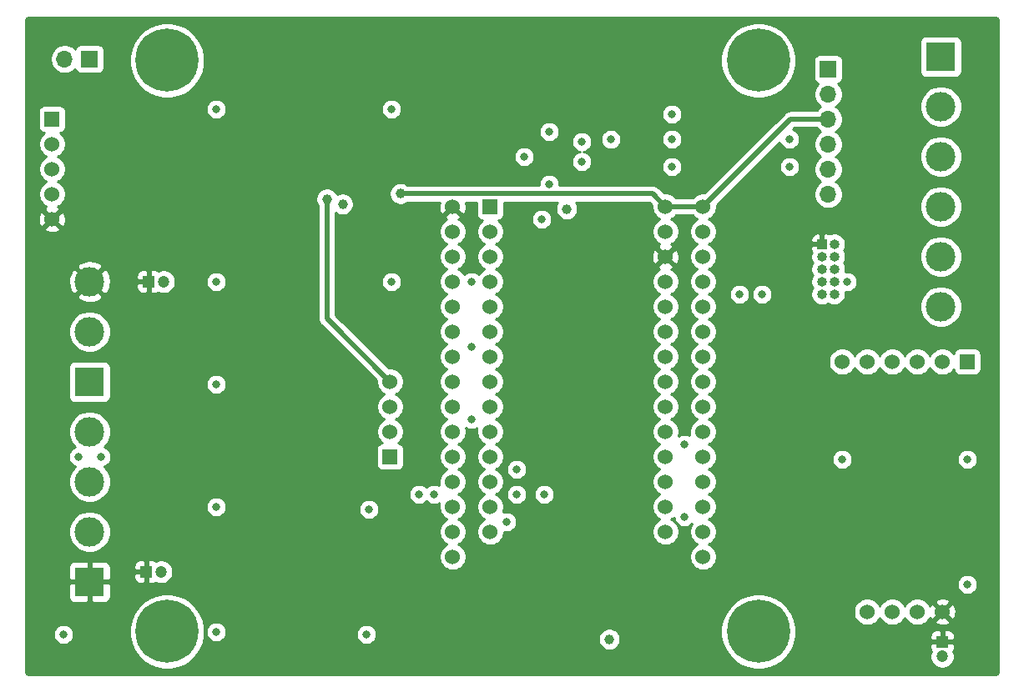
<source format=gbr>
G04 #@! TF.GenerationSoftware,KiCad,Pcbnew,(5.1.9)-1*
G04 #@! TF.CreationDate,2021-03-05T16:25:43+01:00*
G04 #@! TF.ProjectId,BOBcad,424f4263-6164-42e6-9b69-6361645f7063,v1.0.2*
G04 #@! TF.SameCoordinates,Original*
G04 #@! TF.FileFunction,Copper,L3,Inr*
G04 #@! TF.FilePolarity,Positive*
%FSLAX46Y46*%
G04 Gerber Fmt 4.6, Leading zero omitted, Abs format (unit mm)*
G04 Created by KiCad (PCBNEW (5.1.9)-1) date 2021-03-05 16:25:43*
%MOMM*%
%LPD*%
G01*
G04 APERTURE LIST*
G04 #@! TA.AperFunction,ComponentPad*
%ADD10C,1.524000*%
G04 #@! TD*
G04 #@! TA.AperFunction,ComponentPad*
%ADD11R,1.200000X1.200000*%
G04 #@! TD*
G04 #@! TA.AperFunction,ComponentPad*
%ADD12C,1.200000*%
G04 #@! TD*
G04 #@! TA.AperFunction,ComponentPad*
%ADD13R,1.524000X1.524000*%
G04 #@! TD*
G04 #@! TA.AperFunction,ComponentPad*
%ADD14C,3.000000*%
G04 #@! TD*
G04 #@! TA.AperFunction,ComponentPad*
%ADD15R,3.000000X3.000000*%
G04 #@! TD*
G04 #@! TA.AperFunction,ComponentPad*
%ADD16R,1.000000X1.000000*%
G04 #@! TD*
G04 #@! TA.AperFunction,ComponentPad*
%ADD17O,1.000000X1.000000*%
G04 #@! TD*
G04 #@! TA.AperFunction,ComponentPad*
%ADD18R,1.700000X1.700000*%
G04 #@! TD*
G04 #@! TA.AperFunction,ComponentPad*
%ADD19O,1.700000X1.700000*%
G04 #@! TD*
G04 #@! TA.AperFunction,ComponentPad*
%ADD20C,6.400000*%
G04 #@! TD*
G04 #@! TA.AperFunction,ViaPad*
%ADD21C,1.000000*%
G04 #@! TD*
G04 #@! TA.AperFunction,ViaPad*
%ADD22C,0.800000*%
G04 #@! TD*
G04 #@! TA.AperFunction,Conductor*
%ADD23C,0.500000*%
G04 #@! TD*
G04 #@! TA.AperFunction,Conductor*
%ADD24C,0.254000*%
G04 #@! TD*
G04 #@! TA.AperFunction,Conductor*
%ADD25C,0.100000*%
G04 #@! TD*
G04 APERTURE END LIST*
D10*
X161006000Y-116092000D03*
X161006000Y-113552000D03*
X161006000Y-111012000D03*
X161006000Y-108472000D03*
X161006000Y-105932000D03*
X161006000Y-103392000D03*
X161006000Y-100852000D03*
X161006000Y-98312000D03*
X161006000Y-95772000D03*
X161006000Y-93232000D03*
X161006000Y-90692000D03*
X161006000Y-88152000D03*
X161006000Y-85612000D03*
X161006000Y-83072000D03*
X161006000Y-80532000D03*
X135606000Y-93232000D03*
X135606000Y-80532000D03*
X135606000Y-103392000D03*
X135606000Y-90692000D03*
X135606000Y-83072000D03*
X135606000Y-100852000D03*
X135606000Y-113552000D03*
X135606000Y-111012000D03*
X135606000Y-98312000D03*
X135606000Y-108472000D03*
X135606000Y-88152000D03*
X135606000Y-95772000D03*
X135606000Y-85612000D03*
X135606000Y-116092000D03*
X135606000Y-105932000D03*
D11*
X104762000Y-88146000D03*
D12*
X106262000Y-88146000D03*
D11*
X104508000Y-117610000D03*
D12*
X106008000Y-117610000D03*
D11*
X185280000Y-124722000D03*
D12*
X185280000Y-126222000D03*
D10*
X157196000Y-80532000D03*
X157196000Y-83072000D03*
X157196000Y-85612000D03*
X157196000Y-88152000D03*
X157196000Y-90692000D03*
X157196000Y-93232000D03*
X157196000Y-95772000D03*
X157196000Y-98312000D03*
X157196000Y-100852000D03*
X157196000Y-103392000D03*
X157196000Y-105932000D03*
X157196000Y-108472000D03*
X157196000Y-111012000D03*
X157196000Y-113552000D03*
X139416000Y-113552000D03*
X139416000Y-111012000D03*
X139416000Y-108472000D03*
X139416000Y-105932000D03*
X139416000Y-103392000D03*
X139416000Y-100852000D03*
X139416000Y-98312000D03*
X139416000Y-95772000D03*
X139416000Y-93232000D03*
X139416000Y-90692000D03*
X139416000Y-88152000D03*
X139416000Y-85612000D03*
X139416000Y-83072000D03*
D13*
X139416000Y-80532000D03*
X129256000Y-105932000D03*
D10*
X129256000Y-103392000D03*
X129256000Y-100852000D03*
X129256000Y-98312000D03*
D13*
X94966000Y-71642000D03*
D10*
X94966000Y-74182000D03*
X94966000Y-76722000D03*
X94966000Y-79262000D03*
X94966000Y-81802000D03*
D14*
X98776000Y-113552000D03*
X98776000Y-108472000D03*
D15*
X98776000Y-118632000D03*
D14*
X98776000Y-103392000D03*
D15*
X98776000Y-98312000D03*
D14*
X98776000Y-93232000D03*
X98776000Y-88152000D03*
D16*
X173071000Y-84342000D03*
D17*
X174341000Y-84342000D03*
X173071000Y-85612000D03*
X174341000Y-85612000D03*
X173071000Y-86882000D03*
X174341000Y-86882000D03*
X173071000Y-88152000D03*
X174341000Y-88152000D03*
X173071000Y-89422000D03*
X174341000Y-89422000D03*
D10*
X177660000Y-121674000D03*
X180200000Y-121674000D03*
X182740000Y-121674000D03*
X185280000Y-121674000D03*
X175120000Y-96274000D03*
X177660000Y-96274000D03*
X180200000Y-96274000D03*
X182740000Y-96274000D03*
X185280000Y-96274000D03*
D13*
X187820000Y-96274000D03*
D14*
X185136000Y-70372000D03*
X185136000Y-75452000D03*
D15*
X185136000Y-65292000D03*
D14*
X185136000Y-80532000D03*
X185136000Y-85612000D03*
X185136000Y-90692000D03*
D18*
X173706000Y-66562000D03*
D19*
X173706000Y-69102000D03*
X173706000Y-71642000D03*
X173706000Y-74182000D03*
X173706000Y-76722000D03*
X173706000Y-79262000D03*
D18*
X98776000Y-65540000D03*
D19*
X96236000Y-65540000D03*
D20*
X166626000Y-123682000D03*
X106626000Y-123682000D03*
X166626000Y-65682000D03*
X106626000Y-65682000D03*
D21*
X140576000Y-115578000D03*
X122855959Y-79764000D03*
D22*
X151641000Y-73707000D03*
X144640000Y-81796000D03*
X137528000Y-88146000D03*
D21*
X124447000Y-80272000D03*
D22*
X164706000Y-89416000D03*
X166992000Y-89416000D03*
X159118000Y-112022000D03*
X159118000Y-104656000D03*
X144894000Y-109736000D03*
X142100000Y-109736000D03*
X142100000Y-107196000D03*
X141084000Y-112530000D03*
X133718000Y-109736000D03*
X132194000Y-109736000D03*
X99936000Y-105926000D03*
X142862000Y-75446000D03*
X148704000Y-73922000D03*
X148704000Y-75954000D03*
X97650000Y-105926000D03*
X169786000Y-73668000D03*
X157848000Y-71128000D03*
X157848000Y-73668000D03*
X169786000Y-76462000D03*
X157848000Y-76462000D03*
X145402000Y-78240000D03*
X145402000Y-72906000D03*
X137528000Y-94750000D03*
X137528000Y-102116000D03*
X111620000Y-70620000D03*
X129400000Y-70620000D03*
X111620000Y-88146000D03*
X129400000Y-88146000D03*
X111620000Y-98560000D03*
X111620000Y-111006000D03*
X127114000Y-111260000D03*
X111620000Y-123706000D03*
X126860000Y-123960000D03*
X96126000Y-123960000D03*
X175120000Y-106180000D03*
X187820000Y-106180000D03*
X187820000Y-118880000D03*
D21*
X147180000Y-80780000D03*
D22*
X175628000Y-88146000D03*
D21*
X151498000Y-124468000D03*
X130316000Y-79222000D03*
D23*
X122855959Y-91911959D02*
X129256000Y-98312000D01*
X122855959Y-79764000D02*
X122855959Y-91911959D01*
X173706000Y-71642000D02*
X169896000Y-71642000D01*
X169896000Y-71642000D02*
X161006000Y-80532000D01*
X161006000Y-80532000D02*
X157196000Y-80532000D01*
X136237762Y-79222000D02*
X136235761Y-79219999D01*
X138213999Y-79219999D02*
X138211998Y-79222000D01*
X134976239Y-79219999D02*
X134974238Y-79222000D01*
X140618001Y-79219999D02*
X138213999Y-79219999D01*
X136235761Y-79219999D02*
X134976239Y-79219999D01*
X140620002Y-79222000D02*
X140618001Y-79219999D01*
X134974238Y-79222000D02*
X130316000Y-79222000D01*
X155886000Y-79222000D02*
X140620002Y-79222000D01*
X138211998Y-79222000D02*
X136237762Y-79222000D01*
X157196000Y-80532000D02*
X155886000Y-79222000D01*
D24*
X190691424Y-61351580D02*
X190754356Y-61370580D01*
X190812405Y-61401445D01*
X190863343Y-61442989D01*
X190905248Y-61493644D01*
X190936515Y-61551471D01*
X190955956Y-61614272D01*
X190966000Y-61709835D01*
X190966001Y-127649711D01*
X190956420Y-127747424D01*
X190937420Y-127810357D01*
X190906554Y-127868406D01*
X190865011Y-127919343D01*
X190814356Y-127961248D01*
X190756529Y-127992515D01*
X190693728Y-128011956D01*
X190598165Y-128022000D01*
X92658279Y-128022000D01*
X92560576Y-128012420D01*
X92497643Y-127993420D01*
X92439594Y-127962554D01*
X92388657Y-127921011D01*
X92346752Y-127870356D01*
X92315485Y-127812529D01*
X92296044Y-127749728D01*
X92286000Y-127654165D01*
X92286000Y-123858061D01*
X95091000Y-123858061D01*
X95091000Y-124061939D01*
X95130774Y-124261898D01*
X95208795Y-124450256D01*
X95322063Y-124619774D01*
X95466226Y-124763937D01*
X95635744Y-124877205D01*
X95824102Y-124955226D01*
X96024061Y-124995000D01*
X96227939Y-124995000D01*
X96427898Y-124955226D01*
X96616256Y-124877205D01*
X96785774Y-124763937D01*
X96929937Y-124619774D01*
X97043205Y-124450256D01*
X97121226Y-124261898D01*
X97161000Y-124061939D01*
X97161000Y-123858061D01*
X97121226Y-123658102D01*
X97043205Y-123469744D01*
X96932650Y-123304285D01*
X102791000Y-123304285D01*
X102791000Y-124059715D01*
X102938377Y-124800628D01*
X103227467Y-125498554D01*
X103647161Y-126126670D01*
X104181330Y-126660839D01*
X104809446Y-127080533D01*
X105507372Y-127369623D01*
X106248285Y-127517000D01*
X107003715Y-127517000D01*
X107744628Y-127369623D01*
X108442554Y-127080533D01*
X109070670Y-126660839D01*
X109604839Y-126126670D01*
X110024533Y-125498554D01*
X110313623Y-124800628D01*
X110461000Y-124059715D01*
X110461000Y-123604061D01*
X110585000Y-123604061D01*
X110585000Y-123807939D01*
X110624774Y-124007898D01*
X110702795Y-124196256D01*
X110816063Y-124365774D01*
X110960226Y-124509937D01*
X111129744Y-124623205D01*
X111318102Y-124701226D01*
X111518061Y-124741000D01*
X111721939Y-124741000D01*
X111921898Y-124701226D01*
X112110256Y-124623205D01*
X112279774Y-124509937D01*
X112423937Y-124365774D01*
X112537205Y-124196256D01*
X112615226Y-124007898D01*
X112645030Y-123858061D01*
X125825000Y-123858061D01*
X125825000Y-124061939D01*
X125864774Y-124261898D01*
X125942795Y-124450256D01*
X126056063Y-124619774D01*
X126200226Y-124763937D01*
X126369744Y-124877205D01*
X126558102Y-124955226D01*
X126758061Y-124995000D01*
X126961939Y-124995000D01*
X127161898Y-124955226D01*
X127350256Y-124877205D01*
X127519774Y-124763937D01*
X127663937Y-124619774D01*
X127777205Y-124450256D01*
X127816159Y-124356212D01*
X150363000Y-124356212D01*
X150363000Y-124579788D01*
X150406617Y-124799067D01*
X150492176Y-125005624D01*
X150616388Y-125191520D01*
X150774480Y-125349612D01*
X150960376Y-125473824D01*
X151166933Y-125559383D01*
X151386212Y-125603000D01*
X151609788Y-125603000D01*
X151829067Y-125559383D01*
X152035624Y-125473824D01*
X152221520Y-125349612D01*
X152379612Y-125191520D01*
X152503824Y-125005624D01*
X152589383Y-124799067D01*
X152633000Y-124579788D01*
X152633000Y-124356212D01*
X152589383Y-124136933D01*
X152503824Y-123930376D01*
X152379612Y-123744480D01*
X152221520Y-123586388D01*
X152035624Y-123462176D01*
X151829067Y-123376617D01*
X151609788Y-123333000D01*
X151386212Y-123333000D01*
X151166933Y-123376617D01*
X150960376Y-123462176D01*
X150774480Y-123586388D01*
X150616388Y-123744480D01*
X150492176Y-123930376D01*
X150406617Y-124136933D01*
X150363000Y-124356212D01*
X127816159Y-124356212D01*
X127855226Y-124261898D01*
X127895000Y-124061939D01*
X127895000Y-123858061D01*
X127855226Y-123658102D01*
X127777205Y-123469744D01*
X127666650Y-123304285D01*
X162791000Y-123304285D01*
X162791000Y-124059715D01*
X162938377Y-124800628D01*
X163227467Y-125498554D01*
X163647161Y-126126670D01*
X164181330Y-126660839D01*
X164809446Y-127080533D01*
X165507372Y-127369623D01*
X166248285Y-127517000D01*
X167003715Y-127517000D01*
X167744628Y-127369623D01*
X168442554Y-127080533D01*
X169070670Y-126660839D01*
X169604839Y-126126670D01*
X170024533Y-125498554D01*
X170097663Y-125322000D01*
X184041928Y-125322000D01*
X184054188Y-125446482D01*
X184090498Y-125566180D01*
X184149463Y-125676494D01*
X184162581Y-125692478D01*
X184092460Y-125861764D01*
X184045000Y-126100363D01*
X184045000Y-126343637D01*
X184092460Y-126582236D01*
X184185557Y-126806992D01*
X184320713Y-127009267D01*
X184492733Y-127181287D01*
X184695008Y-127316443D01*
X184919764Y-127409540D01*
X185158363Y-127457000D01*
X185401637Y-127457000D01*
X185640236Y-127409540D01*
X185864992Y-127316443D01*
X186067267Y-127181287D01*
X186239287Y-127009267D01*
X186374443Y-126806992D01*
X186467540Y-126582236D01*
X186515000Y-126343637D01*
X186515000Y-126100363D01*
X186467540Y-125861764D01*
X186397419Y-125692478D01*
X186410537Y-125676494D01*
X186469502Y-125566180D01*
X186505812Y-125446482D01*
X186518072Y-125322000D01*
X186515000Y-125007750D01*
X186356250Y-124849000D01*
X185407000Y-124849000D01*
X185407000Y-124869000D01*
X185153000Y-124869000D01*
X185153000Y-124849000D01*
X184203750Y-124849000D01*
X184045000Y-125007750D01*
X184041928Y-125322000D01*
X170097663Y-125322000D01*
X170313623Y-124800628D01*
X170448610Y-124122000D01*
X184041928Y-124122000D01*
X184045000Y-124436250D01*
X184203750Y-124595000D01*
X185153000Y-124595000D01*
X185153000Y-123645750D01*
X185407000Y-123645750D01*
X185407000Y-124595000D01*
X186356250Y-124595000D01*
X186515000Y-124436250D01*
X186518072Y-124122000D01*
X186505812Y-123997518D01*
X186469502Y-123877820D01*
X186410537Y-123767506D01*
X186331185Y-123670815D01*
X186234494Y-123591463D01*
X186124180Y-123532498D01*
X186004482Y-123496188D01*
X185880000Y-123483928D01*
X185565750Y-123487000D01*
X185407000Y-123645750D01*
X185153000Y-123645750D01*
X184994250Y-123487000D01*
X184680000Y-123483928D01*
X184555518Y-123496188D01*
X184435820Y-123532498D01*
X184325506Y-123591463D01*
X184228815Y-123670815D01*
X184149463Y-123767506D01*
X184090498Y-123877820D01*
X184054188Y-123997518D01*
X184041928Y-124122000D01*
X170448610Y-124122000D01*
X170461000Y-124059715D01*
X170461000Y-123304285D01*
X170313623Y-122563372D01*
X170024533Y-121865446D01*
X169804677Y-121536408D01*
X176263000Y-121536408D01*
X176263000Y-121811592D01*
X176316686Y-122081490D01*
X176421995Y-122335727D01*
X176574880Y-122564535D01*
X176769465Y-122759120D01*
X176998273Y-122912005D01*
X177252510Y-123017314D01*
X177522408Y-123071000D01*
X177797592Y-123071000D01*
X178067490Y-123017314D01*
X178321727Y-122912005D01*
X178550535Y-122759120D01*
X178745120Y-122564535D01*
X178898005Y-122335727D01*
X178930000Y-122258485D01*
X178961995Y-122335727D01*
X179114880Y-122564535D01*
X179309465Y-122759120D01*
X179538273Y-122912005D01*
X179792510Y-123017314D01*
X180062408Y-123071000D01*
X180337592Y-123071000D01*
X180607490Y-123017314D01*
X180861727Y-122912005D01*
X181090535Y-122759120D01*
X181285120Y-122564535D01*
X181438005Y-122335727D01*
X181470000Y-122258485D01*
X181501995Y-122335727D01*
X181654880Y-122564535D01*
X181849465Y-122759120D01*
X182078273Y-122912005D01*
X182332510Y-123017314D01*
X182602408Y-123071000D01*
X182877592Y-123071000D01*
X183147490Y-123017314D01*
X183401727Y-122912005D01*
X183630535Y-122759120D01*
X183750090Y-122639565D01*
X184494040Y-122639565D01*
X184561020Y-122879656D01*
X184810048Y-122996756D01*
X185077135Y-123063023D01*
X185352017Y-123075910D01*
X185624133Y-123034922D01*
X185883023Y-122941636D01*
X185998980Y-122879656D01*
X186065960Y-122639565D01*
X185280000Y-121853605D01*
X184494040Y-122639565D01*
X183750090Y-122639565D01*
X183825120Y-122564535D01*
X183978005Y-122335727D01*
X184007692Y-122264057D01*
X184012364Y-122277023D01*
X184074344Y-122392980D01*
X184314435Y-122459960D01*
X185100395Y-121674000D01*
X185459605Y-121674000D01*
X186245565Y-122459960D01*
X186485656Y-122392980D01*
X186602756Y-122143952D01*
X186669023Y-121876865D01*
X186681910Y-121601983D01*
X186640922Y-121329867D01*
X186547636Y-121070977D01*
X186485656Y-120955020D01*
X186245565Y-120888040D01*
X185459605Y-121674000D01*
X185100395Y-121674000D01*
X184314435Y-120888040D01*
X184074344Y-120955020D01*
X184010515Y-121090760D01*
X183978005Y-121012273D01*
X183825120Y-120783465D01*
X183750090Y-120708435D01*
X184494040Y-120708435D01*
X185280000Y-121494395D01*
X186065960Y-120708435D01*
X185998980Y-120468344D01*
X185749952Y-120351244D01*
X185482865Y-120284977D01*
X185207983Y-120272090D01*
X184935867Y-120313078D01*
X184676977Y-120406364D01*
X184561020Y-120468344D01*
X184494040Y-120708435D01*
X183750090Y-120708435D01*
X183630535Y-120588880D01*
X183401727Y-120435995D01*
X183147490Y-120330686D01*
X182877592Y-120277000D01*
X182602408Y-120277000D01*
X182332510Y-120330686D01*
X182078273Y-120435995D01*
X181849465Y-120588880D01*
X181654880Y-120783465D01*
X181501995Y-121012273D01*
X181470000Y-121089515D01*
X181438005Y-121012273D01*
X181285120Y-120783465D01*
X181090535Y-120588880D01*
X180861727Y-120435995D01*
X180607490Y-120330686D01*
X180337592Y-120277000D01*
X180062408Y-120277000D01*
X179792510Y-120330686D01*
X179538273Y-120435995D01*
X179309465Y-120588880D01*
X179114880Y-120783465D01*
X178961995Y-121012273D01*
X178930000Y-121089515D01*
X178898005Y-121012273D01*
X178745120Y-120783465D01*
X178550535Y-120588880D01*
X178321727Y-120435995D01*
X178067490Y-120330686D01*
X177797592Y-120277000D01*
X177522408Y-120277000D01*
X177252510Y-120330686D01*
X176998273Y-120435995D01*
X176769465Y-120588880D01*
X176574880Y-120783465D01*
X176421995Y-121012273D01*
X176316686Y-121266510D01*
X176263000Y-121536408D01*
X169804677Y-121536408D01*
X169604839Y-121237330D01*
X169070670Y-120703161D01*
X168442554Y-120283467D01*
X167744628Y-119994377D01*
X167003715Y-119847000D01*
X166248285Y-119847000D01*
X165507372Y-119994377D01*
X164809446Y-120283467D01*
X164181330Y-120703161D01*
X163647161Y-121237330D01*
X163227467Y-121865446D01*
X162938377Y-122563372D01*
X162791000Y-123304285D01*
X127666650Y-123304285D01*
X127663937Y-123300226D01*
X127519774Y-123156063D01*
X127350256Y-123042795D01*
X127161898Y-122964774D01*
X126961939Y-122925000D01*
X126758061Y-122925000D01*
X126558102Y-122964774D01*
X126369744Y-123042795D01*
X126200226Y-123156063D01*
X126056063Y-123300226D01*
X125942795Y-123469744D01*
X125864774Y-123658102D01*
X125825000Y-123858061D01*
X112645030Y-123858061D01*
X112655000Y-123807939D01*
X112655000Y-123604061D01*
X112615226Y-123404102D01*
X112537205Y-123215744D01*
X112423937Y-123046226D01*
X112279774Y-122902063D01*
X112110256Y-122788795D01*
X111921898Y-122710774D01*
X111721939Y-122671000D01*
X111518061Y-122671000D01*
X111318102Y-122710774D01*
X111129744Y-122788795D01*
X110960226Y-122902063D01*
X110816063Y-123046226D01*
X110702795Y-123215744D01*
X110624774Y-123404102D01*
X110585000Y-123604061D01*
X110461000Y-123604061D01*
X110461000Y-123304285D01*
X110313623Y-122563372D01*
X110024533Y-121865446D01*
X109604839Y-121237330D01*
X109070670Y-120703161D01*
X108442554Y-120283467D01*
X107744628Y-119994377D01*
X107003715Y-119847000D01*
X106248285Y-119847000D01*
X105507372Y-119994377D01*
X104809446Y-120283467D01*
X104181330Y-120703161D01*
X103647161Y-121237330D01*
X103227467Y-121865446D01*
X102938377Y-122563372D01*
X102791000Y-123304285D01*
X96932650Y-123304285D01*
X96929937Y-123300226D01*
X96785774Y-123156063D01*
X96616256Y-123042795D01*
X96427898Y-122964774D01*
X96227939Y-122925000D01*
X96024061Y-122925000D01*
X95824102Y-122964774D01*
X95635744Y-123042795D01*
X95466226Y-123156063D01*
X95322063Y-123300226D01*
X95208795Y-123469744D01*
X95130774Y-123658102D01*
X95091000Y-123858061D01*
X92286000Y-123858061D01*
X92286000Y-120132000D01*
X96637928Y-120132000D01*
X96650188Y-120256482D01*
X96686498Y-120376180D01*
X96745463Y-120486494D01*
X96824815Y-120583185D01*
X96921506Y-120662537D01*
X97031820Y-120721502D01*
X97151518Y-120757812D01*
X97276000Y-120770072D01*
X98490250Y-120767000D01*
X98649000Y-120608250D01*
X98649000Y-118759000D01*
X98903000Y-118759000D01*
X98903000Y-120608250D01*
X99061750Y-120767000D01*
X100276000Y-120770072D01*
X100400482Y-120757812D01*
X100520180Y-120721502D01*
X100630494Y-120662537D01*
X100727185Y-120583185D01*
X100806537Y-120486494D01*
X100865502Y-120376180D01*
X100901812Y-120256482D01*
X100914072Y-120132000D01*
X100911000Y-118917750D01*
X100752250Y-118759000D01*
X98903000Y-118759000D01*
X98649000Y-118759000D01*
X96799750Y-118759000D01*
X96641000Y-118917750D01*
X96637928Y-120132000D01*
X92286000Y-120132000D01*
X92286000Y-117132000D01*
X96637928Y-117132000D01*
X96641000Y-118346250D01*
X96799750Y-118505000D01*
X98649000Y-118505000D01*
X98649000Y-116655750D01*
X98903000Y-116655750D01*
X98903000Y-118505000D01*
X100752250Y-118505000D01*
X100911000Y-118346250D01*
X100911344Y-118210000D01*
X103269928Y-118210000D01*
X103282188Y-118334482D01*
X103318498Y-118454180D01*
X103377463Y-118564494D01*
X103456815Y-118661185D01*
X103553506Y-118740537D01*
X103663820Y-118799502D01*
X103783518Y-118835812D01*
X103908000Y-118848072D01*
X104222250Y-118845000D01*
X104381000Y-118686250D01*
X104381000Y-117737000D01*
X103431750Y-117737000D01*
X103273000Y-117895750D01*
X103269928Y-118210000D01*
X100911344Y-118210000D01*
X100914072Y-117132000D01*
X100902057Y-117010000D01*
X103269928Y-117010000D01*
X103273000Y-117324250D01*
X103431750Y-117483000D01*
X104381000Y-117483000D01*
X104381000Y-116533750D01*
X104635000Y-116533750D01*
X104635000Y-117483000D01*
X104655000Y-117483000D01*
X104655000Y-117737000D01*
X104635000Y-117737000D01*
X104635000Y-118686250D01*
X104793750Y-118845000D01*
X105108000Y-118848072D01*
X105232482Y-118835812D01*
X105352180Y-118799502D01*
X105462494Y-118740537D01*
X105478478Y-118727419D01*
X105647764Y-118797540D01*
X105886363Y-118845000D01*
X106129637Y-118845000D01*
X106368236Y-118797540D01*
X106415262Y-118778061D01*
X186785000Y-118778061D01*
X186785000Y-118981939D01*
X186824774Y-119181898D01*
X186902795Y-119370256D01*
X187016063Y-119539774D01*
X187160226Y-119683937D01*
X187329744Y-119797205D01*
X187518102Y-119875226D01*
X187718061Y-119915000D01*
X187921939Y-119915000D01*
X188121898Y-119875226D01*
X188310256Y-119797205D01*
X188479774Y-119683937D01*
X188623937Y-119539774D01*
X188737205Y-119370256D01*
X188815226Y-119181898D01*
X188855000Y-118981939D01*
X188855000Y-118778061D01*
X188815226Y-118578102D01*
X188737205Y-118389744D01*
X188623937Y-118220226D01*
X188479774Y-118076063D01*
X188310256Y-117962795D01*
X188121898Y-117884774D01*
X187921939Y-117845000D01*
X187718061Y-117845000D01*
X187518102Y-117884774D01*
X187329744Y-117962795D01*
X187160226Y-118076063D01*
X187016063Y-118220226D01*
X186902795Y-118389744D01*
X186824774Y-118578102D01*
X186785000Y-118778061D01*
X106415262Y-118778061D01*
X106592992Y-118704443D01*
X106795267Y-118569287D01*
X106967287Y-118397267D01*
X107102443Y-118194992D01*
X107195540Y-117970236D01*
X107243000Y-117731637D01*
X107243000Y-117488363D01*
X107195540Y-117249764D01*
X107102443Y-117025008D01*
X106967287Y-116822733D01*
X106795267Y-116650713D01*
X106592992Y-116515557D01*
X106368236Y-116422460D01*
X106129637Y-116375000D01*
X105886363Y-116375000D01*
X105647764Y-116422460D01*
X105478478Y-116492581D01*
X105462494Y-116479463D01*
X105352180Y-116420498D01*
X105232482Y-116384188D01*
X105108000Y-116371928D01*
X104793750Y-116375000D01*
X104635000Y-116533750D01*
X104381000Y-116533750D01*
X104222250Y-116375000D01*
X103908000Y-116371928D01*
X103783518Y-116384188D01*
X103663820Y-116420498D01*
X103553506Y-116479463D01*
X103456815Y-116558815D01*
X103377463Y-116655506D01*
X103318498Y-116765820D01*
X103282188Y-116885518D01*
X103269928Y-117010000D01*
X100902057Y-117010000D01*
X100901812Y-117007518D01*
X100865502Y-116887820D01*
X100806537Y-116777506D01*
X100727185Y-116680815D01*
X100630494Y-116601463D01*
X100520180Y-116542498D01*
X100400482Y-116506188D01*
X100276000Y-116493928D01*
X99061750Y-116497000D01*
X98903000Y-116655750D01*
X98649000Y-116655750D01*
X98490250Y-116497000D01*
X97276000Y-116493928D01*
X97151518Y-116506188D01*
X97031820Y-116542498D01*
X96921506Y-116601463D01*
X96824815Y-116680815D01*
X96745463Y-116777506D01*
X96686498Y-116887820D01*
X96650188Y-117007518D01*
X96637928Y-117132000D01*
X92286000Y-117132000D01*
X92286000Y-113341721D01*
X96641000Y-113341721D01*
X96641000Y-113762279D01*
X96723047Y-114174756D01*
X96883988Y-114563302D01*
X97117637Y-114912983D01*
X97415017Y-115210363D01*
X97764698Y-115444012D01*
X98153244Y-115604953D01*
X98565721Y-115687000D01*
X98986279Y-115687000D01*
X99398756Y-115604953D01*
X99787302Y-115444012D01*
X100136983Y-115210363D01*
X100434363Y-114912983D01*
X100668012Y-114563302D01*
X100828953Y-114174756D01*
X100911000Y-113762279D01*
X100911000Y-113341721D01*
X100828953Y-112929244D01*
X100668012Y-112540698D01*
X100434363Y-112191017D01*
X100136983Y-111893637D01*
X99787302Y-111659988D01*
X99398756Y-111499047D01*
X98986279Y-111417000D01*
X98565721Y-111417000D01*
X98153244Y-111499047D01*
X97764698Y-111659988D01*
X97415017Y-111893637D01*
X97117637Y-112191017D01*
X96883988Y-112540698D01*
X96723047Y-112929244D01*
X96641000Y-113341721D01*
X92286000Y-113341721D01*
X92286000Y-110904061D01*
X110585000Y-110904061D01*
X110585000Y-111107939D01*
X110624774Y-111307898D01*
X110702795Y-111496256D01*
X110816063Y-111665774D01*
X110960226Y-111809937D01*
X111129744Y-111923205D01*
X111318102Y-112001226D01*
X111518061Y-112041000D01*
X111721939Y-112041000D01*
X111921898Y-112001226D01*
X112110256Y-111923205D01*
X112279774Y-111809937D01*
X112423937Y-111665774D01*
X112537205Y-111496256D01*
X112615226Y-111307898D01*
X112645030Y-111158061D01*
X126079000Y-111158061D01*
X126079000Y-111361939D01*
X126118774Y-111561898D01*
X126196795Y-111750256D01*
X126310063Y-111919774D01*
X126454226Y-112063937D01*
X126623744Y-112177205D01*
X126812102Y-112255226D01*
X127012061Y-112295000D01*
X127215939Y-112295000D01*
X127415898Y-112255226D01*
X127604256Y-112177205D01*
X127773774Y-112063937D01*
X127917937Y-111919774D01*
X128031205Y-111750256D01*
X128109226Y-111561898D01*
X128149000Y-111361939D01*
X128149000Y-111158061D01*
X128109226Y-110958102D01*
X128031205Y-110769744D01*
X127917937Y-110600226D01*
X127773774Y-110456063D01*
X127604256Y-110342795D01*
X127415898Y-110264774D01*
X127215939Y-110225000D01*
X127012061Y-110225000D01*
X126812102Y-110264774D01*
X126623744Y-110342795D01*
X126454226Y-110456063D01*
X126310063Y-110600226D01*
X126196795Y-110769744D01*
X126118774Y-110958102D01*
X126079000Y-111158061D01*
X112645030Y-111158061D01*
X112655000Y-111107939D01*
X112655000Y-110904061D01*
X112615226Y-110704102D01*
X112537205Y-110515744D01*
X112423937Y-110346226D01*
X112279774Y-110202063D01*
X112110256Y-110088795D01*
X111921898Y-110010774D01*
X111721939Y-109971000D01*
X111518061Y-109971000D01*
X111318102Y-110010774D01*
X111129744Y-110088795D01*
X110960226Y-110202063D01*
X110816063Y-110346226D01*
X110702795Y-110515744D01*
X110624774Y-110704102D01*
X110585000Y-110904061D01*
X92286000Y-110904061D01*
X92286000Y-105824061D01*
X96615000Y-105824061D01*
X96615000Y-106027939D01*
X96654774Y-106227898D01*
X96732795Y-106416256D01*
X96846063Y-106585774D01*
X96990226Y-106729937D01*
X97159744Y-106843205D01*
X97319341Y-106909313D01*
X97117637Y-107111017D01*
X96883988Y-107460698D01*
X96723047Y-107849244D01*
X96641000Y-108261721D01*
X96641000Y-108682279D01*
X96723047Y-109094756D01*
X96883988Y-109483302D01*
X97117637Y-109832983D01*
X97415017Y-110130363D01*
X97764698Y-110364012D01*
X98153244Y-110524953D01*
X98565721Y-110607000D01*
X98986279Y-110607000D01*
X99398756Y-110524953D01*
X99787302Y-110364012D01*
X100136983Y-110130363D01*
X100434363Y-109832983D01*
X100668012Y-109483302D01*
X100828953Y-109094756D01*
X100911000Y-108682279D01*
X100911000Y-108261721D01*
X100828953Y-107849244D01*
X100668012Y-107460698D01*
X100434363Y-107111017D01*
X100242617Y-106919271D01*
X100426256Y-106843205D01*
X100595774Y-106729937D01*
X100739937Y-106585774D01*
X100853205Y-106416256D01*
X100931226Y-106227898D01*
X100971000Y-106027939D01*
X100971000Y-105824061D01*
X100931226Y-105624102D01*
X100853205Y-105435744D01*
X100739937Y-105266226D01*
X100595774Y-105122063D01*
X100426256Y-105008795D01*
X100251102Y-104936244D01*
X100434363Y-104752983D01*
X100668012Y-104403302D01*
X100828953Y-104014756D01*
X100911000Y-103602279D01*
X100911000Y-103181721D01*
X100828953Y-102769244D01*
X100668012Y-102380698D01*
X100434363Y-102031017D01*
X100136983Y-101733637D01*
X99787302Y-101499988D01*
X99398756Y-101339047D01*
X98986279Y-101257000D01*
X98565721Y-101257000D01*
X98153244Y-101339047D01*
X97764698Y-101499988D01*
X97415017Y-101733637D01*
X97117637Y-102031017D01*
X96883988Y-102380698D01*
X96723047Y-102769244D01*
X96641000Y-103181721D01*
X96641000Y-103602279D01*
X96723047Y-104014756D01*
X96883988Y-104403302D01*
X97117637Y-104752983D01*
X97310856Y-104946202D01*
X97159744Y-105008795D01*
X96990226Y-105122063D01*
X96846063Y-105266226D01*
X96732795Y-105435744D01*
X96654774Y-105624102D01*
X96615000Y-105824061D01*
X92286000Y-105824061D01*
X92286000Y-96812000D01*
X96637928Y-96812000D01*
X96637928Y-99812000D01*
X96650188Y-99936482D01*
X96686498Y-100056180D01*
X96745463Y-100166494D01*
X96824815Y-100263185D01*
X96921506Y-100342537D01*
X97031820Y-100401502D01*
X97151518Y-100437812D01*
X97276000Y-100450072D01*
X100276000Y-100450072D01*
X100400482Y-100437812D01*
X100520180Y-100401502D01*
X100630494Y-100342537D01*
X100727185Y-100263185D01*
X100806537Y-100166494D01*
X100865502Y-100056180D01*
X100901812Y-99936482D01*
X100914072Y-99812000D01*
X100914072Y-98458061D01*
X110585000Y-98458061D01*
X110585000Y-98661939D01*
X110624774Y-98861898D01*
X110702795Y-99050256D01*
X110816063Y-99219774D01*
X110960226Y-99363937D01*
X111129744Y-99477205D01*
X111318102Y-99555226D01*
X111518061Y-99595000D01*
X111721939Y-99595000D01*
X111921898Y-99555226D01*
X112110256Y-99477205D01*
X112279774Y-99363937D01*
X112423937Y-99219774D01*
X112537205Y-99050256D01*
X112615226Y-98861898D01*
X112655000Y-98661939D01*
X112655000Y-98458061D01*
X112615226Y-98258102D01*
X112537205Y-98069744D01*
X112423937Y-97900226D01*
X112279774Y-97756063D01*
X112110256Y-97642795D01*
X111921898Y-97564774D01*
X111721939Y-97525000D01*
X111518061Y-97525000D01*
X111318102Y-97564774D01*
X111129744Y-97642795D01*
X110960226Y-97756063D01*
X110816063Y-97900226D01*
X110702795Y-98069744D01*
X110624774Y-98258102D01*
X110585000Y-98458061D01*
X100914072Y-98458061D01*
X100914072Y-96812000D01*
X100901812Y-96687518D01*
X100865502Y-96567820D01*
X100806537Y-96457506D01*
X100727185Y-96360815D01*
X100630494Y-96281463D01*
X100520180Y-96222498D01*
X100400482Y-96186188D01*
X100276000Y-96173928D01*
X97276000Y-96173928D01*
X97151518Y-96186188D01*
X97031820Y-96222498D01*
X96921506Y-96281463D01*
X96824815Y-96360815D01*
X96745463Y-96457506D01*
X96686498Y-96567820D01*
X96650188Y-96687518D01*
X96637928Y-96812000D01*
X92286000Y-96812000D01*
X92286000Y-93021721D01*
X96641000Y-93021721D01*
X96641000Y-93442279D01*
X96723047Y-93854756D01*
X96883988Y-94243302D01*
X97117637Y-94592983D01*
X97415017Y-94890363D01*
X97764698Y-95124012D01*
X98153244Y-95284953D01*
X98565721Y-95367000D01*
X98986279Y-95367000D01*
X99398756Y-95284953D01*
X99787302Y-95124012D01*
X100136983Y-94890363D01*
X100434363Y-94592983D01*
X100668012Y-94243302D01*
X100828953Y-93854756D01*
X100911000Y-93442279D01*
X100911000Y-93021721D01*
X100828953Y-92609244D01*
X100668012Y-92220698D01*
X100434363Y-91871017D01*
X100136983Y-91573637D01*
X99787302Y-91339988D01*
X99398756Y-91179047D01*
X98986279Y-91097000D01*
X98565721Y-91097000D01*
X98153244Y-91179047D01*
X97764698Y-91339988D01*
X97415017Y-91573637D01*
X97117637Y-91871017D01*
X96883988Y-92220698D01*
X96723047Y-92609244D01*
X96641000Y-93021721D01*
X92286000Y-93021721D01*
X92286000Y-89643653D01*
X97463952Y-89643653D01*
X97619962Y-89959214D01*
X97994745Y-90150020D01*
X98399551Y-90264044D01*
X98818824Y-90296902D01*
X99236451Y-90247334D01*
X99636383Y-90117243D01*
X99932038Y-89959214D01*
X100088048Y-89643653D01*
X98776000Y-88331605D01*
X97463952Y-89643653D01*
X92286000Y-89643653D01*
X92286000Y-88194824D01*
X96631098Y-88194824D01*
X96680666Y-88612451D01*
X96810757Y-89012383D01*
X96968786Y-89308038D01*
X97284347Y-89464048D01*
X98596395Y-88152000D01*
X98955605Y-88152000D01*
X100267653Y-89464048D01*
X100583214Y-89308038D01*
X100774020Y-88933255D01*
X100826765Y-88746000D01*
X103523928Y-88746000D01*
X103536188Y-88870482D01*
X103572498Y-88990180D01*
X103631463Y-89100494D01*
X103710815Y-89197185D01*
X103807506Y-89276537D01*
X103917820Y-89335502D01*
X104037518Y-89371812D01*
X104162000Y-89384072D01*
X104476250Y-89381000D01*
X104635000Y-89222250D01*
X104635000Y-88273000D01*
X103685750Y-88273000D01*
X103527000Y-88431750D01*
X103523928Y-88746000D01*
X100826765Y-88746000D01*
X100888044Y-88528449D01*
X100920902Y-88109176D01*
X100871334Y-87691549D01*
X100823990Y-87546000D01*
X103523928Y-87546000D01*
X103527000Y-87860250D01*
X103685750Y-88019000D01*
X104635000Y-88019000D01*
X104635000Y-87069750D01*
X104889000Y-87069750D01*
X104889000Y-88019000D01*
X104909000Y-88019000D01*
X104909000Y-88273000D01*
X104889000Y-88273000D01*
X104889000Y-89222250D01*
X105047750Y-89381000D01*
X105362000Y-89384072D01*
X105486482Y-89371812D01*
X105606180Y-89335502D01*
X105716494Y-89276537D01*
X105732478Y-89263419D01*
X105901764Y-89333540D01*
X106140363Y-89381000D01*
X106383637Y-89381000D01*
X106622236Y-89333540D01*
X106846992Y-89240443D01*
X107049267Y-89105287D01*
X107221287Y-88933267D01*
X107356443Y-88730992D01*
X107449540Y-88506236D01*
X107497000Y-88267637D01*
X107497000Y-88044061D01*
X110585000Y-88044061D01*
X110585000Y-88247939D01*
X110624774Y-88447898D01*
X110702795Y-88636256D01*
X110816063Y-88805774D01*
X110960226Y-88949937D01*
X111129744Y-89063205D01*
X111318102Y-89141226D01*
X111518061Y-89181000D01*
X111721939Y-89181000D01*
X111921898Y-89141226D01*
X112110256Y-89063205D01*
X112279774Y-88949937D01*
X112423937Y-88805774D01*
X112537205Y-88636256D01*
X112615226Y-88447898D01*
X112655000Y-88247939D01*
X112655000Y-88044061D01*
X112615226Y-87844102D01*
X112537205Y-87655744D01*
X112423937Y-87486226D01*
X112279774Y-87342063D01*
X112110256Y-87228795D01*
X111921898Y-87150774D01*
X111721939Y-87111000D01*
X111518061Y-87111000D01*
X111318102Y-87150774D01*
X111129744Y-87228795D01*
X110960226Y-87342063D01*
X110816063Y-87486226D01*
X110702795Y-87655744D01*
X110624774Y-87844102D01*
X110585000Y-88044061D01*
X107497000Y-88044061D01*
X107497000Y-88024363D01*
X107449540Y-87785764D01*
X107356443Y-87561008D01*
X107221287Y-87358733D01*
X107049267Y-87186713D01*
X106846992Y-87051557D01*
X106622236Y-86958460D01*
X106383637Y-86911000D01*
X106140363Y-86911000D01*
X105901764Y-86958460D01*
X105732478Y-87028581D01*
X105716494Y-87015463D01*
X105606180Y-86956498D01*
X105486482Y-86920188D01*
X105362000Y-86907928D01*
X105047750Y-86911000D01*
X104889000Y-87069750D01*
X104635000Y-87069750D01*
X104476250Y-86911000D01*
X104162000Y-86907928D01*
X104037518Y-86920188D01*
X103917820Y-86956498D01*
X103807506Y-87015463D01*
X103710815Y-87094815D01*
X103631463Y-87191506D01*
X103572498Y-87301820D01*
X103536188Y-87421518D01*
X103523928Y-87546000D01*
X100823990Y-87546000D01*
X100741243Y-87291617D01*
X100583214Y-86995962D01*
X100267653Y-86839952D01*
X98955605Y-88152000D01*
X98596395Y-88152000D01*
X97284347Y-86839952D01*
X96968786Y-86995962D01*
X96777980Y-87370745D01*
X96663956Y-87775551D01*
X96631098Y-88194824D01*
X92286000Y-88194824D01*
X92286000Y-86660347D01*
X97463952Y-86660347D01*
X98776000Y-87972395D01*
X100088048Y-86660347D01*
X99932038Y-86344786D01*
X99557255Y-86153980D01*
X99152449Y-86039956D01*
X98733176Y-86007098D01*
X98315549Y-86056666D01*
X97915617Y-86186757D01*
X97619962Y-86344786D01*
X97463952Y-86660347D01*
X92286000Y-86660347D01*
X92286000Y-82767565D01*
X94180040Y-82767565D01*
X94247020Y-83007656D01*
X94496048Y-83124756D01*
X94763135Y-83191023D01*
X95038017Y-83203910D01*
X95310133Y-83162922D01*
X95569023Y-83069636D01*
X95684980Y-83007656D01*
X95751960Y-82767565D01*
X94966000Y-81981605D01*
X94180040Y-82767565D01*
X92286000Y-82767565D01*
X92286000Y-81874017D01*
X93564090Y-81874017D01*
X93605078Y-82146133D01*
X93698364Y-82405023D01*
X93760344Y-82520980D01*
X94000435Y-82587960D01*
X94786395Y-81802000D01*
X95145605Y-81802000D01*
X95931565Y-82587960D01*
X96171656Y-82520980D01*
X96288756Y-82271952D01*
X96355023Y-82004865D01*
X96367910Y-81729983D01*
X96326922Y-81457867D01*
X96233636Y-81198977D01*
X96171656Y-81083020D01*
X95931565Y-81016040D01*
X95145605Y-81802000D01*
X94786395Y-81802000D01*
X94000435Y-81016040D01*
X93760344Y-81083020D01*
X93643244Y-81332048D01*
X93576977Y-81599135D01*
X93564090Y-81874017D01*
X92286000Y-81874017D01*
X92286000Y-70880000D01*
X93565928Y-70880000D01*
X93565928Y-72404000D01*
X93578188Y-72528482D01*
X93614498Y-72648180D01*
X93673463Y-72758494D01*
X93752815Y-72855185D01*
X93849506Y-72934537D01*
X93959820Y-72993502D01*
X94079518Y-73029812D01*
X94163465Y-73038080D01*
X94075465Y-73096880D01*
X93880880Y-73291465D01*
X93727995Y-73520273D01*
X93622686Y-73774510D01*
X93569000Y-74044408D01*
X93569000Y-74319592D01*
X93622686Y-74589490D01*
X93727995Y-74843727D01*
X93880880Y-75072535D01*
X94075465Y-75267120D01*
X94304273Y-75420005D01*
X94381515Y-75452000D01*
X94304273Y-75483995D01*
X94075465Y-75636880D01*
X93880880Y-75831465D01*
X93727995Y-76060273D01*
X93622686Y-76314510D01*
X93569000Y-76584408D01*
X93569000Y-76859592D01*
X93622686Y-77129490D01*
X93727995Y-77383727D01*
X93880880Y-77612535D01*
X94075465Y-77807120D01*
X94304273Y-77960005D01*
X94381515Y-77992000D01*
X94304273Y-78023995D01*
X94075465Y-78176880D01*
X93880880Y-78371465D01*
X93727995Y-78600273D01*
X93622686Y-78854510D01*
X93569000Y-79124408D01*
X93569000Y-79399592D01*
X93622686Y-79669490D01*
X93727995Y-79923727D01*
X93880880Y-80152535D01*
X94075465Y-80347120D01*
X94304273Y-80500005D01*
X94375943Y-80529692D01*
X94362977Y-80534364D01*
X94247020Y-80596344D01*
X94180040Y-80836435D01*
X94966000Y-81622395D01*
X95751960Y-80836435D01*
X95684980Y-80596344D01*
X95549240Y-80532515D01*
X95627727Y-80500005D01*
X95856535Y-80347120D01*
X96051120Y-80152535D01*
X96204005Y-79923727D01*
X96309314Y-79669490D01*
X96312750Y-79652212D01*
X121720959Y-79652212D01*
X121720959Y-79875788D01*
X121764576Y-80095067D01*
X121850135Y-80301624D01*
X121970959Y-80482450D01*
X121970960Y-91868480D01*
X121966678Y-91911959D01*
X121983764Y-92085449D01*
X122034371Y-92252272D01*
X122116549Y-92406018D01*
X122199427Y-92507005D01*
X122199430Y-92507008D01*
X122227143Y-92540776D01*
X122260911Y-92568489D01*
X127860299Y-98167878D01*
X127859000Y-98174408D01*
X127859000Y-98449592D01*
X127912686Y-98719490D01*
X128017995Y-98973727D01*
X128170880Y-99202535D01*
X128365465Y-99397120D01*
X128594273Y-99550005D01*
X128671515Y-99582000D01*
X128594273Y-99613995D01*
X128365465Y-99766880D01*
X128170880Y-99961465D01*
X128017995Y-100190273D01*
X127912686Y-100444510D01*
X127859000Y-100714408D01*
X127859000Y-100989592D01*
X127912686Y-101259490D01*
X128017995Y-101513727D01*
X128170880Y-101742535D01*
X128365465Y-101937120D01*
X128594273Y-102090005D01*
X128671515Y-102122000D01*
X128594273Y-102153995D01*
X128365465Y-102306880D01*
X128170880Y-102501465D01*
X128017995Y-102730273D01*
X127912686Y-102984510D01*
X127859000Y-103254408D01*
X127859000Y-103529592D01*
X127912686Y-103799490D01*
X128017995Y-104053727D01*
X128170880Y-104282535D01*
X128365465Y-104477120D01*
X128453465Y-104535920D01*
X128369518Y-104544188D01*
X128249820Y-104580498D01*
X128139506Y-104639463D01*
X128042815Y-104718815D01*
X127963463Y-104815506D01*
X127904498Y-104925820D01*
X127868188Y-105045518D01*
X127855928Y-105170000D01*
X127855928Y-106694000D01*
X127868188Y-106818482D01*
X127904498Y-106938180D01*
X127963463Y-107048494D01*
X128042815Y-107145185D01*
X128139506Y-107224537D01*
X128249820Y-107283502D01*
X128369518Y-107319812D01*
X128494000Y-107332072D01*
X130018000Y-107332072D01*
X130142482Y-107319812D01*
X130262180Y-107283502D01*
X130372494Y-107224537D01*
X130469185Y-107145185D01*
X130548537Y-107048494D01*
X130607502Y-106938180D01*
X130643812Y-106818482D01*
X130656072Y-106694000D01*
X130656072Y-105170000D01*
X130643812Y-105045518D01*
X130607502Y-104925820D01*
X130548537Y-104815506D01*
X130469185Y-104718815D01*
X130372494Y-104639463D01*
X130262180Y-104580498D01*
X130142482Y-104544188D01*
X130058535Y-104535920D01*
X130146535Y-104477120D01*
X130341120Y-104282535D01*
X130494005Y-104053727D01*
X130599314Y-103799490D01*
X130653000Y-103529592D01*
X130653000Y-103254408D01*
X130599314Y-102984510D01*
X130494005Y-102730273D01*
X130341120Y-102501465D01*
X130146535Y-102306880D01*
X129917727Y-102153995D01*
X129840485Y-102122000D01*
X129917727Y-102090005D01*
X130146535Y-101937120D01*
X130341120Y-101742535D01*
X130494005Y-101513727D01*
X130599314Y-101259490D01*
X130653000Y-100989592D01*
X130653000Y-100714408D01*
X130599314Y-100444510D01*
X130494005Y-100190273D01*
X130341120Y-99961465D01*
X130146535Y-99766880D01*
X129917727Y-99613995D01*
X129840485Y-99582000D01*
X129917727Y-99550005D01*
X130146535Y-99397120D01*
X130341120Y-99202535D01*
X130494005Y-98973727D01*
X130599314Y-98719490D01*
X130653000Y-98449592D01*
X130653000Y-98174408D01*
X130599314Y-97904510D01*
X130494005Y-97650273D01*
X130341120Y-97421465D01*
X130146535Y-97226880D01*
X129917727Y-97073995D01*
X129663490Y-96968686D01*
X129393592Y-96915000D01*
X129118408Y-96915000D01*
X129111878Y-96916299D01*
X123740959Y-91545381D01*
X123740959Y-88044061D01*
X128365000Y-88044061D01*
X128365000Y-88247939D01*
X128404774Y-88447898D01*
X128482795Y-88636256D01*
X128596063Y-88805774D01*
X128740226Y-88949937D01*
X128909744Y-89063205D01*
X129098102Y-89141226D01*
X129298061Y-89181000D01*
X129501939Y-89181000D01*
X129701898Y-89141226D01*
X129890256Y-89063205D01*
X130059774Y-88949937D01*
X130203937Y-88805774D01*
X130317205Y-88636256D01*
X130395226Y-88447898D01*
X130435000Y-88247939D01*
X130435000Y-88044061D01*
X130395226Y-87844102D01*
X130317205Y-87655744D01*
X130203937Y-87486226D01*
X130059774Y-87342063D01*
X129890256Y-87228795D01*
X129701898Y-87150774D01*
X129501939Y-87111000D01*
X129298061Y-87111000D01*
X129098102Y-87150774D01*
X128909744Y-87228795D01*
X128740226Y-87342063D01*
X128596063Y-87486226D01*
X128482795Y-87655744D01*
X128404774Y-87844102D01*
X128365000Y-88044061D01*
X123740959Y-88044061D01*
X123740959Y-81165291D01*
X123909376Y-81277824D01*
X124115933Y-81363383D01*
X124335212Y-81407000D01*
X124558788Y-81407000D01*
X124778067Y-81363383D01*
X124984624Y-81277824D01*
X125170520Y-81153612D01*
X125328612Y-80995520D01*
X125452824Y-80809624D01*
X125538383Y-80603067D01*
X125582000Y-80383788D01*
X125582000Y-80160212D01*
X125538383Y-79940933D01*
X125452824Y-79734376D01*
X125328612Y-79548480D01*
X125170520Y-79390388D01*
X124984624Y-79266176D01*
X124778067Y-79180617D01*
X124558788Y-79137000D01*
X124335212Y-79137000D01*
X124115933Y-79180617D01*
X123909376Y-79266176D01*
X123885012Y-79282456D01*
X123861783Y-79226376D01*
X123784165Y-79110212D01*
X129181000Y-79110212D01*
X129181000Y-79333788D01*
X129224617Y-79553067D01*
X129310176Y-79759624D01*
X129434388Y-79945520D01*
X129592480Y-80103612D01*
X129778376Y-80227824D01*
X129984933Y-80313383D01*
X130204212Y-80357000D01*
X130427788Y-80357000D01*
X130647067Y-80313383D01*
X130853624Y-80227824D01*
X131034450Y-80107000D01*
X134272091Y-80107000D01*
X134216977Y-80329135D01*
X134204090Y-80604017D01*
X134245078Y-80876133D01*
X134338364Y-81135023D01*
X134400344Y-81250980D01*
X134640435Y-81317960D01*
X135426395Y-80532000D01*
X135412253Y-80517858D01*
X135591858Y-80338253D01*
X135606000Y-80352395D01*
X135620143Y-80338253D01*
X135799748Y-80517858D01*
X135785605Y-80532000D01*
X136571565Y-81317960D01*
X136811656Y-81250980D01*
X136928756Y-81001952D01*
X136995023Y-80734865D01*
X137007910Y-80459983D01*
X136966922Y-80187867D01*
X136937783Y-80107000D01*
X138015928Y-80107000D01*
X138015928Y-81294000D01*
X138028188Y-81418482D01*
X138064498Y-81538180D01*
X138123463Y-81648494D01*
X138202815Y-81745185D01*
X138299506Y-81824537D01*
X138409820Y-81883502D01*
X138529518Y-81919812D01*
X138613465Y-81928080D01*
X138525465Y-81986880D01*
X138330880Y-82181465D01*
X138177995Y-82410273D01*
X138072686Y-82664510D01*
X138019000Y-82934408D01*
X138019000Y-83209592D01*
X138072686Y-83479490D01*
X138177995Y-83733727D01*
X138330880Y-83962535D01*
X138525465Y-84157120D01*
X138754273Y-84310005D01*
X138831515Y-84342000D01*
X138754273Y-84373995D01*
X138525465Y-84526880D01*
X138330880Y-84721465D01*
X138177995Y-84950273D01*
X138072686Y-85204510D01*
X138019000Y-85474408D01*
X138019000Y-85749592D01*
X138072686Y-86019490D01*
X138177995Y-86273727D01*
X138330880Y-86502535D01*
X138525465Y-86697120D01*
X138754273Y-86850005D01*
X138831515Y-86882000D01*
X138754273Y-86913995D01*
X138525465Y-87066880D01*
X138330880Y-87261465D01*
X138241277Y-87395566D01*
X138187774Y-87342063D01*
X138018256Y-87228795D01*
X137829898Y-87150774D01*
X137629939Y-87111000D01*
X137426061Y-87111000D01*
X137226102Y-87150774D01*
X137037744Y-87228795D01*
X136868226Y-87342063D01*
X136794342Y-87415947D01*
X136691120Y-87261465D01*
X136496535Y-87066880D01*
X136267727Y-86913995D01*
X136190485Y-86882000D01*
X136267727Y-86850005D01*
X136496535Y-86697120D01*
X136691120Y-86502535D01*
X136844005Y-86273727D01*
X136949314Y-86019490D01*
X137003000Y-85749592D01*
X137003000Y-85474408D01*
X136949314Y-85204510D01*
X136844005Y-84950273D01*
X136691120Y-84721465D01*
X136496535Y-84526880D01*
X136267727Y-84373995D01*
X136190485Y-84342000D01*
X136267727Y-84310005D01*
X136496535Y-84157120D01*
X136691120Y-83962535D01*
X136844005Y-83733727D01*
X136949314Y-83479490D01*
X137003000Y-83209592D01*
X137003000Y-82934408D01*
X136949314Y-82664510D01*
X136844005Y-82410273D01*
X136691120Y-82181465D01*
X136496535Y-81986880D01*
X136267727Y-81833995D01*
X136196057Y-81804308D01*
X136209023Y-81799636D01*
X136324980Y-81737656D01*
X136391960Y-81497565D01*
X135606000Y-80711605D01*
X134820040Y-81497565D01*
X134887020Y-81737656D01*
X135022760Y-81801485D01*
X134944273Y-81833995D01*
X134715465Y-81986880D01*
X134520880Y-82181465D01*
X134367995Y-82410273D01*
X134262686Y-82664510D01*
X134209000Y-82934408D01*
X134209000Y-83209592D01*
X134262686Y-83479490D01*
X134367995Y-83733727D01*
X134520880Y-83962535D01*
X134715465Y-84157120D01*
X134944273Y-84310005D01*
X135021515Y-84342000D01*
X134944273Y-84373995D01*
X134715465Y-84526880D01*
X134520880Y-84721465D01*
X134367995Y-84950273D01*
X134262686Y-85204510D01*
X134209000Y-85474408D01*
X134209000Y-85749592D01*
X134262686Y-86019490D01*
X134367995Y-86273727D01*
X134520880Y-86502535D01*
X134715465Y-86697120D01*
X134944273Y-86850005D01*
X135021515Y-86882000D01*
X134944273Y-86913995D01*
X134715465Y-87066880D01*
X134520880Y-87261465D01*
X134367995Y-87490273D01*
X134262686Y-87744510D01*
X134209000Y-88014408D01*
X134209000Y-88289592D01*
X134262686Y-88559490D01*
X134367995Y-88813727D01*
X134520880Y-89042535D01*
X134715465Y-89237120D01*
X134944273Y-89390005D01*
X135021515Y-89422000D01*
X134944273Y-89453995D01*
X134715465Y-89606880D01*
X134520880Y-89801465D01*
X134367995Y-90030273D01*
X134262686Y-90284510D01*
X134209000Y-90554408D01*
X134209000Y-90829592D01*
X134262686Y-91099490D01*
X134367995Y-91353727D01*
X134520880Y-91582535D01*
X134715465Y-91777120D01*
X134944273Y-91930005D01*
X135021515Y-91962000D01*
X134944273Y-91993995D01*
X134715465Y-92146880D01*
X134520880Y-92341465D01*
X134367995Y-92570273D01*
X134262686Y-92824510D01*
X134209000Y-93094408D01*
X134209000Y-93369592D01*
X134262686Y-93639490D01*
X134367995Y-93893727D01*
X134520880Y-94122535D01*
X134715465Y-94317120D01*
X134944273Y-94470005D01*
X135021515Y-94502000D01*
X134944273Y-94533995D01*
X134715465Y-94686880D01*
X134520880Y-94881465D01*
X134367995Y-95110273D01*
X134262686Y-95364510D01*
X134209000Y-95634408D01*
X134209000Y-95909592D01*
X134262686Y-96179490D01*
X134367995Y-96433727D01*
X134520880Y-96662535D01*
X134715465Y-96857120D01*
X134944273Y-97010005D01*
X135021515Y-97042000D01*
X134944273Y-97073995D01*
X134715465Y-97226880D01*
X134520880Y-97421465D01*
X134367995Y-97650273D01*
X134262686Y-97904510D01*
X134209000Y-98174408D01*
X134209000Y-98449592D01*
X134262686Y-98719490D01*
X134367995Y-98973727D01*
X134520880Y-99202535D01*
X134715465Y-99397120D01*
X134944273Y-99550005D01*
X135021515Y-99582000D01*
X134944273Y-99613995D01*
X134715465Y-99766880D01*
X134520880Y-99961465D01*
X134367995Y-100190273D01*
X134262686Y-100444510D01*
X134209000Y-100714408D01*
X134209000Y-100989592D01*
X134262686Y-101259490D01*
X134367995Y-101513727D01*
X134520880Y-101742535D01*
X134715465Y-101937120D01*
X134944273Y-102090005D01*
X135021515Y-102122000D01*
X134944273Y-102153995D01*
X134715465Y-102306880D01*
X134520880Y-102501465D01*
X134367995Y-102730273D01*
X134262686Y-102984510D01*
X134209000Y-103254408D01*
X134209000Y-103529592D01*
X134262686Y-103799490D01*
X134367995Y-104053727D01*
X134520880Y-104282535D01*
X134715465Y-104477120D01*
X134944273Y-104630005D01*
X135021515Y-104662000D01*
X134944273Y-104693995D01*
X134715465Y-104846880D01*
X134520880Y-105041465D01*
X134367995Y-105270273D01*
X134262686Y-105524510D01*
X134209000Y-105794408D01*
X134209000Y-106069592D01*
X134262686Y-106339490D01*
X134367995Y-106593727D01*
X134520880Y-106822535D01*
X134715465Y-107017120D01*
X134944273Y-107170005D01*
X135021515Y-107202000D01*
X134944273Y-107233995D01*
X134715465Y-107386880D01*
X134520880Y-107581465D01*
X134367995Y-107810273D01*
X134262686Y-108064510D01*
X134209000Y-108334408D01*
X134209000Y-108609592D01*
X134257106Y-108851435D01*
X134208256Y-108818795D01*
X134019898Y-108740774D01*
X133819939Y-108701000D01*
X133616061Y-108701000D01*
X133416102Y-108740774D01*
X133227744Y-108818795D01*
X133058226Y-108932063D01*
X132956000Y-109034289D01*
X132853774Y-108932063D01*
X132684256Y-108818795D01*
X132495898Y-108740774D01*
X132295939Y-108701000D01*
X132092061Y-108701000D01*
X131892102Y-108740774D01*
X131703744Y-108818795D01*
X131534226Y-108932063D01*
X131390063Y-109076226D01*
X131276795Y-109245744D01*
X131198774Y-109434102D01*
X131159000Y-109634061D01*
X131159000Y-109837939D01*
X131198774Y-110037898D01*
X131276795Y-110226256D01*
X131390063Y-110395774D01*
X131534226Y-110539937D01*
X131703744Y-110653205D01*
X131892102Y-110731226D01*
X132092061Y-110771000D01*
X132295939Y-110771000D01*
X132495898Y-110731226D01*
X132684256Y-110653205D01*
X132853774Y-110539937D01*
X132956000Y-110437711D01*
X133058226Y-110539937D01*
X133227744Y-110653205D01*
X133416102Y-110731226D01*
X133616061Y-110771000D01*
X133819939Y-110771000D01*
X134019898Y-110731226D01*
X134208256Y-110653205D01*
X134259858Y-110618725D01*
X134209000Y-110874408D01*
X134209000Y-111149592D01*
X134262686Y-111419490D01*
X134367995Y-111673727D01*
X134520880Y-111902535D01*
X134715465Y-112097120D01*
X134944273Y-112250005D01*
X135021515Y-112282000D01*
X134944273Y-112313995D01*
X134715465Y-112466880D01*
X134520880Y-112661465D01*
X134367995Y-112890273D01*
X134262686Y-113144510D01*
X134209000Y-113414408D01*
X134209000Y-113689592D01*
X134262686Y-113959490D01*
X134367995Y-114213727D01*
X134520880Y-114442535D01*
X134715465Y-114637120D01*
X134944273Y-114790005D01*
X135021515Y-114822000D01*
X134944273Y-114853995D01*
X134715465Y-115006880D01*
X134520880Y-115201465D01*
X134367995Y-115430273D01*
X134262686Y-115684510D01*
X134209000Y-115954408D01*
X134209000Y-116229592D01*
X134262686Y-116499490D01*
X134367995Y-116753727D01*
X134520880Y-116982535D01*
X134715465Y-117177120D01*
X134944273Y-117330005D01*
X135198510Y-117435314D01*
X135468408Y-117489000D01*
X135743592Y-117489000D01*
X136013490Y-117435314D01*
X136267727Y-117330005D01*
X136496535Y-117177120D01*
X136691120Y-116982535D01*
X136844005Y-116753727D01*
X136949314Y-116499490D01*
X137003000Y-116229592D01*
X137003000Y-115954408D01*
X136949314Y-115684510D01*
X136844005Y-115430273D01*
X136691120Y-115201465D01*
X136496535Y-115006880D01*
X136267727Y-114853995D01*
X136190485Y-114822000D01*
X136267727Y-114790005D01*
X136496535Y-114637120D01*
X136691120Y-114442535D01*
X136844005Y-114213727D01*
X136949314Y-113959490D01*
X137003000Y-113689592D01*
X137003000Y-113414408D01*
X136949314Y-113144510D01*
X136844005Y-112890273D01*
X136691120Y-112661465D01*
X136496535Y-112466880D01*
X136267727Y-112313995D01*
X136190485Y-112282000D01*
X136267727Y-112250005D01*
X136496535Y-112097120D01*
X136691120Y-111902535D01*
X136844005Y-111673727D01*
X136949314Y-111419490D01*
X137003000Y-111149592D01*
X137003000Y-110874408D01*
X136949314Y-110604510D01*
X136844005Y-110350273D01*
X136691120Y-110121465D01*
X136496535Y-109926880D01*
X136267727Y-109773995D01*
X136190485Y-109742000D01*
X136267727Y-109710005D01*
X136496535Y-109557120D01*
X136691120Y-109362535D01*
X136844005Y-109133727D01*
X136949314Y-108879490D01*
X137003000Y-108609592D01*
X137003000Y-108334408D01*
X136949314Y-108064510D01*
X136844005Y-107810273D01*
X136691120Y-107581465D01*
X136496535Y-107386880D01*
X136267727Y-107233995D01*
X136190485Y-107202000D01*
X136267727Y-107170005D01*
X136496535Y-107017120D01*
X136691120Y-106822535D01*
X136844005Y-106593727D01*
X136949314Y-106339490D01*
X137003000Y-106069592D01*
X137003000Y-105794408D01*
X136949314Y-105524510D01*
X136844005Y-105270273D01*
X136691120Y-105041465D01*
X136496535Y-104846880D01*
X136267727Y-104693995D01*
X136190485Y-104662000D01*
X136267727Y-104630005D01*
X136496535Y-104477120D01*
X136691120Y-104282535D01*
X136844005Y-104053727D01*
X136949314Y-103799490D01*
X137003000Y-103529592D01*
X137003000Y-103254408D01*
X136949314Y-102984510D01*
X136943362Y-102970141D01*
X137037744Y-103033205D01*
X137226102Y-103111226D01*
X137426061Y-103151000D01*
X137629939Y-103151000D01*
X137829898Y-103111226D01*
X138018256Y-103033205D01*
X138069858Y-102998725D01*
X138019000Y-103254408D01*
X138019000Y-103529592D01*
X138072686Y-103799490D01*
X138177995Y-104053727D01*
X138330880Y-104282535D01*
X138525465Y-104477120D01*
X138754273Y-104630005D01*
X138831515Y-104662000D01*
X138754273Y-104693995D01*
X138525465Y-104846880D01*
X138330880Y-105041465D01*
X138177995Y-105270273D01*
X138072686Y-105524510D01*
X138019000Y-105794408D01*
X138019000Y-106069592D01*
X138072686Y-106339490D01*
X138177995Y-106593727D01*
X138330880Y-106822535D01*
X138525465Y-107017120D01*
X138754273Y-107170005D01*
X138831515Y-107202000D01*
X138754273Y-107233995D01*
X138525465Y-107386880D01*
X138330880Y-107581465D01*
X138177995Y-107810273D01*
X138072686Y-108064510D01*
X138019000Y-108334408D01*
X138019000Y-108609592D01*
X138072686Y-108879490D01*
X138177995Y-109133727D01*
X138330880Y-109362535D01*
X138525465Y-109557120D01*
X138754273Y-109710005D01*
X138831515Y-109742000D01*
X138754273Y-109773995D01*
X138525465Y-109926880D01*
X138330880Y-110121465D01*
X138177995Y-110350273D01*
X138072686Y-110604510D01*
X138019000Y-110874408D01*
X138019000Y-111149592D01*
X138072686Y-111419490D01*
X138177995Y-111673727D01*
X138330880Y-111902535D01*
X138525465Y-112097120D01*
X138754273Y-112250005D01*
X138831515Y-112282000D01*
X138754273Y-112313995D01*
X138525465Y-112466880D01*
X138330880Y-112661465D01*
X138177995Y-112890273D01*
X138072686Y-113144510D01*
X138019000Y-113414408D01*
X138019000Y-113689592D01*
X138072686Y-113959490D01*
X138177995Y-114213727D01*
X138330880Y-114442535D01*
X138525465Y-114637120D01*
X138754273Y-114790005D01*
X139008510Y-114895314D01*
X139278408Y-114949000D01*
X139553592Y-114949000D01*
X139823490Y-114895314D01*
X140077727Y-114790005D01*
X140306535Y-114637120D01*
X140501120Y-114442535D01*
X140654005Y-114213727D01*
X140759314Y-113959490D01*
X140813000Y-113689592D01*
X140813000Y-113531372D01*
X140982061Y-113565000D01*
X141185939Y-113565000D01*
X141385898Y-113525226D01*
X141574256Y-113447205D01*
X141743774Y-113333937D01*
X141887937Y-113189774D01*
X142001205Y-113020256D01*
X142079226Y-112831898D01*
X142119000Y-112631939D01*
X142119000Y-112428061D01*
X142079226Y-112228102D01*
X142001205Y-112039744D01*
X141887937Y-111870226D01*
X141743774Y-111726063D01*
X141574256Y-111612795D01*
X141385898Y-111534774D01*
X141185939Y-111495000D01*
X140982061Y-111495000D01*
X140782102Y-111534774D01*
X140696952Y-111570045D01*
X140759314Y-111419490D01*
X140813000Y-111149592D01*
X140813000Y-110874408D01*
X140759314Y-110604510D01*
X140654005Y-110350273D01*
X140501120Y-110121465D01*
X140306535Y-109926880D01*
X140077727Y-109773995D01*
X140000485Y-109742000D01*
X140077727Y-109710005D01*
X140191384Y-109634061D01*
X141065000Y-109634061D01*
X141065000Y-109837939D01*
X141104774Y-110037898D01*
X141182795Y-110226256D01*
X141296063Y-110395774D01*
X141440226Y-110539937D01*
X141609744Y-110653205D01*
X141798102Y-110731226D01*
X141998061Y-110771000D01*
X142201939Y-110771000D01*
X142401898Y-110731226D01*
X142590256Y-110653205D01*
X142759774Y-110539937D01*
X142903937Y-110395774D01*
X143017205Y-110226256D01*
X143095226Y-110037898D01*
X143135000Y-109837939D01*
X143135000Y-109634061D01*
X143859000Y-109634061D01*
X143859000Y-109837939D01*
X143898774Y-110037898D01*
X143976795Y-110226256D01*
X144090063Y-110395774D01*
X144234226Y-110539937D01*
X144403744Y-110653205D01*
X144592102Y-110731226D01*
X144792061Y-110771000D01*
X144995939Y-110771000D01*
X145195898Y-110731226D01*
X145384256Y-110653205D01*
X145553774Y-110539937D01*
X145697937Y-110395774D01*
X145811205Y-110226256D01*
X145889226Y-110037898D01*
X145929000Y-109837939D01*
X145929000Y-109634061D01*
X145889226Y-109434102D01*
X145811205Y-109245744D01*
X145697937Y-109076226D01*
X145553774Y-108932063D01*
X145384256Y-108818795D01*
X145195898Y-108740774D01*
X144995939Y-108701000D01*
X144792061Y-108701000D01*
X144592102Y-108740774D01*
X144403744Y-108818795D01*
X144234226Y-108932063D01*
X144090063Y-109076226D01*
X143976795Y-109245744D01*
X143898774Y-109434102D01*
X143859000Y-109634061D01*
X143135000Y-109634061D01*
X143095226Y-109434102D01*
X143017205Y-109245744D01*
X142903937Y-109076226D01*
X142759774Y-108932063D01*
X142590256Y-108818795D01*
X142401898Y-108740774D01*
X142201939Y-108701000D01*
X141998061Y-108701000D01*
X141798102Y-108740774D01*
X141609744Y-108818795D01*
X141440226Y-108932063D01*
X141296063Y-109076226D01*
X141182795Y-109245744D01*
X141104774Y-109434102D01*
X141065000Y-109634061D01*
X140191384Y-109634061D01*
X140306535Y-109557120D01*
X140501120Y-109362535D01*
X140654005Y-109133727D01*
X140759314Y-108879490D01*
X140813000Y-108609592D01*
X140813000Y-108334408D01*
X140759314Y-108064510D01*
X140654005Y-107810273D01*
X140501120Y-107581465D01*
X140306535Y-107386880D01*
X140077727Y-107233995D01*
X140000485Y-107202000D01*
X140077727Y-107170005D01*
X140191384Y-107094061D01*
X141065000Y-107094061D01*
X141065000Y-107297939D01*
X141104774Y-107497898D01*
X141182795Y-107686256D01*
X141296063Y-107855774D01*
X141440226Y-107999937D01*
X141609744Y-108113205D01*
X141798102Y-108191226D01*
X141998061Y-108231000D01*
X142201939Y-108231000D01*
X142401898Y-108191226D01*
X142590256Y-108113205D01*
X142759774Y-107999937D01*
X142903937Y-107855774D01*
X143017205Y-107686256D01*
X143095226Y-107497898D01*
X143135000Y-107297939D01*
X143135000Y-107094061D01*
X143095226Y-106894102D01*
X143017205Y-106705744D01*
X142903937Y-106536226D01*
X142759774Y-106392063D01*
X142590256Y-106278795D01*
X142401898Y-106200774D01*
X142201939Y-106161000D01*
X141998061Y-106161000D01*
X141798102Y-106200774D01*
X141609744Y-106278795D01*
X141440226Y-106392063D01*
X141296063Y-106536226D01*
X141182795Y-106705744D01*
X141104774Y-106894102D01*
X141065000Y-107094061D01*
X140191384Y-107094061D01*
X140306535Y-107017120D01*
X140501120Y-106822535D01*
X140654005Y-106593727D01*
X140759314Y-106339490D01*
X140813000Y-106069592D01*
X140813000Y-105794408D01*
X140759314Y-105524510D01*
X140654005Y-105270273D01*
X140501120Y-105041465D01*
X140306535Y-104846880D01*
X140077727Y-104693995D01*
X140000485Y-104662000D01*
X140077727Y-104630005D01*
X140306535Y-104477120D01*
X140501120Y-104282535D01*
X140654005Y-104053727D01*
X140759314Y-103799490D01*
X140813000Y-103529592D01*
X140813000Y-103254408D01*
X140759314Y-102984510D01*
X140654005Y-102730273D01*
X140501120Y-102501465D01*
X140306535Y-102306880D01*
X140077727Y-102153995D01*
X140000485Y-102122000D01*
X140077727Y-102090005D01*
X140306535Y-101937120D01*
X140501120Y-101742535D01*
X140654005Y-101513727D01*
X140759314Y-101259490D01*
X140813000Y-100989592D01*
X140813000Y-100714408D01*
X140759314Y-100444510D01*
X140654005Y-100190273D01*
X140501120Y-99961465D01*
X140306535Y-99766880D01*
X140077727Y-99613995D01*
X140000485Y-99582000D01*
X140077727Y-99550005D01*
X140306535Y-99397120D01*
X140501120Y-99202535D01*
X140654005Y-98973727D01*
X140759314Y-98719490D01*
X140813000Y-98449592D01*
X140813000Y-98174408D01*
X140759314Y-97904510D01*
X140654005Y-97650273D01*
X140501120Y-97421465D01*
X140306535Y-97226880D01*
X140077727Y-97073995D01*
X140000485Y-97042000D01*
X140077727Y-97010005D01*
X140306535Y-96857120D01*
X140501120Y-96662535D01*
X140654005Y-96433727D01*
X140759314Y-96179490D01*
X140813000Y-95909592D01*
X140813000Y-95634408D01*
X140759314Y-95364510D01*
X140654005Y-95110273D01*
X140501120Y-94881465D01*
X140306535Y-94686880D01*
X140077727Y-94533995D01*
X140000485Y-94502000D01*
X140077727Y-94470005D01*
X140306535Y-94317120D01*
X140501120Y-94122535D01*
X140654005Y-93893727D01*
X140759314Y-93639490D01*
X140813000Y-93369592D01*
X140813000Y-93094408D01*
X140759314Y-92824510D01*
X140654005Y-92570273D01*
X140501120Y-92341465D01*
X140306535Y-92146880D01*
X140077727Y-91993995D01*
X140000485Y-91962000D01*
X140077727Y-91930005D01*
X140306535Y-91777120D01*
X140501120Y-91582535D01*
X140654005Y-91353727D01*
X140759314Y-91099490D01*
X140813000Y-90829592D01*
X140813000Y-90554408D01*
X140759314Y-90284510D01*
X140654005Y-90030273D01*
X140501120Y-89801465D01*
X140306535Y-89606880D01*
X140077727Y-89453995D01*
X140000485Y-89422000D01*
X140077727Y-89390005D01*
X140306535Y-89237120D01*
X140501120Y-89042535D01*
X140654005Y-88813727D01*
X140759314Y-88559490D01*
X140813000Y-88289592D01*
X140813000Y-88014408D01*
X140759314Y-87744510D01*
X140654005Y-87490273D01*
X140501120Y-87261465D01*
X140306535Y-87066880D01*
X140077727Y-86913995D01*
X140000485Y-86882000D01*
X140077727Y-86850005D01*
X140306535Y-86697120D01*
X140501120Y-86502535D01*
X140654005Y-86273727D01*
X140759314Y-86019490D01*
X140813000Y-85749592D01*
X140813000Y-85684017D01*
X155794090Y-85684017D01*
X155835078Y-85956133D01*
X155928364Y-86215023D01*
X155990344Y-86330980D01*
X156230435Y-86397960D01*
X157016395Y-85612000D01*
X157375605Y-85612000D01*
X158161565Y-86397960D01*
X158401656Y-86330980D01*
X158518756Y-86081952D01*
X158585023Y-85814865D01*
X158597910Y-85539983D01*
X158556922Y-85267867D01*
X158463636Y-85008977D01*
X158401656Y-84893020D01*
X158161565Y-84826040D01*
X157375605Y-85612000D01*
X157016395Y-85612000D01*
X156230435Y-84826040D01*
X155990344Y-84893020D01*
X155873244Y-85142048D01*
X155806977Y-85409135D01*
X155794090Y-85684017D01*
X140813000Y-85684017D01*
X140813000Y-85474408D01*
X140759314Y-85204510D01*
X140654005Y-84950273D01*
X140501120Y-84721465D01*
X140306535Y-84526880D01*
X140077727Y-84373995D01*
X140000485Y-84342000D01*
X140077727Y-84310005D01*
X140306535Y-84157120D01*
X140501120Y-83962535D01*
X140654005Y-83733727D01*
X140759314Y-83479490D01*
X140813000Y-83209592D01*
X140813000Y-82934408D01*
X140759314Y-82664510D01*
X140654005Y-82410273D01*
X140501120Y-82181465D01*
X140306535Y-81986880D01*
X140218535Y-81928080D01*
X140302482Y-81919812D01*
X140422180Y-81883502D01*
X140532494Y-81824537D01*
X140629185Y-81745185D01*
X140671141Y-81694061D01*
X143605000Y-81694061D01*
X143605000Y-81897939D01*
X143644774Y-82097898D01*
X143722795Y-82286256D01*
X143836063Y-82455774D01*
X143980226Y-82599937D01*
X144149744Y-82713205D01*
X144338102Y-82791226D01*
X144538061Y-82831000D01*
X144741939Y-82831000D01*
X144941898Y-82791226D01*
X145130256Y-82713205D01*
X145299774Y-82599937D01*
X145443937Y-82455774D01*
X145557205Y-82286256D01*
X145635226Y-82097898D01*
X145675000Y-81897939D01*
X145675000Y-81694061D01*
X145635226Y-81494102D01*
X145557205Y-81305744D01*
X145443937Y-81136226D01*
X145299774Y-80992063D01*
X145130256Y-80878795D01*
X144941898Y-80800774D01*
X144741939Y-80761000D01*
X144538061Y-80761000D01*
X144338102Y-80800774D01*
X144149744Y-80878795D01*
X143980226Y-80992063D01*
X143836063Y-81136226D01*
X143722795Y-81305744D01*
X143644774Y-81494102D01*
X143605000Y-81694061D01*
X140671141Y-81694061D01*
X140708537Y-81648494D01*
X140767502Y-81538180D01*
X140803812Y-81418482D01*
X140816072Y-81294000D01*
X140816072Y-80107000D01*
X146264632Y-80107000D01*
X146174176Y-80242376D01*
X146088617Y-80448933D01*
X146045000Y-80668212D01*
X146045000Y-80891788D01*
X146088617Y-81111067D01*
X146174176Y-81317624D01*
X146298388Y-81503520D01*
X146456480Y-81661612D01*
X146642376Y-81785824D01*
X146848933Y-81871383D01*
X147068212Y-81915000D01*
X147291788Y-81915000D01*
X147511067Y-81871383D01*
X147717624Y-81785824D01*
X147903520Y-81661612D01*
X148061612Y-81503520D01*
X148185824Y-81317624D01*
X148271383Y-81111067D01*
X148315000Y-80891788D01*
X148315000Y-80668212D01*
X148271383Y-80448933D01*
X148185824Y-80242376D01*
X148095368Y-80107000D01*
X155519422Y-80107000D01*
X155800299Y-80387877D01*
X155799000Y-80394408D01*
X155799000Y-80669592D01*
X155852686Y-80939490D01*
X155957995Y-81193727D01*
X156110880Y-81422535D01*
X156305465Y-81617120D01*
X156534273Y-81770005D01*
X156611515Y-81802000D01*
X156534273Y-81833995D01*
X156305465Y-81986880D01*
X156110880Y-82181465D01*
X155957995Y-82410273D01*
X155852686Y-82664510D01*
X155799000Y-82934408D01*
X155799000Y-83209592D01*
X155852686Y-83479490D01*
X155957995Y-83733727D01*
X156110880Y-83962535D01*
X156305465Y-84157120D01*
X156534273Y-84310005D01*
X156605943Y-84339692D01*
X156592977Y-84344364D01*
X156477020Y-84406344D01*
X156410040Y-84646435D01*
X157196000Y-85432395D01*
X157981960Y-84646435D01*
X157914980Y-84406344D01*
X157779240Y-84342515D01*
X157857727Y-84310005D01*
X158086535Y-84157120D01*
X158281120Y-83962535D01*
X158434005Y-83733727D01*
X158539314Y-83479490D01*
X158593000Y-83209592D01*
X158593000Y-82934408D01*
X158539314Y-82664510D01*
X158434005Y-82410273D01*
X158281120Y-82181465D01*
X158086535Y-81986880D01*
X157857727Y-81833995D01*
X157780485Y-81802000D01*
X157857727Y-81770005D01*
X158086535Y-81617120D01*
X158281120Y-81422535D01*
X158284818Y-81417000D01*
X159917182Y-81417000D01*
X159920880Y-81422535D01*
X160115465Y-81617120D01*
X160344273Y-81770005D01*
X160421515Y-81802000D01*
X160344273Y-81833995D01*
X160115465Y-81986880D01*
X159920880Y-82181465D01*
X159767995Y-82410273D01*
X159662686Y-82664510D01*
X159609000Y-82934408D01*
X159609000Y-83209592D01*
X159662686Y-83479490D01*
X159767995Y-83733727D01*
X159920880Y-83962535D01*
X160115465Y-84157120D01*
X160344273Y-84310005D01*
X160421515Y-84342000D01*
X160344273Y-84373995D01*
X160115465Y-84526880D01*
X159920880Y-84721465D01*
X159767995Y-84950273D01*
X159662686Y-85204510D01*
X159609000Y-85474408D01*
X159609000Y-85749592D01*
X159662686Y-86019490D01*
X159767995Y-86273727D01*
X159920880Y-86502535D01*
X160115465Y-86697120D01*
X160344273Y-86850005D01*
X160421515Y-86882000D01*
X160344273Y-86913995D01*
X160115465Y-87066880D01*
X159920880Y-87261465D01*
X159767995Y-87490273D01*
X159662686Y-87744510D01*
X159609000Y-88014408D01*
X159609000Y-88289592D01*
X159662686Y-88559490D01*
X159767995Y-88813727D01*
X159920880Y-89042535D01*
X160115465Y-89237120D01*
X160344273Y-89390005D01*
X160421515Y-89422000D01*
X160344273Y-89453995D01*
X160115465Y-89606880D01*
X159920880Y-89801465D01*
X159767995Y-90030273D01*
X159662686Y-90284510D01*
X159609000Y-90554408D01*
X159609000Y-90829592D01*
X159662686Y-91099490D01*
X159767995Y-91353727D01*
X159920880Y-91582535D01*
X160115465Y-91777120D01*
X160344273Y-91930005D01*
X160421515Y-91962000D01*
X160344273Y-91993995D01*
X160115465Y-92146880D01*
X159920880Y-92341465D01*
X159767995Y-92570273D01*
X159662686Y-92824510D01*
X159609000Y-93094408D01*
X159609000Y-93369592D01*
X159662686Y-93639490D01*
X159767995Y-93893727D01*
X159920880Y-94122535D01*
X160115465Y-94317120D01*
X160344273Y-94470005D01*
X160421515Y-94502000D01*
X160344273Y-94533995D01*
X160115465Y-94686880D01*
X159920880Y-94881465D01*
X159767995Y-95110273D01*
X159662686Y-95364510D01*
X159609000Y-95634408D01*
X159609000Y-95909592D01*
X159662686Y-96179490D01*
X159767995Y-96433727D01*
X159920880Y-96662535D01*
X160115465Y-96857120D01*
X160344273Y-97010005D01*
X160421515Y-97042000D01*
X160344273Y-97073995D01*
X160115465Y-97226880D01*
X159920880Y-97421465D01*
X159767995Y-97650273D01*
X159662686Y-97904510D01*
X159609000Y-98174408D01*
X159609000Y-98449592D01*
X159662686Y-98719490D01*
X159767995Y-98973727D01*
X159920880Y-99202535D01*
X160115465Y-99397120D01*
X160344273Y-99550005D01*
X160421515Y-99582000D01*
X160344273Y-99613995D01*
X160115465Y-99766880D01*
X159920880Y-99961465D01*
X159767995Y-100190273D01*
X159662686Y-100444510D01*
X159609000Y-100714408D01*
X159609000Y-100989592D01*
X159662686Y-101259490D01*
X159767995Y-101513727D01*
X159920880Y-101742535D01*
X160115465Y-101937120D01*
X160344273Y-102090005D01*
X160421515Y-102122000D01*
X160344273Y-102153995D01*
X160115465Y-102306880D01*
X159920880Y-102501465D01*
X159767995Y-102730273D01*
X159662686Y-102984510D01*
X159609000Y-103254408D01*
X159609000Y-103529592D01*
X159657106Y-103771435D01*
X159608256Y-103738795D01*
X159419898Y-103660774D01*
X159219939Y-103621000D01*
X159016061Y-103621000D01*
X158816102Y-103660774D01*
X158627744Y-103738795D01*
X158539683Y-103797635D01*
X158593000Y-103529592D01*
X158593000Y-103254408D01*
X158539314Y-102984510D01*
X158434005Y-102730273D01*
X158281120Y-102501465D01*
X158086535Y-102306880D01*
X157857727Y-102153995D01*
X157780485Y-102122000D01*
X157857727Y-102090005D01*
X158086535Y-101937120D01*
X158281120Y-101742535D01*
X158434005Y-101513727D01*
X158539314Y-101259490D01*
X158593000Y-100989592D01*
X158593000Y-100714408D01*
X158539314Y-100444510D01*
X158434005Y-100190273D01*
X158281120Y-99961465D01*
X158086535Y-99766880D01*
X157857727Y-99613995D01*
X157780485Y-99582000D01*
X157857727Y-99550005D01*
X158086535Y-99397120D01*
X158281120Y-99202535D01*
X158434005Y-98973727D01*
X158539314Y-98719490D01*
X158593000Y-98449592D01*
X158593000Y-98174408D01*
X158539314Y-97904510D01*
X158434005Y-97650273D01*
X158281120Y-97421465D01*
X158086535Y-97226880D01*
X157857727Y-97073995D01*
X157780485Y-97042000D01*
X157857727Y-97010005D01*
X158086535Y-96857120D01*
X158281120Y-96662535D01*
X158434005Y-96433727D01*
X158539314Y-96179490D01*
X158593000Y-95909592D01*
X158593000Y-95634408D01*
X158539314Y-95364510D01*
X158434005Y-95110273D01*
X158281120Y-94881465D01*
X158086535Y-94686880D01*
X157857727Y-94533995D01*
X157780485Y-94502000D01*
X157857727Y-94470005D01*
X158086535Y-94317120D01*
X158281120Y-94122535D01*
X158434005Y-93893727D01*
X158539314Y-93639490D01*
X158593000Y-93369592D01*
X158593000Y-93094408D01*
X158539314Y-92824510D01*
X158434005Y-92570273D01*
X158281120Y-92341465D01*
X158086535Y-92146880D01*
X157857727Y-91993995D01*
X157780485Y-91962000D01*
X157857727Y-91930005D01*
X158086535Y-91777120D01*
X158281120Y-91582535D01*
X158434005Y-91353727D01*
X158539314Y-91099490D01*
X158593000Y-90829592D01*
X158593000Y-90554408D01*
X158539314Y-90284510D01*
X158434005Y-90030273D01*
X158281120Y-89801465D01*
X158086535Y-89606880D01*
X157857727Y-89453995D01*
X157780485Y-89422000D01*
X157857727Y-89390005D01*
X158086535Y-89237120D01*
X158281120Y-89042535D01*
X158434005Y-88813727D01*
X158539314Y-88559490D01*
X158593000Y-88289592D01*
X158593000Y-88014408D01*
X158539314Y-87744510D01*
X158434005Y-87490273D01*
X158281120Y-87261465D01*
X158086535Y-87066880D01*
X157857727Y-86913995D01*
X157786057Y-86884308D01*
X157799023Y-86879636D01*
X157914980Y-86817656D01*
X157981960Y-86577565D01*
X157196000Y-85791605D01*
X156410040Y-86577565D01*
X156477020Y-86817656D01*
X156612760Y-86881485D01*
X156534273Y-86913995D01*
X156305465Y-87066880D01*
X156110880Y-87261465D01*
X155957995Y-87490273D01*
X155852686Y-87744510D01*
X155799000Y-88014408D01*
X155799000Y-88289592D01*
X155852686Y-88559490D01*
X155957995Y-88813727D01*
X156110880Y-89042535D01*
X156305465Y-89237120D01*
X156534273Y-89390005D01*
X156611515Y-89422000D01*
X156534273Y-89453995D01*
X156305465Y-89606880D01*
X156110880Y-89801465D01*
X155957995Y-90030273D01*
X155852686Y-90284510D01*
X155799000Y-90554408D01*
X155799000Y-90829592D01*
X155852686Y-91099490D01*
X155957995Y-91353727D01*
X156110880Y-91582535D01*
X156305465Y-91777120D01*
X156534273Y-91930005D01*
X156611515Y-91962000D01*
X156534273Y-91993995D01*
X156305465Y-92146880D01*
X156110880Y-92341465D01*
X155957995Y-92570273D01*
X155852686Y-92824510D01*
X155799000Y-93094408D01*
X155799000Y-93369592D01*
X155852686Y-93639490D01*
X155957995Y-93893727D01*
X156110880Y-94122535D01*
X156305465Y-94317120D01*
X156534273Y-94470005D01*
X156611515Y-94502000D01*
X156534273Y-94533995D01*
X156305465Y-94686880D01*
X156110880Y-94881465D01*
X155957995Y-95110273D01*
X155852686Y-95364510D01*
X155799000Y-95634408D01*
X155799000Y-95909592D01*
X155852686Y-96179490D01*
X155957995Y-96433727D01*
X156110880Y-96662535D01*
X156305465Y-96857120D01*
X156534273Y-97010005D01*
X156611515Y-97042000D01*
X156534273Y-97073995D01*
X156305465Y-97226880D01*
X156110880Y-97421465D01*
X155957995Y-97650273D01*
X155852686Y-97904510D01*
X155799000Y-98174408D01*
X155799000Y-98449592D01*
X155852686Y-98719490D01*
X155957995Y-98973727D01*
X156110880Y-99202535D01*
X156305465Y-99397120D01*
X156534273Y-99550005D01*
X156611515Y-99582000D01*
X156534273Y-99613995D01*
X156305465Y-99766880D01*
X156110880Y-99961465D01*
X155957995Y-100190273D01*
X155852686Y-100444510D01*
X155799000Y-100714408D01*
X155799000Y-100989592D01*
X155852686Y-101259490D01*
X155957995Y-101513727D01*
X156110880Y-101742535D01*
X156305465Y-101937120D01*
X156534273Y-102090005D01*
X156611515Y-102122000D01*
X156534273Y-102153995D01*
X156305465Y-102306880D01*
X156110880Y-102501465D01*
X155957995Y-102730273D01*
X155852686Y-102984510D01*
X155799000Y-103254408D01*
X155799000Y-103529592D01*
X155852686Y-103799490D01*
X155957995Y-104053727D01*
X156110880Y-104282535D01*
X156305465Y-104477120D01*
X156534273Y-104630005D01*
X156611515Y-104662000D01*
X156534273Y-104693995D01*
X156305465Y-104846880D01*
X156110880Y-105041465D01*
X155957995Y-105270273D01*
X155852686Y-105524510D01*
X155799000Y-105794408D01*
X155799000Y-106069592D01*
X155852686Y-106339490D01*
X155957995Y-106593727D01*
X156110880Y-106822535D01*
X156305465Y-107017120D01*
X156534273Y-107170005D01*
X156611515Y-107202000D01*
X156534273Y-107233995D01*
X156305465Y-107386880D01*
X156110880Y-107581465D01*
X155957995Y-107810273D01*
X155852686Y-108064510D01*
X155799000Y-108334408D01*
X155799000Y-108609592D01*
X155852686Y-108879490D01*
X155957995Y-109133727D01*
X156110880Y-109362535D01*
X156305465Y-109557120D01*
X156534273Y-109710005D01*
X156611515Y-109742000D01*
X156534273Y-109773995D01*
X156305465Y-109926880D01*
X156110880Y-110121465D01*
X155957995Y-110350273D01*
X155852686Y-110604510D01*
X155799000Y-110874408D01*
X155799000Y-111149592D01*
X155852686Y-111419490D01*
X155957995Y-111673727D01*
X156110880Y-111902535D01*
X156305465Y-112097120D01*
X156534273Y-112250005D01*
X156611515Y-112282000D01*
X156534273Y-112313995D01*
X156305465Y-112466880D01*
X156110880Y-112661465D01*
X155957995Y-112890273D01*
X155852686Y-113144510D01*
X155799000Y-113414408D01*
X155799000Y-113689592D01*
X155852686Y-113959490D01*
X155957995Y-114213727D01*
X156110880Y-114442535D01*
X156305465Y-114637120D01*
X156534273Y-114790005D01*
X156788510Y-114895314D01*
X157058408Y-114949000D01*
X157333592Y-114949000D01*
X157603490Y-114895314D01*
X157857727Y-114790005D01*
X158086535Y-114637120D01*
X158281120Y-114442535D01*
X158434005Y-114213727D01*
X158539314Y-113959490D01*
X158593000Y-113689592D01*
X158593000Y-113414408D01*
X158539314Y-113144510D01*
X158434005Y-112890273D01*
X158281120Y-112661465D01*
X158086535Y-112466880D01*
X157857727Y-112313995D01*
X157780485Y-112282000D01*
X157857727Y-112250005D01*
X158083000Y-112099482D01*
X158083000Y-112123939D01*
X158122774Y-112323898D01*
X158200795Y-112512256D01*
X158314063Y-112681774D01*
X158458226Y-112825937D01*
X158627744Y-112939205D01*
X158816102Y-113017226D01*
X159016061Y-113057000D01*
X159219939Y-113057000D01*
X159419898Y-113017226D01*
X159608256Y-112939205D01*
X159777774Y-112825937D01*
X159877856Y-112725855D01*
X159767995Y-112890273D01*
X159662686Y-113144510D01*
X159609000Y-113414408D01*
X159609000Y-113689592D01*
X159662686Y-113959490D01*
X159767995Y-114213727D01*
X159920880Y-114442535D01*
X160115465Y-114637120D01*
X160344273Y-114790005D01*
X160421515Y-114822000D01*
X160344273Y-114853995D01*
X160115465Y-115006880D01*
X159920880Y-115201465D01*
X159767995Y-115430273D01*
X159662686Y-115684510D01*
X159609000Y-115954408D01*
X159609000Y-116229592D01*
X159662686Y-116499490D01*
X159767995Y-116753727D01*
X159920880Y-116982535D01*
X160115465Y-117177120D01*
X160344273Y-117330005D01*
X160598510Y-117435314D01*
X160868408Y-117489000D01*
X161143592Y-117489000D01*
X161413490Y-117435314D01*
X161667727Y-117330005D01*
X161896535Y-117177120D01*
X162091120Y-116982535D01*
X162244005Y-116753727D01*
X162349314Y-116499490D01*
X162403000Y-116229592D01*
X162403000Y-115954408D01*
X162349314Y-115684510D01*
X162244005Y-115430273D01*
X162091120Y-115201465D01*
X161896535Y-115006880D01*
X161667727Y-114853995D01*
X161590485Y-114822000D01*
X161667727Y-114790005D01*
X161896535Y-114637120D01*
X162091120Y-114442535D01*
X162244005Y-114213727D01*
X162349314Y-113959490D01*
X162403000Y-113689592D01*
X162403000Y-113414408D01*
X162349314Y-113144510D01*
X162244005Y-112890273D01*
X162091120Y-112661465D01*
X161896535Y-112466880D01*
X161667727Y-112313995D01*
X161590485Y-112282000D01*
X161667727Y-112250005D01*
X161896535Y-112097120D01*
X162091120Y-111902535D01*
X162244005Y-111673727D01*
X162349314Y-111419490D01*
X162403000Y-111149592D01*
X162403000Y-110874408D01*
X162349314Y-110604510D01*
X162244005Y-110350273D01*
X162091120Y-110121465D01*
X161896535Y-109926880D01*
X161667727Y-109773995D01*
X161590485Y-109742000D01*
X161667727Y-109710005D01*
X161896535Y-109557120D01*
X162091120Y-109362535D01*
X162244005Y-109133727D01*
X162349314Y-108879490D01*
X162403000Y-108609592D01*
X162403000Y-108334408D01*
X162349314Y-108064510D01*
X162244005Y-107810273D01*
X162091120Y-107581465D01*
X161896535Y-107386880D01*
X161667727Y-107233995D01*
X161590485Y-107202000D01*
X161667727Y-107170005D01*
X161896535Y-107017120D01*
X162091120Y-106822535D01*
X162244005Y-106593727D01*
X162349314Y-106339490D01*
X162401315Y-106078061D01*
X174085000Y-106078061D01*
X174085000Y-106281939D01*
X174124774Y-106481898D01*
X174202795Y-106670256D01*
X174316063Y-106839774D01*
X174460226Y-106983937D01*
X174629744Y-107097205D01*
X174818102Y-107175226D01*
X175018061Y-107215000D01*
X175221939Y-107215000D01*
X175421898Y-107175226D01*
X175610256Y-107097205D01*
X175779774Y-106983937D01*
X175923937Y-106839774D01*
X176037205Y-106670256D01*
X176115226Y-106481898D01*
X176155000Y-106281939D01*
X176155000Y-106078061D01*
X186785000Y-106078061D01*
X186785000Y-106281939D01*
X186824774Y-106481898D01*
X186902795Y-106670256D01*
X187016063Y-106839774D01*
X187160226Y-106983937D01*
X187329744Y-107097205D01*
X187518102Y-107175226D01*
X187718061Y-107215000D01*
X187921939Y-107215000D01*
X188121898Y-107175226D01*
X188310256Y-107097205D01*
X188479774Y-106983937D01*
X188623937Y-106839774D01*
X188737205Y-106670256D01*
X188815226Y-106481898D01*
X188855000Y-106281939D01*
X188855000Y-106078061D01*
X188815226Y-105878102D01*
X188737205Y-105689744D01*
X188623937Y-105520226D01*
X188479774Y-105376063D01*
X188310256Y-105262795D01*
X188121898Y-105184774D01*
X187921939Y-105145000D01*
X187718061Y-105145000D01*
X187518102Y-105184774D01*
X187329744Y-105262795D01*
X187160226Y-105376063D01*
X187016063Y-105520226D01*
X186902795Y-105689744D01*
X186824774Y-105878102D01*
X186785000Y-106078061D01*
X176155000Y-106078061D01*
X176115226Y-105878102D01*
X176037205Y-105689744D01*
X175923937Y-105520226D01*
X175779774Y-105376063D01*
X175610256Y-105262795D01*
X175421898Y-105184774D01*
X175221939Y-105145000D01*
X175018061Y-105145000D01*
X174818102Y-105184774D01*
X174629744Y-105262795D01*
X174460226Y-105376063D01*
X174316063Y-105520226D01*
X174202795Y-105689744D01*
X174124774Y-105878102D01*
X174085000Y-106078061D01*
X162401315Y-106078061D01*
X162403000Y-106069592D01*
X162403000Y-105794408D01*
X162349314Y-105524510D01*
X162244005Y-105270273D01*
X162091120Y-105041465D01*
X161896535Y-104846880D01*
X161667727Y-104693995D01*
X161590485Y-104662000D01*
X161667727Y-104630005D01*
X161896535Y-104477120D01*
X162091120Y-104282535D01*
X162244005Y-104053727D01*
X162349314Y-103799490D01*
X162403000Y-103529592D01*
X162403000Y-103254408D01*
X162349314Y-102984510D01*
X162244005Y-102730273D01*
X162091120Y-102501465D01*
X161896535Y-102306880D01*
X161667727Y-102153995D01*
X161590485Y-102122000D01*
X161667727Y-102090005D01*
X161896535Y-101937120D01*
X162091120Y-101742535D01*
X162244005Y-101513727D01*
X162349314Y-101259490D01*
X162403000Y-100989592D01*
X162403000Y-100714408D01*
X162349314Y-100444510D01*
X162244005Y-100190273D01*
X162091120Y-99961465D01*
X161896535Y-99766880D01*
X161667727Y-99613995D01*
X161590485Y-99582000D01*
X161667727Y-99550005D01*
X161896535Y-99397120D01*
X162091120Y-99202535D01*
X162244005Y-98973727D01*
X162349314Y-98719490D01*
X162403000Y-98449592D01*
X162403000Y-98174408D01*
X162349314Y-97904510D01*
X162244005Y-97650273D01*
X162091120Y-97421465D01*
X161896535Y-97226880D01*
X161667727Y-97073995D01*
X161590485Y-97042000D01*
X161667727Y-97010005D01*
X161896535Y-96857120D01*
X162091120Y-96662535D01*
X162244005Y-96433727D01*
X162349314Y-96179490D01*
X162357883Y-96136408D01*
X173723000Y-96136408D01*
X173723000Y-96411592D01*
X173776686Y-96681490D01*
X173881995Y-96935727D01*
X174034880Y-97164535D01*
X174229465Y-97359120D01*
X174458273Y-97512005D01*
X174712510Y-97617314D01*
X174982408Y-97671000D01*
X175257592Y-97671000D01*
X175527490Y-97617314D01*
X175781727Y-97512005D01*
X176010535Y-97359120D01*
X176205120Y-97164535D01*
X176358005Y-96935727D01*
X176390000Y-96858485D01*
X176421995Y-96935727D01*
X176574880Y-97164535D01*
X176769465Y-97359120D01*
X176998273Y-97512005D01*
X177252510Y-97617314D01*
X177522408Y-97671000D01*
X177797592Y-97671000D01*
X178067490Y-97617314D01*
X178321727Y-97512005D01*
X178550535Y-97359120D01*
X178745120Y-97164535D01*
X178898005Y-96935727D01*
X178930000Y-96858485D01*
X178961995Y-96935727D01*
X179114880Y-97164535D01*
X179309465Y-97359120D01*
X179538273Y-97512005D01*
X179792510Y-97617314D01*
X180062408Y-97671000D01*
X180337592Y-97671000D01*
X180607490Y-97617314D01*
X180861727Y-97512005D01*
X181090535Y-97359120D01*
X181285120Y-97164535D01*
X181438005Y-96935727D01*
X181470000Y-96858485D01*
X181501995Y-96935727D01*
X181654880Y-97164535D01*
X181849465Y-97359120D01*
X182078273Y-97512005D01*
X182332510Y-97617314D01*
X182602408Y-97671000D01*
X182877592Y-97671000D01*
X183147490Y-97617314D01*
X183401727Y-97512005D01*
X183630535Y-97359120D01*
X183825120Y-97164535D01*
X183978005Y-96935727D01*
X184010000Y-96858485D01*
X184041995Y-96935727D01*
X184194880Y-97164535D01*
X184389465Y-97359120D01*
X184618273Y-97512005D01*
X184872510Y-97617314D01*
X185142408Y-97671000D01*
X185417592Y-97671000D01*
X185687490Y-97617314D01*
X185941727Y-97512005D01*
X186170535Y-97359120D01*
X186365120Y-97164535D01*
X186423920Y-97076535D01*
X186432188Y-97160482D01*
X186468498Y-97280180D01*
X186527463Y-97390494D01*
X186606815Y-97487185D01*
X186703506Y-97566537D01*
X186813820Y-97625502D01*
X186933518Y-97661812D01*
X187058000Y-97674072D01*
X188582000Y-97674072D01*
X188706482Y-97661812D01*
X188826180Y-97625502D01*
X188936494Y-97566537D01*
X189033185Y-97487185D01*
X189112537Y-97390494D01*
X189171502Y-97280180D01*
X189207812Y-97160482D01*
X189220072Y-97036000D01*
X189220072Y-95512000D01*
X189207812Y-95387518D01*
X189171502Y-95267820D01*
X189112537Y-95157506D01*
X189033185Y-95060815D01*
X188936494Y-94981463D01*
X188826180Y-94922498D01*
X188706482Y-94886188D01*
X188582000Y-94873928D01*
X187058000Y-94873928D01*
X186933518Y-94886188D01*
X186813820Y-94922498D01*
X186703506Y-94981463D01*
X186606815Y-95060815D01*
X186527463Y-95157506D01*
X186468498Y-95267820D01*
X186432188Y-95387518D01*
X186423920Y-95471465D01*
X186365120Y-95383465D01*
X186170535Y-95188880D01*
X185941727Y-95035995D01*
X185687490Y-94930686D01*
X185417592Y-94877000D01*
X185142408Y-94877000D01*
X184872510Y-94930686D01*
X184618273Y-95035995D01*
X184389465Y-95188880D01*
X184194880Y-95383465D01*
X184041995Y-95612273D01*
X184010000Y-95689515D01*
X183978005Y-95612273D01*
X183825120Y-95383465D01*
X183630535Y-95188880D01*
X183401727Y-95035995D01*
X183147490Y-94930686D01*
X182877592Y-94877000D01*
X182602408Y-94877000D01*
X182332510Y-94930686D01*
X182078273Y-95035995D01*
X181849465Y-95188880D01*
X181654880Y-95383465D01*
X181501995Y-95612273D01*
X181470000Y-95689515D01*
X181438005Y-95612273D01*
X181285120Y-95383465D01*
X181090535Y-95188880D01*
X180861727Y-95035995D01*
X180607490Y-94930686D01*
X180337592Y-94877000D01*
X180062408Y-94877000D01*
X179792510Y-94930686D01*
X179538273Y-95035995D01*
X179309465Y-95188880D01*
X179114880Y-95383465D01*
X178961995Y-95612273D01*
X178930000Y-95689515D01*
X178898005Y-95612273D01*
X178745120Y-95383465D01*
X178550535Y-95188880D01*
X178321727Y-95035995D01*
X178067490Y-94930686D01*
X177797592Y-94877000D01*
X177522408Y-94877000D01*
X177252510Y-94930686D01*
X176998273Y-95035995D01*
X176769465Y-95188880D01*
X176574880Y-95383465D01*
X176421995Y-95612273D01*
X176390000Y-95689515D01*
X176358005Y-95612273D01*
X176205120Y-95383465D01*
X176010535Y-95188880D01*
X175781727Y-95035995D01*
X175527490Y-94930686D01*
X175257592Y-94877000D01*
X174982408Y-94877000D01*
X174712510Y-94930686D01*
X174458273Y-95035995D01*
X174229465Y-95188880D01*
X174034880Y-95383465D01*
X173881995Y-95612273D01*
X173776686Y-95866510D01*
X173723000Y-96136408D01*
X162357883Y-96136408D01*
X162403000Y-95909592D01*
X162403000Y-95634408D01*
X162349314Y-95364510D01*
X162244005Y-95110273D01*
X162091120Y-94881465D01*
X161896535Y-94686880D01*
X161667727Y-94533995D01*
X161590485Y-94502000D01*
X161667727Y-94470005D01*
X161896535Y-94317120D01*
X162091120Y-94122535D01*
X162244005Y-93893727D01*
X162349314Y-93639490D01*
X162403000Y-93369592D01*
X162403000Y-93094408D01*
X162349314Y-92824510D01*
X162244005Y-92570273D01*
X162091120Y-92341465D01*
X161896535Y-92146880D01*
X161667727Y-91993995D01*
X161590485Y-91962000D01*
X161667727Y-91930005D01*
X161896535Y-91777120D01*
X162091120Y-91582535D01*
X162244005Y-91353727D01*
X162349314Y-91099490D01*
X162403000Y-90829592D01*
X162403000Y-90554408D01*
X162349314Y-90284510D01*
X162244005Y-90030273D01*
X162091120Y-89801465D01*
X161896535Y-89606880D01*
X161667727Y-89453995D01*
X161590485Y-89422000D01*
X161667727Y-89390005D01*
X161781384Y-89314061D01*
X163671000Y-89314061D01*
X163671000Y-89517939D01*
X163710774Y-89717898D01*
X163788795Y-89906256D01*
X163902063Y-90075774D01*
X164046226Y-90219937D01*
X164215744Y-90333205D01*
X164404102Y-90411226D01*
X164604061Y-90451000D01*
X164807939Y-90451000D01*
X165007898Y-90411226D01*
X165196256Y-90333205D01*
X165365774Y-90219937D01*
X165509937Y-90075774D01*
X165623205Y-89906256D01*
X165701226Y-89717898D01*
X165741000Y-89517939D01*
X165741000Y-89314061D01*
X165957000Y-89314061D01*
X165957000Y-89517939D01*
X165996774Y-89717898D01*
X166074795Y-89906256D01*
X166188063Y-90075774D01*
X166332226Y-90219937D01*
X166501744Y-90333205D01*
X166690102Y-90411226D01*
X166890061Y-90451000D01*
X167093939Y-90451000D01*
X167293898Y-90411226D01*
X167482256Y-90333205D01*
X167651774Y-90219937D01*
X167795937Y-90075774D01*
X167909205Y-89906256D01*
X167987226Y-89717898D01*
X168027000Y-89517939D01*
X168027000Y-89314061D01*
X167987226Y-89114102D01*
X167909205Y-88925744D01*
X167795937Y-88756226D01*
X167651774Y-88612063D01*
X167482256Y-88498795D01*
X167293898Y-88420774D01*
X167093939Y-88381000D01*
X166890061Y-88381000D01*
X166690102Y-88420774D01*
X166501744Y-88498795D01*
X166332226Y-88612063D01*
X166188063Y-88756226D01*
X166074795Y-88925744D01*
X165996774Y-89114102D01*
X165957000Y-89314061D01*
X165741000Y-89314061D01*
X165701226Y-89114102D01*
X165623205Y-88925744D01*
X165509937Y-88756226D01*
X165365774Y-88612063D01*
X165196256Y-88498795D01*
X165007898Y-88420774D01*
X164807939Y-88381000D01*
X164604061Y-88381000D01*
X164404102Y-88420774D01*
X164215744Y-88498795D01*
X164046226Y-88612063D01*
X163902063Y-88756226D01*
X163788795Y-88925744D01*
X163710774Y-89114102D01*
X163671000Y-89314061D01*
X161781384Y-89314061D01*
X161896535Y-89237120D01*
X162091120Y-89042535D01*
X162244005Y-88813727D01*
X162349314Y-88559490D01*
X162403000Y-88289592D01*
X162403000Y-88014408D01*
X162349314Y-87744510D01*
X162244005Y-87490273D01*
X162091120Y-87261465D01*
X161896535Y-87066880D01*
X161667727Y-86913995D01*
X161590485Y-86882000D01*
X161667727Y-86850005D01*
X161896535Y-86697120D01*
X162091120Y-86502535D01*
X162244005Y-86273727D01*
X162349314Y-86019490D01*
X162403000Y-85749592D01*
X162403000Y-85474408D01*
X162349314Y-85204510D01*
X162244005Y-84950273D01*
X162171660Y-84842000D01*
X171932928Y-84842000D01*
X171945188Y-84966482D01*
X171981498Y-85086180D01*
X172025888Y-85169226D01*
X171979617Y-85280933D01*
X171936000Y-85500212D01*
X171936000Y-85723788D01*
X171979617Y-85943067D01*
X172065176Y-86149624D01*
X172130241Y-86247000D01*
X172065176Y-86344376D01*
X171979617Y-86550933D01*
X171936000Y-86770212D01*
X171936000Y-86993788D01*
X171979617Y-87213067D01*
X172065176Y-87419624D01*
X172130241Y-87517000D01*
X172065176Y-87614376D01*
X171979617Y-87820933D01*
X171936000Y-88040212D01*
X171936000Y-88263788D01*
X171979617Y-88483067D01*
X172065176Y-88689624D01*
X172130241Y-88787000D01*
X172065176Y-88884376D01*
X171979617Y-89090933D01*
X171936000Y-89310212D01*
X171936000Y-89533788D01*
X171979617Y-89753067D01*
X172065176Y-89959624D01*
X172189388Y-90145520D01*
X172347480Y-90303612D01*
X172533376Y-90427824D01*
X172739933Y-90513383D01*
X172959212Y-90557000D01*
X173182788Y-90557000D01*
X173402067Y-90513383D01*
X173608624Y-90427824D01*
X173706000Y-90362759D01*
X173803376Y-90427824D01*
X174009933Y-90513383D01*
X174229212Y-90557000D01*
X174452788Y-90557000D01*
X174672067Y-90513383D01*
X174748505Y-90481721D01*
X183001000Y-90481721D01*
X183001000Y-90902279D01*
X183083047Y-91314756D01*
X183243988Y-91703302D01*
X183477637Y-92052983D01*
X183775017Y-92350363D01*
X184124698Y-92584012D01*
X184513244Y-92744953D01*
X184925721Y-92827000D01*
X185346279Y-92827000D01*
X185758756Y-92744953D01*
X186147302Y-92584012D01*
X186496983Y-92350363D01*
X186794363Y-92052983D01*
X187028012Y-91703302D01*
X187188953Y-91314756D01*
X187271000Y-90902279D01*
X187271000Y-90481721D01*
X187188953Y-90069244D01*
X187028012Y-89680698D01*
X186794363Y-89331017D01*
X186496983Y-89033637D01*
X186147302Y-88799988D01*
X185758756Y-88639047D01*
X185346279Y-88557000D01*
X184925721Y-88557000D01*
X184513244Y-88639047D01*
X184124698Y-88799988D01*
X183775017Y-89033637D01*
X183477637Y-89331017D01*
X183243988Y-89680698D01*
X183083047Y-90069244D01*
X183001000Y-90481721D01*
X174748505Y-90481721D01*
X174878624Y-90427824D01*
X175064520Y-90303612D01*
X175222612Y-90145520D01*
X175346824Y-89959624D01*
X175432383Y-89753067D01*
X175476000Y-89533788D01*
X175476000Y-89310212D01*
X175447177Y-89165309D01*
X175526061Y-89181000D01*
X175729939Y-89181000D01*
X175929898Y-89141226D01*
X176118256Y-89063205D01*
X176287774Y-88949937D01*
X176431937Y-88805774D01*
X176545205Y-88636256D01*
X176623226Y-88447898D01*
X176663000Y-88247939D01*
X176663000Y-88044061D01*
X176623226Y-87844102D01*
X176545205Y-87655744D01*
X176431937Y-87486226D01*
X176287774Y-87342063D01*
X176118256Y-87228795D01*
X175929898Y-87150774D01*
X175729939Y-87111000D01*
X175526061Y-87111000D01*
X175449662Y-87126196D01*
X175476000Y-86993788D01*
X175476000Y-86770212D01*
X175432383Y-86550933D01*
X175346824Y-86344376D01*
X175281759Y-86247000D01*
X175346824Y-86149624D01*
X175432383Y-85943067D01*
X175476000Y-85723788D01*
X175476000Y-85500212D01*
X175456410Y-85401721D01*
X183001000Y-85401721D01*
X183001000Y-85822279D01*
X183083047Y-86234756D01*
X183243988Y-86623302D01*
X183477637Y-86972983D01*
X183775017Y-87270363D01*
X184124698Y-87504012D01*
X184513244Y-87664953D01*
X184925721Y-87747000D01*
X185346279Y-87747000D01*
X185758756Y-87664953D01*
X186147302Y-87504012D01*
X186496983Y-87270363D01*
X186794363Y-86972983D01*
X187028012Y-86623302D01*
X187188953Y-86234756D01*
X187271000Y-85822279D01*
X187271000Y-85401721D01*
X187188953Y-84989244D01*
X187028012Y-84600698D01*
X186794363Y-84251017D01*
X186496983Y-83953637D01*
X186147302Y-83719988D01*
X185758756Y-83559047D01*
X185346279Y-83477000D01*
X184925721Y-83477000D01*
X184513244Y-83559047D01*
X184124698Y-83719988D01*
X183775017Y-83953637D01*
X183477637Y-84251017D01*
X183243988Y-84600698D01*
X183083047Y-84989244D01*
X183001000Y-85401721D01*
X175456410Y-85401721D01*
X175432383Y-85280933D01*
X175346824Y-85074376D01*
X175281759Y-84977000D01*
X175346824Y-84879624D01*
X175432383Y-84673067D01*
X175476000Y-84453788D01*
X175476000Y-84230212D01*
X175432383Y-84010933D01*
X175346824Y-83804376D01*
X175222612Y-83618480D01*
X175064520Y-83460388D01*
X174878624Y-83336176D01*
X174672067Y-83250617D01*
X174452788Y-83207000D01*
X174229212Y-83207000D01*
X174009933Y-83250617D01*
X173898226Y-83296888D01*
X173815180Y-83252498D01*
X173695482Y-83216188D01*
X173571000Y-83203928D01*
X173356750Y-83207000D01*
X173198000Y-83365750D01*
X173198000Y-84215000D01*
X173209026Y-84215000D01*
X173206000Y-84230212D01*
X173206000Y-84453788D01*
X173209026Y-84469000D01*
X173198000Y-84469000D01*
X173198000Y-84480026D01*
X173182788Y-84477000D01*
X172959212Y-84477000D01*
X172944000Y-84480026D01*
X172944000Y-84469000D01*
X172094750Y-84469000D01*
X171936000Y-84627750D01*
X171932928Y-84842000D01*
X162171660Y-84842000D01*
X162091120Y-84721465D01*
X161896535Y-84526880D01*
X161667727Y-84373995D01*
X161590485Y-84342000D01*
X161667727Y-84310005D01*
X161896535Y-84157120D01*
X162091120Y-83962535D01*
X162171659Y-83842000D01*
X171932928Y-83842000D01*
X171936000Y-84056250D01*
X172094750Y-84215000D01*
X172944000Y-84215000D01*
X172944000Y-83365750D01*
X172785250Y-83207000D01*
X172571000Y-83203928D01*
X172446518Y-83216188D01*
X172326820Y-83252498D01*
X172216506Y-83311463D01*
X172119815Y-83390815D01*
X172040463Y-83487506D01*
X171981498Y-83597820D01*
X171945188Y-83717518D01*
X171932928Y-83842000D01*
X162171659Y-83842000D01*
X162244005Y-83733727D01*
X162349314Y-83479490D01*
X162403000Y-83209592D01*
X162403000Y-82934408D01*
X162349314Y-82664510D01*
X162244005Y-82410273D01*
X162091120Y-82181465D01*
X161896535Y-81986880D01*
X161667727Y-81833995D01*
X161590485Y-81802000D01*
X161667727Y-81770005D01*
X161896535Y-81617120D01*
X162091120Y-81422535D01*
X162244005Y-81193727D01*
X162349314Y-80939490D01*
X162403000Y-80669592D01*
X162403000Y-80394408D01*
X162401701Y-80387877D01*
X166429517Y-76360061D01*
X168751000Y-76360061D01*
X168751000Y-76563939D01*
X168790774Y-76763898D01*
X168868795Y-76952256D01*
X168982063Y-77121774D01*
X169126226Y-77265937D01*
X169295744Y-77379205D01*
X169484102Y-77457226D01*
X169684061Y-77497000D01*
X169887939Y-77497000D01*
X170087898Y-77457226D01*
X170276256Y-77379205D01*
X170445774Y-77265937D01*
X170589937Y-77121774D01*
X170703205Y-76952256D01*
X170781226Y-76763898D01*
X170821000Y-76563939D01*
X170821000Y-76360061D01*
X170781226Y-76160102D01*
X170703205Y-75971744D01*
X170589937Y-75802226D01*
X170445774Y-75658063D01*
X170276256Y-75544795D01*
X170087898Y-75466774D01*
X169887939Y-75427000D01*
X169684061Y-75427000D01*
X169484102Y-75466774D01*
X169295744Y-75544795D01*
X169126226Y-75658063D01*
X168982063Y-75802226D01*
X168868795Y-75971744D01*
X168790774Y-76160102D01*
X168751000Y-76360061D01*
X166429517Y-76360061D01*
X168799241Y-73990338D01*
X168868795Y-74158256D01*
X168982063Y-74327774D01*
X169126226Y-74471937D01*
X169295744Y-74585205D01*
X169484102Y-74663226D01*
X169684061Y-74703000D01*
X169887939Y-74703000D01*
X170087898Y-74663226D01*
X170276256Y-74585205D01*
X170445774Y-74471937D01*
X170589937Y-74327774D01*
X170703205Y-74158256D01*
X170781226Y-73969898D01*
X170821000Y-73769939D01*
X170821000Y-73566061D01*
X170781226Y-73366102D01*
X170703205Y-73177744D01*
X170589937Y-73008226D01*
X170445774Y-72864063D01*
X170276256Y-72750795D01*
X170108338Y-72681241D01*
X170262579Y-72527000D01*
X172511344Y-72527000D01*
X172552525Y-72588632D01*
X172759368Y-72795475D01*
X172933760Y-72912000D01*
X172759368Y-73028525D01*
X172552525Y-73235368D01*
X172390010Y-73478589D01*
X172278068Y-73748842D01*
X172221000Y-74035740D01*
X172221000Y-74328260D01*
X172278068Y-74615158D01*
X172390010Y-74885411D01*
X172552525Y-75128632D01*
X172759368Y-75335475D01*
X172933760Y-75452000D01*
X172759368Y-75568525D01*
X172552525Y-75775368D01*
X172390010Y-76018589D01*
X172278068Y-76288842D01*
X172221000Y-76575740D01*
X172221000Y-76868260D01*
X172278068Y-77155158D01*
X172390010Y-77425411D01*
X172552525Y-77668632D01*
X172759368Y-77875475D01*
X172933760Y-77992000D01*
X172759368Y-78108525D01*
X172552525Y-78315368D01*
X172390010Y-78558589D01*
X172278068Y-78828842D01*
X172221000Y-79115740D01*
X172221000Y-79408260D01*
X172278068Y-79695158D01*
X172390010Y-79965411D01*
X172552525Y-80208632D01*
X172759368Y-80415475D01*
X173002589Y-80577990D01*
X173272842Y-80689932D01*
X173559740Y-80747000D01*
X173852260Y-80747000D01*
X174139158Y-80689932D01*
X174409411Y-80577990D01*
X174652632Y-80415475D01*
X174746386Y-80321721D01*
X183001000Y-80321721D01*
X183001000Y-80742279D01*
X183083047Y-81154756D01*
X183243988Y-81543302D01*
X183477637Y-81892983D01*
X183775017Y-82190363D01*
X184124698Y-82424012D01*
X184513244Y-82584953D01*
X184925721Y-82667000D01*
X185346279Y-82667000D01*
X185758756Y-82584953D01*
X186147302Y-82424012D01*
X186496983Y-82190363D01*
X186794363Y-81892983D01*
X187028012Y-81543302D01*
X187188953Y-81154756D01*
X187271000Y-80742279D01*
X187271000Y-80321721D01*
X187188953Y-79909244D01*
X187028012Y-79520698D01*
X186794363Y-79171017D01*
X186496983Y-78873637D01*
X186147302Y-78639988D01*
X185758756Y-78479047D01*
X185346279Y-78397000D01*
X184925721Y-78397000D01*
X184513244Y-78479047D01*
X184124698Y-78639988D01*
X183775017Y-78873637D01*
X183477637Y-79171017D01*
X183243988Y-79520698D01*
X183083047Y-79909244D01*
X183001000Y-80321721D01*
X174746386Y-80321721D01*
X174859475Y-80208632D01*
X175021990Y-79965411D01*
X175133932Y-79695158D01*
X175191000Y-79408260D01*
X175191000Y-79115740D01*
X175133932Y-78828842D01*
X175021990Y-78558589D01*
X174859475Y-78315368D01*
X174652632Y-78108525D01*
X174478240Y-77992000D01*
X174652632Y-77875475D01*
X174859475Y-77668632D01*
X175021990Y-77425411D01*
X175133932Y-77155158D01*
X175191000Y-76868260D01*
X175191000Y-76575740D01*
X175133932Y-76288842D01*
X175021990Y-76018589D01*
X174859475Y-75775368D01*
X174652632Y-75568525D01*
X174478240Y-75452000D01*
X174652632Y-75335475D01*
X174746386Y-75241721D01*
X183001000Y-75241721D01*
X183001000Y-75662279D01*
X183083047Y-76074756D01*
X183243988Y-76463302D01*
X183477637Y-76812983D01*
X183775017Y-77110363D01*
X184124698Y-77344012D01*
X184513244Y-77504953D01*
X184925721Y-77587000D01*
X185346279Y-77587000D01*
X185758756Y-77504953D01*
X186147302Y-77344012D01*
X186496983Y-77110363D01*
X186794363Y-76812983D01*
X187028012Y-76463302D01*
X187188953Y-76074756D01*
X187271000Y-75662279D01*
X187271000Y-75241721D01*
X187188953Y-74829244D01*
X187028012Y-74440698D01*
X186794363Y-74091017D01*
X186496983Y-73793637D01*
X186147302Y-73559988D01*
X185758756Y-73399047D01*
X185346279Y-73317000D01*
X184925721Y-73317000D01*
X184513244Y-73399047D01*
X184124698Y-73559988D01*
X183775017Y-73793637D01*
X183477637Y-74091017D01*
X183243988Y-74440698D01*
X183083047Y-74829244D01*
X183001000Y-75241721D01*
X174746386Y-75241721D01*
X174859475Y-75128632D01*
X175021990Y-74885411D01*
X175133932Y-74615158D01*
X175191000Y-74328260D01*
X175191000Y-74035740D01*
X175133932Y-73748842D01*
X175021990Y-73478589D01*
X174859475Y-73235368D01*
X174652632Y-73028525D01*
X174478240Y-72912000D01*
X174652632Y-72795475D01*
X174859475Y-72588632D01*
X175021990Y-72345411D01*
X175133932Y-72075158D01*
X175191000Y-71788260D01*
X175191000Y-71495740D01*
X175133932Y-71208842D01*
X175021990Y-70938589D01*
X174859475Y-70695368D01*
X174652632Y-70488525D01*
X174478240Y-70372000D01*
X174652632Y-70255475D01*
X174746386Y-70161721D01*
X183001000Y-70161721D01*
X183001000Y-70582279D01*
X183083047Y-70994756D01*
X183243988Y-71383302D01*
X183477637Y-71732983D01*
X183775017Y-72030363D01*
X184124698Y-72264012D01*
X184513244Y-72424953D01*
X184925721Y-72507000D01*
X185346279Y-72507000D01*
X185758756Y-72424953D01*
X186147302Y-72264012D01*
X186496983Y-72030363D01*
X186794363Y-71732983D01*
X187028012Y-71383302D01*
X187188953Y-70994756D01*
X187271000Y-70582279D01*
X187271000Y-70161721D01*
X187188953Y-69749244D01*
X187028012Y-69360698D01*
X186794363Y-69011017D01*
X186496983Y-68713637D01*
X186147302Y-68479988D01*
X185758756Y-68319047D01*
X185346279Y-68237000D01*
X184925721Y-68237000D01*
X184513244Y-68319047D01*
X184124698Y-68479988D01*
X183775017Y-68713637D01*
X183477637Y-69011017D01*
X183243988Y-69360698D01*
X183083047Y-69749244D01*
X183001000Y-70161721D01*
X174746386Y-70161721D01*
X174859475Y-70048632D01*
X175021990Y-69805411D01*
X175133932Y-69535158D01*
X175191000Y-69248260D01*
X175191000Y-68955740D01*
X175133932Y-68668842D01*
X175021990Y-68398589D01*
X174859475Y-68155368D01*
X174727620Y-68023513D01*
X174800180Y-68001502D01*
X174910494Y-67942537D01*
X175007185Y-67863185D01*
X175086537Y-67766494D01*
X175145502Y-67656180D01*
X175181812Y-67536482D01*
X175194072Y-67412000D01*
X175194072Y-65712000D01*
X175181812Y-65587518D01*
X175145502Y-65467820D01*
X175086537Y-65357506D01*
X175007185Y-65260815D01*
X174910494Y-65181463D01*
X174800180Y-65122498D01*
X174680482Y-65086188D01*
X174556000Y-65073928D01*
X172856000Y-65073928D01*
X172731518Y-65086188D01*
X172611820Y-65122498D01*
X172501506Y-65181463D01*
X172404815Y-65260815D01*
X172325463Y-65357506D01*
X172266498Y-65467820D01*
X172230188Y-65587518D01*
X172217928Y-65712000D01*
X172217928Y-67412000D01*
X172230188Y-67536482D01*
X172266498Y-67656180D01*
X172325463Y-67766494D01*
X172404815Y-67863185D01*
X172501506Y-67942537D01*
X172611820Y-68001502D01*
X172684380Y-68023513D01*
X172552525Y-68155368D01*
X172390010Y-68398589D01*
X172278068Y-68668842D01*
X172221000Y-68955740D01*
X172221000Y-69248260D01*
X172278068Y-69535158D01*
X172390010Y-69805411D01*
X172552525Y-70048632D01*
X172759368Y-70255475D01*
X172933760Y-70372000D01*
X172759368Y-70488525D01*
X172552525Y-70695368D01*
X172511344Y-70757000D01*
X169939469Y-70757000D01*
X169896000Y-70752719D01*
X169852531Y-70757000D01*
X169852523Y-70757000D01*
X169722510Y-70769805D01*
X169555686Y-70820411D01*
X169401941Y-70902589D01*
X169300953Y-70985468D01*
X169300951Y-70985470D01*
X169267183Y-71013183D01*
X169239470Y-71046951D01*
X161150123Y-79136299D01*
X161143592Y-79135000D01*
X160868408Y-79135000D01*
X160598510Y-79188686D01*
X160344273Y-79293995D01*
X160115465Y-79446880D01*
X159920880Y-79641465D01*
X159917182Y-79647000D01*
X158284818Y-79647000D01*
X158281120Y-79641465D01*
X158086535Y-79446880D01*
X157857727Y-79293995D01*
X157603490Y-79188686D01*
X157333592Y-79135000D01*
X157058408Y-79135000D01*
X157051877Y-79136299D01*
X156542532Y-78626954D01*
X156514817Y-78593183D01*
X156380059Y-78482589D01*
X156226313Y-78400411D01*
X156059490Y-78349805D01*
X155929477Y-78337000D01*
X155929469Y-78337000D01*
X155886000Y-78332719D01*
X155842531Y-78337000D01*
X146437000Y-78337000D01*
X146437000Y-78138061D01*
X146397226Y-77938102D01*
X146319205Y-77749744D01*
X146205937Y-77580226D01*
X146061774Y-77436063D01*
X145892256Y-77322795D01*
X145703898Y-77244774D01*
X145503939Y-77205000D01*
X145300061Y-77205000D01*
X145100102Y-77244774D01*
X144911744Y-77322795D01*
X144742226Y-77436063D01*
X144598063Y-77580226D01*
X144484795Y-77749744D01*
X144406774Y-77938102D01*
X144367000Y-78138061D01*
X144367000Y-78337000D01*
X140681795Y-78337000D01*
X140661478Y-78334999D01*
X140661470Y-78334999D01*
X140618001Y-78330718D01*
X140574532Y-78334999D01*
X138257468Y-78334999D01*
X138213999Y-78330718D01*
X138170530Y-78334999D01*
X138170522Y-78334999D01*
X138150205Y-78337000D01*
X136299555Y-78337000D01*
X136279238Y-78334999D01*
X136279230Y-78334999D01*
X136235761Y-78330718D01*
X136192292Y-78334999D01*
X135019708Y-78334999D01*
X134976239Y-78330718D01*
X134932770Y-78334999D01*
X134932762Y-78334999D01*
X134912445Y-78337000D01*
X131034450Y-78337000D01*
X130853624Y-78216176D01*
X130647067Y-78130617D01*
X130427788Y-78087000D01*
X130204212Y-78087000D01*
X129984933Y-78130617D01*
X129778376Y-78216176D01*
X129592480Y-78340388D01*
X129434388Y-78498480D01*
X129310176Y-78684376D01*
X129224617Y-78890933D01*
X129181000Y-79110212D01*
X123784165Y-79110212D01*
X123737571Y-79040480D01*
X123579479Y-78882388D01*
X123393583Y-78758176D01*
X123187026Y-78672617D01*
X122967747Y-78629000D01*
X122744171Y-78629000D01*
X122524892Y-78672617D01*
X122318335Y-78758176D01*
X122132439Y-78882388D01*
X121974347Y-79040480D01*
X121850135Y-79226376D01*
X121764576Y-79432933D01*
X121720959Y-79652212D01*
X96312750Y-79652212D01*
X96363000Y-79399592D01*
X96363000Y-79124408D01*
X96309314Y-78854510D01*
X96204005Y-78600273D01*
X96051120Y-78371465D01*
X95856535Y-78176880D01*
X95627727Y-78023995D01*
X95550485Y-77992000D01*
X95627727Y-77960005D01*
X95856535Y-77807120D01*
X96051120Y-77612535D01*
X96204005Y-77383727D01*
X96309314Y-77129490D01*
X96363000Y-76859592D01*
X96363000Y-76584408D01*
X96309314Y-76314510D01*
X96204005Y-76060273D01*
X96051120Y-75831465D01*
X95856535Y-75636880D01*
X95627727Y-75483995D01*
X95550485Y-75452000D01*
X95627727Y-75420005D01*
X95741384Y-75344061D01*
X141827000Y-75344061D01*
X141827000Y-75547939D01*
X141866774Y-75747898D01*
X141944795Y-75936256D01*
X142058063Y-76105774D01*
X142202226Y-76249937D01*
X142371744Y-76363205D01*
X142560102Y-76441226D01*
X142760061Y-76481000D01*
X142963939Y-76481000D01*
X143163898Y-76441226D01*
X143352256Y-76363205D01*
X143521774Y-76249937D01*
X143665937Y-76105774D01*
X143779205Y-75936256D01*
X143857226Y-75747898D01*
X143897000Y-75547939D01*
X143897000Y-75344061D01*
X143857226Y-75144102D01*
X143779205Y-74955744D01*
X143665937Y-74786226D01*
X143521774Y-74642063D01*
X143352256Y-74528795D01*
X143163898Y-74450774D01*
X142963939Y-74411000D01*
X142760061Y-74411000D01*
X142560102Y-74450774D01*
X142371744Y-74528795D01*
X142202226Y-74642063D01*
X142058063Y-74786226D01*
X141944795Y-74955744D01*
X141866774Y-75144102D01*
X141827000Y-75344061D01*
X95741384Y-75344061D01*
X95856535Y-75267120D01*
X96051120Y-75072535D01*
X96204005Y-74843727D01*
X96309314Y-74589490D01*
X96363000Y-74319592D01*
X96363000Y-74044408D01*
X96309314Y-73774510D01*
X96204005Y-73520273D01*
X96051120Y-73291465D01*
X95856535Y-73096880D01*
X95768535Y-73038080D01*
X95852482Y-73029812D01*
X95972180Y-72993502D01*
X96082494Y-72934537D01*
X96179185Y-72855185D01*
X96221141Y-72804061D01*
X144367000Y-72804061D01*
X144367000Y-73007939D01*
X144406774Y-73207898D01*
X144484795Y-73396256D01*
X144598063Y-73565774D01*
X144742226Y-73709937D01*
X144911744Y-73823205D01*
X145100102Y-73901226D01*
X145300061Y-73941000D01*
X145503939Y-73941000D01*
X145703898Y-73901226D01*
X145892256Y-73823205D01*
X145896961Y-73820061D01*
X147669000Y-73820061D01*
X147669000Y-74023939D01*
X147708774Y-74223898D01*
X147786795Y-74412256D01*
X147900063Y-74581774D01*
X148044226Y-74725937D01*
X148213744Y-74839205D01*
X148402102Y-74917226D01*
X148506541Y-74938000D01*
X148402102Y-74958774D01*
X148213744Y-75036795D01*
X148044226Y-75150063D01*
X147900063Y-75294226D01*
X147786795Y-75463744D01*
X147708774Y-75652102D01*
X147669000Y-75852061D01*
X147669000Y-76055939D01*
X147708774Y-76255898D01*
X147786795Y-76444256D01*
X147900063Y-76613774D01*
X148044226Y-76757937D01*
X148213744Y-76871205D01*
X148402102Y-76949226D01*
X148602061Y-76989000D01*
X148805939Y-76989000D01*
X149005898Y-76949226D01*
X149194256Y-76871205D01*
X149363774Y-76757937D01*
X149507937Y-76613774D01*
X149621205Y-76444256D01*
X149656079Y-76360061D01*
X156813000Y-76360061D01*
X156813000Y-76563939D01*
X156852774Y-76763898D01*
X156930795Y-76952256D01*
X157044063Y-77121774D01*
X157188226Y-77265937D01*
X157357744Y-77379205D01*
X157546102Y-77457226D01*
X157746061Y-77497000D01*
X157949939Y-77497000D01*
X158149898Y-77457226D01*
X158338256Y-77379205D01*
X158507774Y-77265937D01*
X158651937Y-77121774D01*
X158765205Y-76952256D01*
X158843226Y-76763898D01*
X158883000Y-76563939D01*
X158883000Y-76360061D01*
X158843226Y-76160102D01*
X158765205Y-75971744D01*
X158651937Y-75802226D01*
X158507774Y-75658063D01*
X158338256Y-75544795D01*
X158149898Y-75466774D01*
X157949939Y-75427000D01*
X157746061Y-75427000D01*
X157546102Y-75466774D01*
X157357744Y-75544795D01*
X157188226Y-75658063D01*
X157044063Y-75802226D01*
X156930795Y-75971744D01*
X156852774Y-76160102D01*
X156813000Y-76360061D01*
X149656079Y-76360061D01*
X149699226Y-76255898D01*
X149739000Y-76055939D01*
X149739000Y-75852061D01*
X149699226Y-75652102D01*
X149621205Y-75463744D01*
X149507937Y-75294226D01*
X149363774Y-75150063D01*
X149194256Y-75036795D01*
X149005898Y-74958774D01*
X148901459Y-74938000D01*
X149005898Y-74917226D01*
X149194256Y-74839205D01*
X149363774Y-74725937D01*
X149507937Y-74581774D01*
X149621205Y-74412256D01*
X149699226Y-74223898D01*
X149739000Y-74023939D01*
X149739000Y-73820061D01*
X149699226Y-73620102D01*
X149692996Y-73605061D01*
X150606000Y-73605061D01*
X150606000Y-73808939D01*
X150645774Y-74008898D01*
X150723795Y-74197256D01*
X150837063Y-74366774D01*
X150981226Y-74510937D01*
X151150744Y-74624205D01*
X151339102Y-74702226D01*
X151539061Y-74742000D01*
X151742939Y-74742000D01*
X151942898Y-74702226D01*
X152131256Y-74624205D01*
X152300774Y-74510937D01*
X152444937Y-74366774D01*
X152558205Y-74197256D01*
X152636226Y-74008898D01*
X152676000Y-73808939D01*
X152676000Y-73605061D01*
X152668243Y-73566061D01*
X156813000Y-73566061D01*
X156813000Y-73769939D01*
X156852774Y-73969898D01*
X156930795Y-74158256D01*
X157044063Y-74327774D01*
X157188226Y-74471937D01*
X157357744Y-74585205D01*
X157546102Y-74663226D01*
X157746061Y-74703000D01*
X157949939Y-74703000D01*
X158149898Y-74663226D01*
X158338256Y-74585205D01*
X158507774Y-74471937D01*
X158651937Y-74327774D01*
X158765205Y-74158256D01*
X158843226Y-73969898D01*
X158883000Y-73769939D01*
X158883000Y-73566061D01*
X158843226Y-73366102D01*
X158765205Y-73177744D01*
X158651937Y-73008226D01*
X158507774Y-72864063D01*
X158338256Y-72750795D01*
X158149898Y-72672774D01*
X157949939Y-72633000D01*
X157746061Y-72633000D01*
X157546102Y-72672774D01*
X157357744Y-72750795D01*
X157188226Y-72864063D01*
X157044063Y-73008226D01*
X156930795Y-73177744D01*
X156852774Y-73366102D01*
X156813000Y-73566061D01*
X152668243Y-73566061D01*
X152636226Y-73405102D01*
X152558205Y-73216744D01*
X152444937Y-73047226D01*
X152300774Y-72903063D01*
X152131256Y-72789795D01*
X151942898Y-72711774D01*
X151742939Y-72672000D01*
X151539061Y-72672000D01*
X151339102Y-72711774D01*
X151150744Y-72789795D01*
X150981226Y-72903063D01*
X150837063Y-73047226D01*
X150723795Y-73216744D01*
X150645774Y-73405102D01*
X150606000Y-73605061D01*
X149692996Y-73605061D01*
X149621205Y-73431744D01*
X149507937Y-73262226D01*
X149363774Y-73118063D01*
X149194256Y-73004795D01*
X149005898Y-72926774D01*
X148805939Y-72887000D01*
X148602061Y-72887000D01*
X148402102Y-72926774D01*
X148213744Y-73004795D01*
X148044226Y-73118063D01*
X147900063Y-73262226D01*
X147786795Y-73431744D01*
X147708774Y-73620102D01*
X147669000Y-73820061D01*
X145896961Y-73820061D01*
X146061774Y-73709937D01*
X146205937Y-73565774D01*
X146319205Y-73396256D01*
X146397226Y-73207898D01*
X146437000Y-73007939D01*
X146437000Y-72804061D01*
X146397226Y-72604102D01*
X146319205Y-72415744D01*
X146205937Y-72246226D01*
X146061774Y-72102063D01*
X145892256Y-71988795D01*
X145703898Y-71910774D01*
X145503939Y-71871000D01*
X145300061Y-71871000D01*
X145100102Y-71910774D01*
X144911744Y-71988795D01*
X144742226Y-72102063D01*
X144598063Y-72246226D01*
X144484795Y-72415744D01*
X144406774Y-72604102D01*
X144367000Y-72804061D01*
X96221141Y-72804061D01*
X96258537Y-72758494D01*
X96317502Y-72648180D01*
X96353812Y-72528482D01*
X96366072Y-72404000D01*
X96366072Y-70880000D01*
X96353812Y-70755518D01*
X96317502Y-70635820D01*
X96258537Y-70525506D01*
X96252428Y-70518061D01*
X110585000Y-70518061D01*
X110585000Y-70721939D01*
X110624774Y-70921898D01*
X110702795Y-71110256D01*
X110816063Y-71279774D01*
X110960226Y-71423937D01*
X111129744Y-71537205D01*
X111318102Y-71615226D01*
X111518061Y-71655000D01*
X111721939Y-71655000D01*
X111921898Y-71615226D01*
X112110256Y-71537205D01*
X112279774Y-71423937D01*
X112423937Y-71279774D01*
X112537205Y-71110256D01*
X112615226Y-70921898D01*
X112655000Y-70721939D01*
X112655000Y-70518061D01*
X128365000Y-70518061D01*
X128365000Y-70721939D01*
X128404774Y-70921898D01*
X128482795Y-71110256D01*
X128596063Y-71279774D01*
X128740226Y-71423937D01*
X128909744Y-71537205D01*
X129098102Y-71615226D01*
X129298061Y-71655000D01*
X129501939Y-71655000D01*
X129701898Y-71615226D01*
X129890256Y-71537205D01*
X130059774Y-71423937D01*
X130203937Y-71279774D01*
X130317205Y-71110256D01*
X130352079Y-71026061D01*
X156813000Y-71026061D01*
X156813000Y-71229939D01*
X156852774Y-71429898D01*
X156930795Y-71618256D01*
X157044063Y-71787774D01*
X157188226Y-71931937D01*
X157357744Y-72045205D01*
X157546102Y-72123226D01*
X157746061Y-72163000D01*
X157949939Y-72163000D01*
X158149898Y-72123226D01*
X158338256Y-72045205D01*
X158507774Y-71931937D01*
X158651937Y-71787774D01*
X158765205Y-71618256D01*
X158843226Y-71429898D01*
X158883000Y-71229939D01*
X158883000Y-71026061D01*
X158843226Y-70826102D01*
X158765205Y-70637744D01*
X158651937Y-70468226D01*
X158507774Y-70324063D01*
X158338256Y-70210795D01*
X158149898Y-70132774D01*
X157949939Y-70093000D01*
X157746061Y-70093000D01*
X157546102Y-70132774D01*
X157357744Y-70210795D01*
X157188226Y-70324063D01*
X157044063Y-70468226D01*
X156930795Y-70637744D01*
X156852774Y-70826102D01*
X156813000Y-71026061D01*
X130352079Y-71026061D01*
X130395226Y-70921898D01*
X130435000Y-70721939D01*
X130435000Y-70518061D01*
X130395226Y-70318102D01*
X130317205Y-70129744D01*
X130203937Y-69960226D01*
X130059774Y-69816063D01*
X129890256Y-69702795D01*
X129701898Y-69624774D01*
X129501939Y-69585000D01*
X129298061Y-69585000D01*
X129098102Y-69624774D01*
X128909744Y-69702795D01*
X128740226Y-69816063D01*
X128596063Y-69960226D01*
X128482795Y-70129744D01*
X128404774Y-70318102D01*
X128365000Y-70518061D01*
X112655000Y-70518061D01*
X112615226Y-70318102D01*
X112537205Y-70129744D01*
X112423937Y-69960226D01*
X112279774Y-69816063D01*
X112110256Y-69702795D01*
X111921898Y-69624774D01*
X111721939Y-69585000D01*
X111518061Y-69585000D01*
X111318102Y-69624774D01*
X111129744Y-69702795D01*
X110960226Y-69816063D01*
X110816063Y-69960226D01*
X110702795Y-70129744D01*
X110624774Y-70318102D01*
X110585000Y-70518061D01*
X96252428Y-70518061D01*
X96179185Y-70428815D01*
X96082494Y-70349463D01*
X95972180Y-70290498D01*
X95852482Y-70254188D01*
X95728000Y-70241928D01*
X94204000Y-70241928D01*
X94079518Y-70254188D01*
X93959820Y-70290498D01*
X93849506Y-70349463D01*
X93752815Y-70428815D01*
X93673463Y-70525506D01*
X93614498Y-70635820D01*
X93578188Y-70755518D01*
X93565928Y-70880000D01*
X92286000Y-70880000D01*
X92286000Y-65393740D01*
X94751000Y-65393740D01*
X94751000Y-65686260D01*
X94808068Y-65973158D01*
X94920010Y-66243411D01*
X95082525Y-66486632D01*
X95289368Y-66693475D01*
X95532589Y-66855990D01*
X95802842Y-66967932D01*
X96089740Y-67025000D01*
X96382260Y-67025000D01*
X96669158Y-66967932D01*
X96939411Y-66855990D01*
X97182632Y-66693475D01*
X97314487Y-66561620D01*
X97336498Y-66634180D01*
X97395463Y-66744494D01*
X97474815Y-66841185D01*
X97571506Y-66920537D01*
X97681820Y-66979502D01*
X97801518Y-67015812D01*
X97926000Y-67028072D01*
X99626000Y-67028072D01*
X99750482Y-67015812D01*
X99870180Y-66979502D01*
X99980494Y-66920537D01*
X100077185Y-66841185D01*
X100156537Y-66744494D01*
X100215502Y-66634180D01*
X100251812Y-66514482D01*
X100264072Y-66390000D01*
X100264072Y-65304285D01*
X102791000Y-65304285D01*
X102791000Y-66059715D01*
X102938377Y-66800628D01*
X103227467Y-67498554D01*
X103647161Y-68126670D01*
X104181330Y-68660839D01*
X104809446Y-69080533D01*
X105507372Y-69369623D01*
X106248285Y-69517000D01*
X107003715Y-69517000D01*
X107744628Y-69369623D01*
X108442554Y-69080533D01*
X109070670Y-68660839D01*
X109604839Y-68126670D01*
X110024533Y-67498554D01*
X110313623Y-66800628D01*
X110461000Y-66059715D01*
X110461000Y-65304285D01*
X162791000Y-65304285D01*
X162791000Y-66059715D01*
X162938377Y-66800628D01*
X163227467Y-67498554D01*
X163647161Y-68126670D01*
X164181330Y-68660839D01*
X164809446Y-69080533D01*
X165507372Y-69369623D01*
X166248285Y-69517000D01*
X167003715Y-69517000D01*
X167744628Y-69369623D01*
X168442554Y-69080533D01*
X169070670Y-68660839D01*
X169604839Y-68126670D01*
X170024533Y-67498554D01*
X170313623Y-66800628D01*
X170461000Y-66059715D01*
X170461000Y-65304285D01*
X170313623Y-64563372D01*
X170024533Y-63865446D01*
X169975458Y-63792000D01*
X182997928Y-63792000D01*
X182997928Y-66792000D01*
X183010188Y-66916482D01*
X183046498Y-67036180D01*
X183105463Y-67146494D01*
X183184815Y-67243185D01*
X183281506Y-67322537D01*
X183391820Y-67381502D01*
X183511518Y-67417812D01*
X183636000Y-67430072D01*
X186636000Y-67430072D01*
X186760482Y-67417812D01*
X186880180Y-67381502D01*
X186990494Y-67322537D01*
X187087185Y-67243185D01*
X187166537Y-67146494D01*
X187225502Y-67036180D01*
X187261812Y-66916482D01*
X187274072Y-66792000D01*
X187274072Y-63792000D01*
X187261812Y-63667518D01*
X187225502Y-63547820D01*
X187166537Y-63437506D01*
X187087185Y-63340815D01*
X186990494Y-63261463D01*
X186880180Y-63202498D01*
X186760482Y-63166188D01*
X186636000Y-63153928D01*
X183636000Y-63153928D01*
X183511518Y-63166188D01*
X183391820Y-63202498D01*
X183281506Y-63261463D01*
X183184815Y-63340815D01*
X183105463Y-63437506D01*
X183046498Y-63547820D01*
X183010188Y-63667518D01*
X182997928Y-63792000D01*
X169975458Y-63792000D01*
X169604839Y-63237330D01*
X169070670Y-62703161D01*
X168442554Y-62283467D01*
X167744628Y-61994377D01*
X167003715Y-61847000D01*
X166248285Y-61847000D01*
X165507372Y-61994377D01*
X164809446Y-62283467D01*
X164181330Y-62703161D01*
X163647161Y-63237330D01*
X163227467Y-63865446D01*
X162938377Y-64563372D01*
X162791000Y-65304285D01*
X110461000Y-65304285D01*
X110313623Y-64563372D01*
X110024533Y-63865446D01*
X109604839Y-63237330D01*
X109070670Y-62703161D01*
X108442554Y-62283467D01*
X107744628Y-61994377D01*
X107003715Y-61847000D01*
X106248285Y-61847000D01*
X105507372Y-61994377D01*
X104809446Y-62283467D01*
X104181330Y-62703161D01*
X103647161Y-63237330D01*
X103227467Y-63865446D01*
X102938377Y-64563372D01*
X102791000Y-65304285D01*
X100264072Y-65304285D01*
X100264072Y-64690000D01*
X100251812Y-64565518D01*
X100215502Y-64445820D01*
X100156537Y-64335506D01*
X100077185Y-64238815D01*
X99980494Y-64159463D01*
X99870180Y-64100498D01*
X99750482Y-64064188D01*
X99626000Y-64051928D01*
X97926000Y-64051928D01*
X97801518Y-64064188D01*
X97681820Y-64100498D01*
X97571506Y-64159463D01*
X97474815Y-64238815D01*
X97395463Y-64335506D01*
X97336498Y-64445820D01*
X97314487Y-64518380D01*
X97182632Y-64386525D01*
X96939411Y-64224010D01*
X96669158Y-64112068D01*
X96382260Y-64055000D01*
X96089740Y-64055000D01*
X95802842Y-64112068D01*
X95532589Y-64224010D01*
X95289368Y-64386525D01*
X95082525Y-64593368D01*
X94920010Y-64836589D01*
X94808068Y-65106842D01*
X94751000Y-65393740D01*
X92286000Y-65393740D01*
X92286000Y-61714279D01*
X92295580Y-61616576D01*
X92314580Y-61553644D01*
X92345445Y-61495595D01*
X92386989Y-61444657D01*
X92437644Y-61402752D01*
X92495471Y-61371485D01*
X92558272Y-61352044D01*
X92653835Y-61342000D01*
X190593721Y-61342000D01*
X190691424Y-61351580D01*
G04 #@! TA.AperFunction,Conductor*
D25*
G36*
X190691424Y-61351580D02*
G01*
X190754356Y-61370580D01*
X190812405Y-61401445D01*
X190863343Y-61442989D01*
X190905248Y-61493644D01*
X190936515Y-61551471D01*
X190955956Y-61614272D01*
X190966000Y-61709835D01*
X190966001Y-127649711D01*
X190956420Y-127747424D01*
X190937420Y-127810357D01*
X190906554Y-127868406D01*
X190865011Y-127919343D01*
X190814356Y-127961248D01*
X190756529Y-127992515D01*
X190693728Y-128011956D01*
X190598165Y-128022000D01*
X92658279Y-128022000D01*
X92560576Y-128012420D01*
X92497643Y-127993420D01*
X92439594Y-127962554D01*
X92388657Y-127921011D01*
X92346752Y-127870356D01*
X92315485Y-127812529D01*
X92296044Y-127749728D01*
X92286000Y-127654165D01*
X92286000Y-123858061D01*
X95091000Y-123858061D01*
X95091000Y-124061939D01*
X95130774Y-124261898D01*
X95208795Y-124450256D01*
X95322063Y-124619774D01*
X95466226Y-124763937D01*
X95635744Y-124877205D01*
X95824102Y-124955226D01*
X96024061Y-124995000D01*
X96227939Y-124995000D01*
X96427898Y-124955226D01*
X96616256Y-124877205D01*
X96785774Y-124763937D01*
X96929937Y-124619774D01*
X97043205Y-124450256D01*
X97121226Y-124261898D01*
X97161000Y-124061939D01*
X97161000Y-123858061D01*
X97121226Y-123658102D01*
X97043205Y-123469744D01*
X96932650Y-123304285D01*
X102791000Y-123304285D01*
X102791000Y-124059715D01*
X102938377Y-124800628D01*
X103227467Y-125498554D01*
X103647161Y-126126670D01*
X104181330Y-126660839D01*
X104809446Y-127080533D01*
X105507372Y-127369623D01*
X106248285Y-127517000D01*
X107003715Y-127517000D01*
X107744628Y-127369623D01*
X108442554Y-127080533D01*
X109070670Y-126660839D01*
X109604839Y-126126670D01*
X110024533Y-125498554D01*
X110313623Y-124800628D01*
X110461000Y-124059715D01*
X110461000Y-123604061D01*
X110585000Y-123604061D01*
X110585000Y-123807939D01*
X110624774Y-124007898D01*
X110702795Y-124196256D01*
X110816063Y-124365774D01*
X110960226Y-124509937D01*
X111129744Y-124623205D01*
X111318102Y-124701226D01*
X111518061Y-124741000D01*
X111721939Y-124741000D01*
X111921898Y-124701226D01*
X112110256Y-124623205D01*
X112279774Y-124509937D01*
X112423937Y-124365774D01*
X112537205Y-124196256D01*
X112615226Y-124007898D01*
X112645030Y-123858061D01*
X125825000Y-123858061D01*
X125825000Y-124061939D01*
X125864774Y-124261898D01*
X125942795Y-124450256D01*
X126056063Y-124619774D01*
X126200226Y-124763937D01*
X126369744Y-124877205D01*
X126558102Y-124955226D01*
X126758061Y-124995000D01*
X126961939Y-124995000D01*
X127161898Y-124955226D01*
X127350256Y-124877205D01*
X127519774Y-124763937D01*
X127663937Y-124619774D01*
X127777205Y-124450256D01*
X127816159Y-124356212D01*
X150363000Y-124356212D01*
X150363000Y-124579788D01*
X150406617Y-124799067D01*
X150492176Y-125005624D01*
X150616388Y-125191520D01*
X150774480Y-125349612D01*
X150960376Y-125473824D01*
X151166933Y-125559383D01*
X151386212Y-125603000D01*
X151609788Y-125603000D01*
X151829067Y-125559383D01*
X152035624Y-125473824D01*
X152221520Y-125349612D01*
X152379612Y-125191520D01*
X152503824Y-125005624D01*
X152589383Y-124799067D01*
X152633000Y-124579788D01*
X152633000Y-124356212D01*
X152589383Y-124136933D01*
X152503824Y-123930376D01*
X152379612Y-123744480D01*
X152221520Y-123586388D01*
X152035624Y-123462176D01*
X151829067Y-123376617D01*
X151609788Y-123333000D01*
X151386212Y-123333000D01*
X151166933Y-123376617D01*
X150960376Y-123462176D01*
X150774480Y-123586388D01*
X150616388Y-123744480D01*
X150492176Y-123930376D01*
X150406617Y-124136933D01*
X150363000Y-124356212D01*
X127816159Y-124356212D01*
X127855226Y-124261898D01*
X127895000Y-124061939D01*
X127895000Y-123858061D01*
X127855226Y-123658102D01*
X127777205Y-123469744D01*
X127666650Y-123304285D01*
X162791000Y-123304285D01*
X162791000Y-124059715D01*
X162938377Y-124800628D01*
X163227467Y-125498554D01*
X163647161Y-126126670D01*
X164181330Y-126660839D01*
X164809446Y-127080533D01*
X165507372Y-127369623D01*
X166248285Y-127517000D01*
X167003715Y-127517000D01*
X167744628Y-127369623D01*
X168442554Y-127080533D01*
X169070670Y-126660839D01*
X169604839Y-126126670D01*
X170024533Y-125498554D01*
X170097663Y-125322000D01*
X184041928Y-125322000D01*
X184054188Y-125446482D01*
X184090498Y-125566180D01*
X184149463Y-125676494D01*
X184162581Y-125692478D01*
X184092460Y-125861764D01*
X184045000Y-126100363D01*
X184045000Y-126343637D01*
X184092460Y-126582236D01*
X184185557Y-126806992D01*
X184320713Y-127009267D01*
X184492733Y-127181287D01*
X184695008Y-127316443D01*
X184919764Y-127409540D01*
X185158363Y-127457000D01*
X185401637Y-127457000D01*
X185640236Y-127409540D01*
X185864992Y-127316443D01*
X186067267Y-127181287D01*
X186239287Y-127009267D01*
X186374443Y-126806992D01*
X186467540Y-126582236D01*
X186515000Y-126343637D01*
X186515000Y-126100363D01*
X186467540Y-125861764D01*
X186397419Y-125692478D01*
X186410537Y-125676494D01*
X186469502Y-125566180D01*
X186505812Y-125446482D01*
X186518072Y-125322000D01*
X186515000Y-125007750D01*
X186356250Y-124849000D01*
X185407000Y-124849000D01*
X185407000Y-124869000D01*
X185153000Y-124869000D01*
X185153000Y-124849000D01*
X184203750Y-124849000D01*
X184045000Y-125007750D01*
X184041928Y-125322000D01*
X170097663Y-125322000D01*
X170313623Y-124800628D01*
X170448610Y-124122000D01*
X184041928Y-124122000D01*
X184045000Y-124436250D01*
X184203750Y-124595000D01*
X185153000Y-124595000D01*
X185153000Y-123645750D01*
X185407000Y-123645750D01*
X185407000Y-124595000D01*
X186356250Y-124595000D01*
X186515000Y-124436250D01*
X186518072Y-124122000D01*
X186505812Y-123997518D01*
X186469502Y-123877820D01*
X186410537Y-123767506D01*
X186331185Y-123670815D01*
X186234494Y-123591463D01*
X186124180Y-123532498D01*
X186004482Y-123496188D01*
X185880000Y-123483928D01*
X185565750Y-123487000D01*
X185407000Y-123645750D01*
X185153000Y-123645750D01*
X184994250Y-123487000D01*
X184680000Y-123483928D01*
X184555518Y-123496188D01*
X184435820Y-123532498D01*
X184325506Y-123591463D01*
X184228815Y-123670815D01*
X184149463Y-123767506D01*
X184090498Y-123877820D01*
X184054188Y-123997518D01*
X184041928Y-124122000D01*
X170448610Y-124122000D01*
X170461000Y-124059715D01*
X170461000Y-123304285D01*
X170313623Y-122563372D01*
X170024533Y-121865446D01*
X169804677Y-121536408D01*
X176263000Y-121536408D01*
X176263000Y-121811592D01*
X176316686Y-122081490D01*
X176421995Y-122335727D01*
X176574880Y-122564535D01*
X176769465Y-122759120D01*
X176998273Y-122912005D01*
X177252510Y-123017314D01*
X177522408Y-123071000D01*
X177797592Y-123071000D01*
X178067490Y-123017314D01*
X178321727Y-122912005D01*
X178550535Y-122759120D01*
X178745120Y-122564535D01*
X178898005Y-122335727D01*
X178930000Y-122258485D01*
X178961995Y-122335727D01*
X179114880Y-122564535D01*
X179309465Y-122759120D01*
X179538273Y-122912005D01*
X179792510Y-123017314D01*
X180062408Y-123071000D01*
X180337592Y-123071000D01*
X180607490Y-123017314D01*
X180861727Y-122912005D01*
X181090535Y-122759120D01*
X181285120Y-122564535D01*
X181438005Y-122335727D01*
X181470000Y-122258485D01*
X181501995Y-122335727D01*
X181654880Y-122564535D01*
X181849465Y-122759120D01*
X182078273Y-122912005D01*
X182332510Y-123017314D01*
X182602408Y-123071000D01*
X182877592Y-123071000D01*
X183147490Y-123017314D01*
X183401727Y-122912005D01*
X183630535Y-122759120D01*
X183750090Y-122639565D01*
X184494040Y-122639565D01*
X184561020Y-122879656D01*
X184810048Y-122996756D01*
X185077135Y-123063023D01*
X185352017Y-123075910D01*
X185624133Y-123034922D01*
X185883023Y-122941636D01*
X185998980Y-122879656D01*
X186065960Y-122639565D01*
X185280000Y-121853605D01*
X184494040Y-122639565D01*
X183750090Y-122639565D01*
X183825120Y-122564535D01*
X183978005Y-122335727D01*
X184007692Y-122264057D01*
X184012364Y-122277023D01*
X184074344Y-122392980D01*
X184314435Y-122459960D01*
X185100395Y-121674000D01*
X185459605Y-121674000D01*
X186245565Y-122459960D01*
X186485656Y-122392980D01*
X186602756Y-122143952D01*
X186669023Y-121876865D01*
X186681910Y-121601983D01*
X186640922Y-121329867D01*
X186547636Y-121070977D01*
X186485656Y-120955020D01*
X186245565Y-120888040D01*
X185459605Y-121674000D01*
X185100395Y-121674000D01*
X184314435Y-120888040D01*
X184074344Y-120955020D01*
X184010515Y-121090760D01*
X183978005Y-121012273D01*
X183825120Y-120783465D01*
X183750090Y-120708435D01*
X184494040Y-120708435D01*
X185280000Y-121494395D01*
X186065960Y-120708435D01*
X185998980Y-120468344D01*
X185749952Y-120351244D01*
X185482865Y-120284977D01*
X185207983Y-120272090D01*
X184935867Y-120313078D01*
X184676977Y-120406364D01*
X184561020Y-120468344D01*
X184494040Y-120708435D01*
X183750090Y-120708435D01*
X183630535Y-120588880D01*
X183401727Y-120435995D01*
X183147490Y-120330686D01*
X182877592Y-120277000D01*
X182602408Y-120277000D01*
X182332510Y-120330686D01*
X182078273Y-120435995D01*
X181849465Y-120588880D01*
X181654880Y-120783465D01*
X181501995Y-121012273D01*
X181470000Y-121089515D01*
X181438005Y-121012273D01*
X181285120Y-120783465D01*
X181090535Y-120588880D01*
X180861727Y-120435995D01*
X180607490Y-120330686D01*
X180337592Y-120277000D01*
X180062408Y-120277000D01*
X179792510Y-120330686D01*
X179538273Y-120435995D01*
X179309465Y-120588880D01*
X179114880Y-120783465D01*
X178961995Y-121012273D01*
X178930000Y-121089515D01*
X178898005Y-121012273D01*
X178745120Y-120783465D01*
X178550535Y-120588880D01*
X178321727Y-120435995D01*
X178067490Y-120330686D01*
X177797592Y-120277000D01*
X177522408Y-120277000D01*
X177252510Y-120330686D01*
X176998273Y-120435995D01*
X176769465Y-120588880D01*
X176574880Y-120783465D01*
X176421995Y-121012273D01*
X176316686Y-121266510D01*
X176263000Y-121536408D01*
X169804677Y-121536408D01*
X169604839Y-121237330D01*
X169070670Y-120703161D01*
X168442554Y-120283467D01*
X167744628Y-119994377D01*
X167003715Y-119847000D01*
X166248285Y-119847000D01*
X165507372Y-119994377D01*
X164809446Y-120283467D01*
X164181330Y-120703161D01*
X163647161Y-121237330D01*
X163227467Y-121865446D01*
X162938377Y-122563372D01*
X162791000Y-123304285D01*
X127666650Y-123304285D01*
X127663937Y-123300226D01*
X127519774Y-123156063D01*
X127350256Y-123042795D01*
X127161898Y-122964774D01*
X126961939Y-122925000D01*
X126758061Y-122925000D01*
X126558102Y-122964774D01*
X126369744Y-123042795D01*
X126200226Y-123156063D01*
X126056063Y-123300226D01*
X125942795Y-123469744D01*
X125864774Y-123658102D01*
X125825000Y-123858061D01*
X112645030Y-123858061D01*
X112655000Y-123807939D01*
X112655000Y-123604061D01*
X112615226Y-123404102D01*
X112537205Y-123215744D01*
X112423937Y-123046226D01*
X112279774Y-122902063D01*
X112110256Y-122788795D01*
X111921898Y-122710774D01*
X111721939Y-122671000D01*
X111518061Y-122671000D01*
X111318102Y-122710774D01*
X111129744Y-122788795D01*
X110960226Y-122902063D01*
X110816063Y-123046226D01*
X110702795Y-123215744D01*
X110624774Y-123404102D01*
X110585000Y-123604061D01*
X110461000Y-123604061D01*
X110461000Y-123304285D01*
X110313623Y-122563372D01*
X110024533Y-121865446D01*
X109604839Y-121237330D01*
X109070670Y-120703161D01*
X108442554Y-120283467D01*
X107744628Y-119994377D01*
X107003715Y-119847000D01*
X106248285Y-119847000D01*
X105507372Y-119994377D01*
X104809446Y-120283467D01*
X104181330Y-120703161D01*
X103647161Y-121237330D01*
X103227467Y-121865446D01*
X102938377Y-122563372D01*
X102791000Y-123304285D01*
X96932650Y-123304285D01*
X96929937Y-123300226D01*
X96785774Y-123156063D01*
X96616256Y-123042795D01*
X96427898Y-122964774D01*
X96227939Y-122925000D01*
X96024061Y-122925000D01*
X95824102Y-122964774D01*
X95635744Y-123042795D01*
X95466226Y-123156063D01*
X95322063Y-123300226D01*
X95208795Y-123469744D01*
X95130774Y-123658102D01*
X95091000Y-123858061D01*
X92286000Y-123858061D01*
X92286000Y-120132000D01*
X96637928Y-120132000D01*
X96650188Y-120256482D01*
X96686498Y-120376180D01*
X96745463Y-120486494D01*
X96824815Y-120583185D01*
X96921506Y-120662537D01*
X97031820Y-120721502D01*
X97151518Y-120757812D01*
X97276000Y-120770072D01*
X98490250Y-120767000D01*
X98649000Y-120608250D01*
X98649000Y-118759000D01*
X98903000Y-118759000D01*
X98903000Y-120608250D01*
X99061750Y-120767000D01*
X100276000Y-120770072D01*
X100400482Y-120757812D01*
X100520180Y-120721502D01*
X100630494Y-120662537D01*
X100727185Y-120583185D01*
X100806537Y-120486494D01*
X100865502Y-120376180D01*
X100901812Y-120256482D01*
X100914072Y-120132000D01*
X100911000Y-118917750D01*
X100752250Y-118759000D01*
X98903000Y-118759000D01*
X98649000Y-118759000D01*
X96799750Y-118759000D01*
X96641000Y-118917750D01*
X96637928Y-120132000D01*
X92286000Y-120132000D01*
X92286000Y-117132000D01*
X96637928Y-117132000D01*
X96641000Y-118346250D01*
X96799750Y-118505000D01*
X98649000Y-118505000D01*
X98649000Y-116655750D01*
X98903000Y-116655750D01*
X98903000Y-118505000D01*
X100752250Y-118505000D01*
X100911000Y-118346250D01*
X100911344Y-118210000D01*
X103269928Y-118210000D01*
X103282188Y-118334482D01*
X103318498Y-118454180D01*
X103377463Y-118564494D01*
X103456815Y-118661185D01*
X103553506Y-118740537D01*
X103663820Y-118799502D01*
X103783518Y-118835812D01*
X103908000Y-118848072D01*
X104222250Y-118845000D01*
X104381000Y-118686250D01*
X104381000Y-117737000D01*
X103431750Y-117737000D01*
X103273000Y-117895750D01*
X103269928Y-118210000D01*
X100911344Y-118210000D01*
X100914072Y-117132000D01*
X100902057Y-117010000D01*
X103269928Y-117010000D01*
X103273000Y-117324250D01*
X103431750Y-117483000D01*
X104381000Y-117483000D01*
X104381000Y-116533750D01*
X104635000Y-116533750D01*
X104635000Y-117483000D01*
X104655000Y-117483000D01*
X104655000Y-117737000D01*
X104635000Y-117737000D01*
X104635000Y-118686250D01*
X104793750Y-118845000D01*
X105108000Y-118848072D01*
X105232482Y-118835812D01*
X105352180Y-118799502D01*
X105462494Y-118740537D01*
X105478478Y-118727419D01*
X105647764Y-118797540D01*
X105886363Y-118845000D01*
X106129637Y-118845000D01*
X106368236Y-118797540D01*
X106415262Y-118778061D01*
X186785000Y-118778061D01*
X186785000Y-118981939D01*
X186824774Y-119181898D01*
X186902795Y-119370256D01*
X187016063Y-119539774D01*
X187160226Y-119683937D01*
X187329744Y-119797205D01*
X187518102Y-119875226D01*
X187718061Y-119915000D01*
X187921939Y-119915000D01*
X188121898Y-119875226D01*
X188310256Y-119797205D01*
X188479774Y-119683937D01*
X188623937Y-119539774D01*
X188737205Y-119370256D01*
X188815226Y-119181898D01*
X188855000Y-118981939D01*
X188855000Y-118778061D01*
X188815226Y-118578102D01*
X188737205Y-118389744D01*
X188623937Y-118220226D01*
X188479774Y-118076063D01*
X188310256Y-117962795D01*
X188121898Y-117884774D01*
X187921939Y-117845000D01*
X187718061Y-117845000D01*
X187518102Y-117884774D01*
X187329744Y-117962795D01*
X187160226Y-118076063D01*
X187016063Y-118220226D01*
X186902795Y-118389744D01*
X186824774Y-118578102D01*
X186785000Y-118778061D01*
X106415262Y-118778061D01*
X106592992Y-118704443D01*
X106795267Y-118569287D01*
X106967287Y-118397267D01*
X107102443Y-118194992D01*
X107195540Y-117970236D01*
X107243000Y-117731637D01*
X107243000Y-117488363D01*
X107195540Y-117249764D01*
X107102443Y-117025008D01*
X106967287Y-116822733D01*
X106795267Y-116650713D01*
X106592992Y-116515557D01*
X106368236Y-116422460D01*
X106129637Y-116375000D01*
X105886363Y-116375000D01*
X105647764Y-116422460D01*
X105478478Y-116492581D01*
X105462494Y-116479463D01*
X105352180Y-116420498D01*
X105232482Y-116384188D01*
X105108000Y-116371928D01*
X104793750Y-116375000D01*
X104635000Y-116533750D01*
X104381000Y-116533750D01*
X104222250Y-116375000D01*
X103908000Y-116371928D01*
X103783518Y-116384188D01*
X103663820Y-116420498D01*
X103553506Y-116479463D01*
X103456815Y-116558815D01*
X103377463Y-116655506D01*
X103318498Y-116765820D01*
X103282188Y-116885518D01*
X103269928Y-117010000D01*
X100902057Y-117010000D01*
X100901812Y-117007518D01*
X100865502Y-116887820D01*
X100806537Y-116777506D01*
X100727185Y-116680815D01*
X100630494Y-116601463D01*
X100520180Y-116542498D01*
X100400482Y-116506188D01*
X100276000Y-116493928D01*
X99061750Y-116497000D01*
X98903000Y-116655750D01*
X98649000Y-116655750D01*
X98490250Y-116497000D01*
X97276000Y-116493928D01*
X97151518Y-116506188D01*
X97031820Y-116542498D01*
X96921506Y-116601463D01*
X96824815Y-116680815D01*
X96745463Y-116777506D01*
X96686498Y-116887820D01*
X96650188Y-117007518D01*
X96637928Y-117132000D01*
X92286000Y-117132000D01*
X92286000Y-113341721D01*
X96641000Y-113341721D01*
X96641000Y-113762279D01*
X96723047Y-114174756D01*
X96883988Y-114563302D01*
X97117637Y-114912983D01*
X97415017Y-115210363D01*
X97764698Y-115444012D01*
X98153244Y-115604953D01*
X98565721Y-115687000D01*
X98986279Y-115687000D01*
X99398756Y-115604953D01*
X99787302Y-115444012D01*
X100136983Y-115210363D01*
X100434363Y-114912983D01*
X100668012Y-114563302D01*
X100828953Y-114174756D01*
X100911000Y-113762279D01*
X100911000Y-113341721D01*
X100828953Y-112929244D01*
X100668012Y-112540698D01*
X100434363Y-112191017D01*
X100136983Y-111893637D01*
X99787302Y-111659988D01*
X99398756Y-111499047D01*
X98986279Y-111417000D01*
X98565721Y-111417000D01*
X98153244Y-111499047D01*
X97764698Y-111659988D01*
X97415017Y-111893637D01*
X97117637Y-112191017D01*
X96883988Y-112540698D01*
X96723047Y-112929244D01*
X96641000Y-113341721D01*
X92286000Y-113341721D01*
X92286000Y-110904061D01*
X110585000Y-110904061D01*
X110585000Y-111107939D01*
X110624774Y-111307898D01*
X110702795Y-111496256D01*
X110816063Y-111665774D01*
X110960226Y-111809937D01*
X111129744Y-111923205D01*
X111318102Y-112001226D01*
X111518061Y-112041000D01*
X111721939Y-112041000D01*
X111921898Y-112001226D01*
X112110256Y-111923205D01*
X112279774Y-111809937D01*
X112423937Y-111665774D01*
X112537205Y-111496256D01*
X112615226Y-111307898D01*
X112645030Y-111158061D01*
X126079000Y-111158061D01*
X126079000Y-111361939D01*
X126118774Y-111561898D01*
X126196795Y-111750256D01*
X126310063Y-111919774D01*
X126454226Y-112063937D01*
X126623744Y-112177205D01*
X126812102Y-112255226D01*
X127012061Y-112295000D01*
X127215939Y-112295000D01*
X127415898Y-112255226D01*
X127604256Y-112177205D01*
X127773774Y-112063937D01*
X127917937Y-111919774D01*
X128031205Y-111750256D01*
X128109226Y-111561898D01*
X128149000Y-111361939D01*
X128149000Y-111158061D01*
X128109226Y-110958102D01*
X128031205Y-110769744D01*
X127917937Y-110600226D01*
X127773774Y-110456063D01*
X127604256Y-110342795D01*
X127415898Y-110264774D01*
X127215939Y-110225000D01*
X127012061Y-110225000D01*
X126812102Y-110264774D01*
X126623744Y-110342795D01*
X126454226Y-110456063D01*
X126310063Y-110600226D01*
X126196795Y-110769744D01*
X126118774Y-110958102D01*
X126079000Y-111158061D01*
X112645030Y-111158061D01*
X112655000Y-111107939D01*
X112655000Y-110904061D01*
X112615226Y-110704102D01*
X112537205Y-110515744D01*
X112423937Y-110346226D01*
X112279774Y-110202063D01*
X112110256Y-110088795D01*
X111921898Y-110010774D01*
X111721939Y-109971000D01*
X111518061Y-109971000D01*
X111318102Y-110010774D01*
X111129744Y-110088795D01*
X110960226Y-110202063D01*
X110816063Y-110346226D01*
X110702795Y-110515744D01*
X110624774Y-110704102D01*
X110585000Y-110904061D01*
X92286000Y-110904061D01*
X92286000Y-105824061D01*
X96615000Y-105824061D01*
X96615000Y-106027939D01*
X96654774Y-106227898D01*
X96732795Y-106416256D01*
X96846063Y-106585774D01*
X96990226Y-106729937D01*
X97159744Y-106843205D01*
X97319341Y-106909313D01*
X97117637Y-107111017D01*
X96883988Y-107460698D01*
X96723047Y-107849244D01*
X96641000Y-108261721D01*
X96641000Y-108682279D01*
X96723047Y-109094756D01*
X96883988Y-109483302D01*
X97117637Y-109832983D01*
X97415017Y-110130363D01*
X97764698Y-110364012D01*
X98153244Y-110524953D01*
X98565721Y-110607000D01*
X98986279Y-110607000D01*
X99398756Y-110524953D01*
X99787302Y-110364012D01*
X100136983Y-110130363D01*
X100434363Y-109832983D01*
X100668012Y-109483302D01*
X100828953Y-109094756D01*
X100911000Y-108682279D01*
X100911000Y-108261721D01*
X100828953Y-107849244D01*
X100668012Y-107460698D01*
X100434363Y-107111017D01*
X100242617Y-106919271D01*
X100426256Y-106843205D01*
X100595774Y-106729937D01*
X100739937Y-106585774D01*
X100853205Y-106416256D01*
X100931226Y-106227898D01*
X100971000Y-106027939D01*
X100971000Y-105824061D01*
X100931226Y-105624102D01*
X100853205Y-105435744D01*
X100739937Y-105266226D01*
X100595774Y-105122063D01*
X100426256Y-105008795D01*
X100251102Y-104936244D01*
X100434363Y-104752983D01*
X100668012Y-104403302D01*
X100828953Y-104014756D01*
X100911000Y-103602279D01*
X100911000Y-103181721D01*
X100828953Y-102769244D01*
X100668012Y-102380698D01*
X100434363Y-102031017D01*
X100136983Y-101733637D01*
X99787302Y-101499988D01*
X99398756Y-101339047D01*
X98986279Y-101257000D01*
X98565721Y-101257000D01*
X98153244Y-101339047D01*
X97764698Y-101499988D01*
X97415017Y-101733637D01*
X97117637Y-102031017D01*
X96883988Y-102380698D01*
X96723047Y-102769244D01*
X96641000Y-103181721D01*
X96641000Y-103602279D01*
X96723047Y-104014756D01*
X96883988Y-104403302D01*
X97117637Y-104752983D01*
X97310856Y-104946202D01*
X97159744Y-105008795D01*
X96990226Y-105122063D01*
X96846063Y-105266226D01*
X96732795Y-105435744D01*
X96654774Y-105624102D01*
X96615000Y-105824061D01*
X92286000Y-105824061D01*
X92286000Y-96812000D01*
X96637928Y-96812000D01*
X96637928Y-99812000D01*
X96650188Y-99936482D01*
X96686498Y-100056180D01*
X96745463Y-100166494D01*
X96824815Y-100263185D01*
X96921506Y-100342537D01*
X97031820Y-100401502D01*
X97151518Y-100437812D01*
X97276000Y-100450072D01*
X100276000Y-100450072D01*
X100400482Y-100437812D01*
X100520180Y-100401502D01*
X100630494Y-100342537D01*
X100727185Y-100263185D01*
X100806537Y-100166494D01*
X100865502Y-100056180D01*
X100901812Y-99936482D01*
X100914072Y-99812000D01*
X100914072Y-98458061D01*
X110585000Y-98458061D01*
X110585000Y-98661939D01*
X110624774Y-98861898D01*
X110702795Y-99050256D01*
X110816063Y-99219774D01*
X110960226Y-99363937D01*
X111129744Y-99477205D01*
X111318102Y-99555226D01*
X111518061Y-99595000D01*
X111721939Y-99595000D01*
X111921898Y-99555226D01*
X112110256Y-99477205D01*
X112279774Y-99363937D01*
X112423937Y-99219774D01*
X112537205Y-99050256D01*
X112615226Y-98861898D01*
X112655000Y-98661939D01*
X112655000Y-98458061D01*
X112615226Y-98258102D01*
X112537205Y-98069744D01*
X112423937Y-97900226D01*
X112279774Y-97756063D01*
X112110256Y-97642795D01*
X111921898Y-97564774D01*
X111721939Y-97525000D01*
X111518061Y-97525000D01*
X111318102Y-97564774D01*
X111129744Y-97642795D01*
X110960226Y-97756063D01*
X110816063Y-97900226D01*
X110702795Y-98069744D01*
X110624774Y-98258102D01*
X110585000Y-98458061D01*
X100914072Y-98458061D01*
X100914072Y-96812000D01*
X100901812Y-96687518D01*
X100865502Y-96567820D01*
X100806537Y-96457506D01*
X100727185Y-96360815D01*
X100630494Y-96281463D01*
X100520180Y-96222498D01*
X100400482Y-96186188D01*
X100276000Y-96173928D01*
X97276000Y-96173928D01*
X97151518Y-96186188D01*
X97031820Y-96222498D01*
X96921506Y-96281463D01*
X96824815Y-96360815D01*
X96745463Y-96457506D01*
X96686498Y-96567820D01*
X96650188Y-96687518D01*
X96637928Y-96812000D01*
X92286000Y-96812000D01*
X92286000Y-93021721D01*
X96641000Y-93021721D01*
X96641000Y-93442279D01*
X96723047Y-93854756D01*
X96883988Y-94243302D01*
X97117637Y-94592983D01*
X97415017Y-94890363D01*
X97764698Y-95124012D01*
X98153244Y-95284953D01*
X98565721Y-95367000D01*
X98986279Y-95367000D01*
X99398756Y-95284953D01*
X99787302Y-95124012D01*
X100136983Y-94890363D01*
X100434363Y-94592983D01*
X100668012Y-94243302D01*
X100828953Y-93854756D01*
X100911000Y-93442279D01*
X100911000Y-93021721D01*
X100828953Y-92609244D01*
X100668012Y-92220698D01*
X100434363Y-91871017D01*
X100136983Y-91573637D01*
X99787302Y-91339988D01*
X99398756Y-91179047D01*
X98986279Y-91097000D01*
X98565721Y-91097000D01*
X98153244Y-91179047D01*
X97764698Y-91339988D01*
X97415017Y-91573637D01*
X97117637Y-91871017D01*
X96883988Y-92220698D01*
X96723047Y-92609244D01*
X96641000Y-93021721D01*
X92286000Y-93021721D01*
X92286000Y-89643653D01*
X97463952Y-89643653D01*
X97619962Y-89959214D01*
X97994745Y-90150020D01*
X98399551Y-90264044D01*
X98818824Y-90296902D01*
X99236451Y-90247334D01*
X99636383Y-90117243D01*
X99932038Y-89959214D01*
X100088048Y-89643653D01*
X98776000Y-88331605D01*
X97463952Y-89643653D01*
X92286000Y-89643653D01*
X92286000Y-88194824D01*
X96631098Y-88194824D01*
X96680666Y-88612451D01*
X96810757Y-89012383D01*
X96968786Y-89308038D01*
X97284347Y-89464048D01*
X98596395Y-88152000D01*
X98955605Y-88152000D01*
X100267653Y-89464048D01*
X100583214Y-89308038D01*
X100774020Y-88933255D01*
X100826765Y-88746000D01*
X103523928Y-88746000D01*
X103536188Y-88870482D01*
X103572498Y-88990180D01*
X103631463Y-89100494D01*
X103710815Y-89197185D01*
X103807506Y-89276537D01*
X103917820Y-89335502D01*
X104037518Y-89371812D01*
X104162000Y-89384072D01*
X104476250Y-89381000D01*
X104635000Y-89222250D01*
X104635000Y-88273000D01*
X103685750Y-88273000D01*
X103527000Y-88431750D01*
X103523928Y-88746000D01*
X100826765Y-88746000D01*
X100888044Y-88528449D01*
X100920902Y-88109176D01*
X100871334Y-87691549D01*
X100823990Y-87546000D01*
X103523928Y-87546000D01*
X103527000Y-87860250D01*
X103685750Y-88019000D01*
X104635000Y-88019000D01*
X104635000Y-87069750D01*
X104889000Y-87069750D01*
X104889000Y-88019000D01*
X104909000Y-88019000D01*
X104909000Y-88273000D01*
X104889000Y-88273000D01*
X104889000Y-89222250D01*
X105047750Y-89381000D01*
X105362000Y-89384072D01*
X105486482Y-89371812D01*
X105606180Y-89335502D01*
X105716494Y-89276537D01*
X105732478Y-89263419D01*
X105901764Y-89333540D01*
X106140363Y-89381000D01*
X106383637Y-89381000D01*
X106622236Y-89333540D01*
X106846992Y-89240443D01*
X107049267Y-89105287D01*
X107221287Y-88933267D01*
X107356443Y-88730992D01*
X107449540Y-88506236D01*
X107497000Y-88267637D01*
X107497000Y-88044061D01*
X110585000Y-88044061D01*
X110585000Y-88247939D01*
X110624774Y-88447898D01*
X110702795Y-88636256D01*
X110816063Y-88805774D01*
X110960226Y-88949937D01*
X111129744Y-89063205D01*
X111318102Y-89141226D01*
X111518061Y-89181000D01*
X111721939Y-89181000D01*
X111921898Y-89141226D01*
X112110256Y-89063205D01*
X112279774Y-88949937D01*
X112423937Y-88805774D01*
X112537205Y-88636256D01*
X112615226Y-88447898D01*
X112655000Y-88247939D01*
X112655000Y-88044061D01*
X112615226Y-87844102D01*
X112537205Y-87655744D01*
X112423937Y-87486226D01*
X112279774Y-87342063D01*
X112110256Y-87228795D01*
X111921898Y-87150774D01*
X111721939Y-87111000D01*
X111518061Y-87111000D01*
X111318102Y-87150774D01*
X111129744Y-87228795D01*
X110960226Y-87342063D01*
X110816063Y-87486226D01*
X110702795Y-87655744D01*
X110624774Y-87844102D01*
X110585000Y-88044061D01*
X107497000Y-88044061D01*
X107497000Y-88024363D01*
X107449540Y-87785764D01*
X107356443Y-87561008D01*
X107221287Y-87358733D01*
X107049267Y-87186713D01*
X106846992Y-87051557D01*
X106622236Y-86958460D01*
X106383637Y-86911000D01*
X106140363Y-86911000D01*
X105901764Y-86958460D01*
X105732478Y-87028581D01*
X105716494Y-87015463D01*
X105606180Y-86956498D01*
X105486482Y-86920188D01*
X105362000Y-86907928D01*
X105047750Y-86911000D01*
X104889000Y-87069750D01*
X104635000Y-87069750D01*
X104476250Y-86911000D01*
X104162000Y-86907928D01*
X104037518Y-86920188D01*
X103917820Y-86956498D01*
X103807506Y-87015463D01*
X103710815Y-87094815D01*
X103631463Y-87191506D01*
X103572498Y-87301820D01*
X103536188Y-87421518D01*
X103523928Y-87546000D01*
X100823990Y-87546000D01*
X100741243Y-87291617D01*
X100583214Y-86995962D01*
X100267653Y-86839952D01*
X98955605Y-88152000D01*
X98596395Y-88152000D01*
X97284347Y-86839952D01*
X96968786Y-86995962D01*
X96777980Y-87370745D01*
X96663956Y-87775551D01*
X96631098Y-88194824D01*
X92286000Y-88194824D01*
X92286000Y-86660347D01*
X97463952Y-86660347D01*
X98776000Y-87972395D01*
X100088048Y-86660347D01*
X99932038Y-86344786D01*
X99557255Y-86153980D01*
X99152449Y-86039956D01*
X98733176Y-86007098D01*
X98315549Y-86056666D01*
X97915617Y-86186757D01*
X97619962Y-86344786D01*
X97463952Y-86660347D01*
X92286000Y-86660347D01*
X92286000Y-82767565D01*
X94180040Y-82767565D01*
X94247020Y-83007656D01*
X94496048Y-83124756D01*
X94763135Y-83191023D01*
X95038017Y-83203910D01*
X95310133Y-83162922D01*
X95569023Y-83069636D01*
X95684980Y-83007656D01*
X95751960Y-82767565D01*
X94966000Y-81981605D01*
X94180040Y-82767565D01*
X92286000Y-82767565D01*
X92286000Y-81874017D01*
X93564090Y-81874017D01*
X93605078Y-82146133D01*
X93698364Y-82405023D01*
X93760344Y-82520980D01*
X94000435Y-82587960D01*
X94786395Y-81802000D01*
X95145605Y-81802000D01*
X95931565Y-82587960D01*
X96171656Y-82520980D01*
X96288756Y-82271952D01*
X96355023Y-82004865D01*
X96367910Y-81729983D01*
X96326922Y-81457867D01*
X96233636Y-81198977D01*
X96171656Y-81083020D01*
X95931565Y-81016040D01*
X95145605Y-81802000D01*
X94786395Y-81802000D01*
X94000435Y-81016040D01*
X93760344Y-81083020D01*
X93643244Y-81332048D01*
X93576977Y-81599135D01*
X93564090Y-81874017D01*
X92286000Y-81874017D01*
X92286000Y-70880000D01*
X93565928Y-70880000D01*
X93565928Y-72404000D01*
X93578188Y-72528482D01*
X93614498Y-72648180D01*
X93673463Y-72758494D01*
X93752815Y-72855185D01*
X93849506Y-72934537D01*
X93959820Y-72993502D01*
X94079518Y-73029812D01*
X94163465Y-73038080D01*
X94075465Y-73096880D01*
X93880880Y-73291465D01*
X93727995Y-73520273D01*
X93622686Y-73774510D01*
X93569000Y-74044408D01*
X93569000Y-74319592D01*
X93622686Y-74589490D01*
X93727995Y-74843727D01*
X93880880Y-75072535D01*
X94075465Y-75267120D01*
X94304273Y-75420005D01*
X94381515Y-75452000D01*
X94304273Y-75483995D01*
X94075465Y-75636880D01*
X93880880Y-75831465D01*
X93727995Y-76060273D01*
X93622686Y-76314510D01*
X93569000Y-76584408D01*
X93569000Y-76859592D01*
X93622686Y-77129490D01*
X93727995Y-77383727D01*
X93880880Y-77612535D01*
X94075465Y-77807120D01*
X94304273Y-77960005D01*
X94381515Y-77992000D01*
X94304273Y-78023995D01*
X94075465Y-78176880D01*
X93880880Y-78371465D01*
X93727995Y-78600273D01*
X93622686Y-78854510D01*
X93569000Y-79124408D01*
X93569000Y-79399592D01*
X93622686Y-79669490D01*
X93727995Y-79923727D01*
X93880880Y-80152535D01*
X94075465Y-80347120D01*
X94304273Y-80500005D01*
X94375943Y-80529692D01*
X94362977Y-80534364D01*
X94247020Y-80596344D01*
X94180040Y-80836435D01*
X94966000Y-81622395D01*
X95751960Y-80836435D01*
X95684980Y-80596344D01*
X95549240Y-80532515D01*
X95627727Y-80500005D01*
X95856535Y-80347120D01*
X96051120Y-80152535D01*
X96204005Y-79923727D01*
X96309314Y-79669490D01*
X96312750Y-79652212D01*
X121720959Y-79652212D01*
X121720959Y-79875788D01*
X121764576Y-80095067D01*
X121850135Y-80301624D01*
X121970959Y-80482450D01*
X121970960Y-91868480D01*
X121966678Y-91911959D01*
X121983764Y-92085449D01*
X122034371Y-92252272D01*
X122116549Y-92406018D01*
X122199427Y-92507005D01*
X122199430Y-92507008D01*
X122227143Y-92540776D01*
X122260911Y-92568489D01*
X127860299Y-98167878D01*
X127859000Y-98174408D01*
X127859000Y-98449592D01*
X127912686Y-98719490D01*
X128017995Y-98973727D01*
X128170880Y-99202535D01*
X128365465Y-99397120D01*
X128594273Y-99550005D01*
X128671515Y-99582000D01*
X128594273Y-99613995D01*
X128365465Y-99766880D01*
X128170880Y-99961465D01*
X128017995Y-100190273D01*
X127912686Y-100444510D01*
X127859000Y-100714408D01*
X127859000Y-100989592D01*
X127912686Y-101259490D01*
X128017995Y-101513727D01*
X128170880Y-101742535D01*
X128365465Y-101937120D01*
X128594273Y-102090005D01*
X128671515Y-102122000D01*
X128594273Y-102153995D01*
X128365465Y-102306880D01*
X128170880Y-102501465D01*
X128017995Y-102730273D01*
X127912686Y-102984510D01*
X127859000Y-103254408D01*
X127859000Y-103529592D01*
X127912686Y-103799490D01*
X128017995Y-104053727D01*
X128170880Y-104282535D01*
X128365465Y-104477120D01*
X128453465Y-104535920D01*
X128369518Y-104544188D01*
X128249820Y-104580498D01*
X128139506Y-104639463D01*
X128042815Y-104718815D01*
X127963463Y-104815506D01*
X127904498Y-104925820D01*
X127868188Y-105045518D01*
X127855928Y-105170000D01*
X127855928Y-106694000D01*
X127868188Y-106818482D01*
X127904498Y-106938180D01*
X127963463Y-107048494D01*
X128042815Y-107145185D01*
X128139506Y-107224537D01*
X128249820Y-107283502D01*
X128369518Y-107319812D01*
X128494000Y-107332072D01*
X130018000Y-107332072D01*
X130142482Y-107319812D01*
X130262180Y-107283502D01*
X130372494Y-107224537D01*
X130469185Y-107145185D01*
X130548537Y-107048494D01*
X130607502Y-106938180D01*
X130643812Y-106818482D01*
X130656072Y-106694000D01*
X130656072Y-105170000D01*
X130643812Y-105045518D01*
X130607502Y-104925820D01*
X130548537Y-104815506D01*
X130469185Y-104718815D01*
X130372494Y-104639463D01*
X130262180Y-104580498D01*
X130142482Y-104544188D01*
X130058535Y-104535920D01*
X130146535Y-104477120D01*
X130341120Y-104282535D01*
X130494005Y-104053727D01*
X130599314Y-103799490D01*
X130653000Y-103529592D01*
X130653000Y-103254408D01*
X130599314Y-102984510D01*
X130494005Y-102730273D01*
X130341120Y-102501465D01*
X130146535Y-102306880D01*
X129917727Y-102153995D01*
X129840485Y-102122000D01*
X129917727Y-102090005D01*
X130146535Y-101937120D01*
X130341120Y-101742535D01*
X130494005Y-101513727D01*
X130599314Y-101259490D01*
X130653000Y-100989592D01*
X130653000Y-100714408D01*
X130599314Y-100444510D01*
X130494005Y-100190273D01*
X130341120Y-99961465D01*
X130146535Y-99766880D01*
X129917727Y-99613995D01*
X129840485Y-99582000D01*
X129917727Y-99550005D01*
X130146535Y-99397120D01*
X130341120Y-99202535D01*
X130494005Y-98973727D01*
X130599314Y-98719490D01*
X130653000Y-98449592D01*
X130653000Y-98174408D01*
X130599314Y-97904510D01*
X130494005Y-97650273D01*
X130341120Y-97421465D01*
X130146535Y-97226880D01*
X129917727Y-97073995D01*
X129663490Y-96968686D01*
X129393592Y-96915000D01*
X129118408Y-96915000D01*
X129111878Y-96916299D01*
X123740959Y-91545381D01*
X123740959Y-88044061D01*
X128365000Y-88044061D01*
X128365000Y-88247939D01*
X128404774Y-88447898D01*
X128482795Y-88636256D01*
X128596063Y-88805774D01*
X128740226Y-88949937D01*
X128909744Y-89063205D01*
X129098102Y-89141226D01*
X129298061Y-89181000D01*
X129501939Y-89181000D01*
X129701898Y-89141226D01*
X129890256Y-89063205D01*
X130059774Y-88949937D01*
X130203937Y-88805774D01*
X130317205Y-88636256D01*
X130395226Y-88447898D01*
X130435000Y-88247939D01*
X130435000Y-88044061D01*
X130395226Y-87844102D01*
X130317205Y-87655744D01*
X130203937Y-87486226D01*
X130059774Y-87342063D01*
X129890256Y-87228795D01*
X129701898Y-87150774D01*
X129501939Y-87111000D01*
X129298061Y-87111000D01*
X129098102Y-87150774D01*
X128909744Y-87228795D01*
X128740226Y-87342063D01*
X128596063Y-87486226D01*
X128482795Y-87655744D01*
X128404774Y-87844102D01*
X128365000Y-88044061D01*
X123740959Y-88044061D01*
X123740959Y-81165291D01*
X123909376Y-81277824D01*
X124115933Y-81363383D01*
X124335212Y-81407000D01*
X124558788Y-81407000D01*
X124778067Y-81363383D01*
X124984624Y-81277824D01*
X125170520Y-81153612D01*
X125328612Y-80995520D01*
X125452824Y-80809624D01*
X125538383Y-80603067D01*
X125582000Y-80383788D01*
X125582000Y-80160212D01*
X125538383Y-79940933D01*
X125452824Y-79734376D01*
X125328612Y-79548480D01*
X125170520Y-79390388D01*
X124984624Y-79266176D01*
X124778067Y-79180617D01*
X124558788Y-79137000D01*
X124335212Y-79137000D01*
X124115933Y-79180617D01*
X123909376Y-79266176D01*
X123885012Y-79282456D01*
X123861783Y-79226376D01*
X123784165Y-79110212D01*
X129181000Y-79110212D01*
X129181000Y-79333788D01*
X129224617Y-79553067D01*
X129310176Y-79759624D01*
X129434388Y-79945520D01*
X129592480Y-80103612D01*
X129778376Y-80227824D01*
X129984933Y-80313383D01*
X130204212Y-80357000D01*
X130427788Y-80357000D01*
X130647067Y-80313383D01*
X130853624Y-80227824D01*
X131034450Y-80107000D01*
X134272091Y-80107000D01*
X134216977Y-80329135D01*
X134204090Y-80604017D01*
X134245078Y-80876133D01*
X134338364Y-81135023D01*
X134400344Y-81250980D01*
X134640435Y-81317960D01*
X135426395Y-80532000D01*
X135412253Y-80517858D01*
X135591858Y-80338253D01*
X135606000Y-80352395D01*
X135620143Y-80338253D01*
X135799748Y-80517858D01*
X135785605Y-80532000D01*
X136571565Y-81317960D01*
X136811656Y-81250980D01*
X136928756Y-81001952D01*
X136995023Y-80734865D01*
X137007910Y-80459983D01*
X136966922Y-80187867D01*
X136937783Y-80107000D01*
X138015928Y-80107000D01*
X138015928Y-81294000D01*
X138028188Y-81418482D01*
X138064498Y-81538180D01*
X138123463Y-81648494D01*
X138202815Y-81745185D01*
X138299506Y-81824537D01*
X138409820Y-81883502D01*
X138529518Y-81919812D01*
X138613465Y-81928080D01*
X138525465Y-81986880D01*
X138330880Y-82181465D01*
X138177995Y-82410273D01*
X138072686Y-82664510D01*
X138019000Y-82934408D01*
X138019000Y-83209592D01*
X138072686Y-83479490D01*
X138177995Y-83733727D01*
X138330880Y-83962535D01*
X138525465Y-84157120D01*
X138754273Y-84310005D01*
X138831515Y-84342000D01*
X138754273Y-84373995D01*
X138525465Y-84526880D01*
X138330880Y-84721465D01*
X138177995Y-84950273D01*
X138072686Y-85204510D01*
X138019000Y-85474408D01*
X138019000Y-85749592D01*
X138072686Y-86019490D01*
X138177995Y-86273727D01*
X138330880Y-86502535D01*
X138525465Y-86697120D01*
X138754273Y-86850005D01*
X138831515Y-86882000D01*
X138754273Y-86913995D01*
X138525465Y-87066880D01*
X138330880Y-87261465D01*
X138241277Y-87395566D01*
X138187774Y-87342063D01*
X138018256Y-87228795D01*
X137829898Y-87150774D01*
X137629939Y-87111000D01*
X137426061Y-87111000D01*
X137226102Y-87150774D01*
X137037744Y-87228795D01*
X136868226Y-87342063D01*
X136794342Y-87415947D01*
X136691120Y-87261465D01*
X136496535Y-87066880D01*
X136267727Y-86913995D01*
X136190485Y-86882000D01*
X136267727Y-86850005D01*
X136496535Y-86697120D01*
X136691120Y-86502535D01*
X136844005Y-86273727D01*
X136949314Y-86019490D01*
X137003000Y-85749592D01*
X137003000Y-85474408D01*
X136949314Y-85204510D01*
X136844005Y-84950273D01*
X136691120Y-84721465D01*
X136496535Y-84526880D01*
X136267727Y-84373995D01*
X136190485Y-84342000D01*
X136267727Y-84310005D01*
X136496535Y-84157120D01*
X136691120Y-83962535D01*
X136844005Y-83733727D01*
X136949314Y-83479490D01*
X137003000Y-83209592D01*
X137003000Y-82934408D01*
X136949314Y-82664510D01*
X136844005Y-82410273D01*
X136691120Y-82181465D01*
X136496535Y-81986880D01*
X136267727Y-81833995D01*
X136196057Y-81804308D01*
X136209023Y-81799636D01*
X136324980Y-81737656D01*
X136391960Y-81497565D01*
X135606000Y-80711605D01*
X134820040Y-81497565D01*
X134887020Y-81737656D01*
X135022760Y-81801485D01*
X134944273Y-81833995D01*
X134715465Y-81986880D01*
X134520880Y-82181465D01*
X134367995Y-82410273D01*
X134262686Y-82664510D01*
X134209000Y-82934408D01*
X134209000Y-83209592D01*
X134262686Y-83479490D01*
X134367995Y-83733727D01*
X134520880Y-83962535D01*
X134715465Y-84157120D01*
X134944273Y-84310005D01*
X135021515Y-84342000D01*
X134944273Y-84373995D01*
X134715465Y-84526880D01*
X134520880Y-84721465D01*
X134367995Y-84950273D01*
X134262686Y-85204510D01*
X134209000Y-85474408D01*
X134209000Y-85749592D01*
X134262686Y-86019490D01*
X134367995Y-86273727D01*
X134520880Y-86502535D01*
X134715465Y-86697120D01*
X134944273Y-86850005D01*
X135021515Y-86882000D01*
X134944273Y-86913995D01*
X134715465Y-87066880D01*
X134520880Y-87261465D01*
X134367995Y-87490273D01*
X134262686Y-87744510D01*
X134209000Y-88014408D01*
X134209000Y-88289592D01*
X134262686Y-88559490D01*
X134367995Y-88813727D01*
X134520880Y-89042535D01*
X134715465Y-89237120D01*
X134944273Y-89390005D01*
X135021515Y-89422000D01*
X134944273Y-89453995D01*
X134715465Y-89606880D01*
X134520880Y-89801465D01*
X134367995Y-90030273D01*
X134262686Y-90284510D01*
X134209000Y-90554408D01*
X134209000Y-90829592D01*
X134262686Y-91099490D01*
X134367995Y-91353727D01*
X134520880Y-91582535D01*
X134715465Y-91777120D01*
X134944273Y-91930005D01*
X135021515Y-91962000D01*
X134944273Y-91993995D01*
X134715465Y-92146880D01*
X134520880Y-92341465D01*
X134367995Y-92570273D01*
X134262686Y-92824510D01*
X134209000Y-93094408D01*
X134209000Y-93369592D01*
X134262686Y-93639490D01*
X134367995Y-93893727D01*
X134520880Y-94122535D01*
X134715465Y-94317120D01*
X134944273Y-94470005D01*
X135021515Y-94502000D01*
X134944273Y-94533995D01*
X134715465Y-94686880D01*
X134520880Y-94881465D01*
X134367995Y-95110273D01*
X134262686Y-95364510D01*
X134209000Y-95634408D01*
X134209000Y-95909592D01*
X134262686Y-96179490D01*
X134367995Y-96433727D01*
X134520880Y-96662535D01*
X134715465Y-96857120D01*
X134944273Y-97010005D01*
X135021515Y-97042000D01*
X134944273Y-97073995D01*
X134715465Y-97226880D01*
X134520880Y-97421465D01*
X134367995Y-97650273D01*
X134262686Y-97904510D01*
X134209000Y-98174408D01*
X134209000Y-98449592D01*
X134262686Y-98719490D01*
X134367995Y-98973727D01*
X134520880Y-99202535D01*
X134715465Y-99397120D01*
X134944273Y-99550005D01*
X135021515Y-99582000D01*
X134944273Y-99613995D01*
X134715465Y-99766880D01*
X134520880Y-99961465D01*
X134367995Y-100190273D01*
X134262686Y-100444510D01*
X134209000Y-100714408D01*
X134209000Y-100989592D01*
X134262686Y-101259490D01*
X134367995Y-101513727D01*
X134520880Y-101742535D01*
X134715465Y-101937120D01*
X134944273Y-102090005D01*
X135021515Y-102122000D01*
X134944273Y-102153995D01*
X134715465Y-102306880D01*
X134520880Y-102501465D01*
X134367995Y-102730273D01*
X134262686Y-102984510D01*
X134209000Y-103254408D01*
X134209000Y-103529592D01*
X134262686Y-103799490D01*
X134367995Y-104053727D01*
X134520880Y-104282535D01*
X134715465Y-104477120D01*
X134944273Y-104630005D01*
X135021515Y-104662000D01*
X134944273Y-104693995D01*
X134715465Y-104846880D01*
X134520880Y-105041465D01*
X134367995Y-105270273D01*
X134262686Y-105524510D01*
X134209000Y-105794408D01*
X134209000Y-106069592D01*
X134262686Y-106339490D01*
X134367995Y-106593727D01*
X134520880Y-106822535D01*
X134715465Y-107017120D01*
X134944273Y-107170005D01*
X135021515Y-107202000D01*
X134944273Y-107233995D01*
X134715465Y-107386880D01*
X134520880Y-107581465D01*
X134367995Y-107810273D01*
X134262686Y-108064510D01*
X134209000Y-108334408D01*
X134209000Y-108609592D01*
X134257106Y-108851435D01*
X134208256Y-108818795D01*
X134019898Y-108740774D01*
X133819939Y-108701000D01*
X133616061Y-108701000D01*
X133416102Y-108740774D01*
X133227744Y-108818795D01*
X133058226Y-108932063D01*
X132956000Y-109034289D01*
X132853774Y-108932063D01*
X132684256Y-108818795D01*
X132495898Y-108740774D01*
X132295939Y-108701000D01*
X132092061Y-108701000D01*
X131892102Y-108740774D01*
X131703744Y-108818795D01*
X131534226Y-108932063D01*
X131390063Y-109076226D01*
X131276795Y-109245744D01*
X131198774Y-109434102D01*
X131159000Y-109634061D01*
X131159000Y-109837939D01*
X131198774Y-110037898D01*
X131276795Y-110226256D01*
X131390063Y-110395774D01*
X131534226Y-110539937D01*
X131703744Y-110653205D01*
X131892102Y-110731226D01*
X132092061Y-110771000D01*
X132295939Y-110771000D01*
X132495898Y-110731226D01*
X132684256Y-110653205D01*
X132853774Y-110539937D01*
X132956000Y-110437711D01*
X133058226Y-110539937D01*
X133227744Y-110653205D01*
X133416102Y-110731226D01*
X133616061Y-110771000D01*
X133819939Y-110771000D01*
X134019898Y-110731226D01*
X134208256Y-110653205D01*
X134259858Y-110618725D01*
X134209000Y-110874408D01*
X134209000Y-111149592D01*
X134262686Y-111419490D01*
X134367995Y-111673727D01*
X134520880Y-111902535D01*
X134715465Y-112097120D01*
X134944273Y-112250005D01*
X135021515Y-112282000D01*
X134944273Y-112313995D01*
X134715465Y-112466880D01*
X134520880Y-112661465D01*
X134367995Y-112890273D01*
X134262686Y-113144510D01*
X134209000Y-113414408D01*
X134209000Y-113689592D01*
X134262686Y-113959490D01*
X134367995Y-114213727D01*
X134520880Y-114442535D01*
X134715465Y-114637120D01*
X134944273Y-114790005D01*
X135021515Y-114822000D01*
X134944273Y-114853995D01*
X134715465Y-115006880D01*
X134520880Y-115201465D01*
X134367995Y-115430273D01*
X134262686Y-115684510D01*
X134209000Y-115954408D01*
X134209000Y-116229592D01*
X134262686Y-116499490D01*
X134367995Y-116753727D01*
X134520880Y-116982535D01*
X134715465Y-117177120D01*
X134944273Y-117330005D01*
X135198510Y-117435314D01*
X135468408Y-117489000D01*
X135743592Y-117489000D01*
X136013490Y-117435314D01*
X136267727Y-117330005D01*
X136496535Y-117177120D01*
X136691120Y-116982535D01*
X136844005Y-116753727D01*
X136949314Y-116499490D01*
X137003000Y-116229592D01*
X137003000Y-115954408D01*
X136949314Y-115684510D01*
X136844005Y-115430273D01*
X136691120Y-115201465D01*
X136496535Y-115006880D01*
X136267727Y-114853995D01*
X136190485Y-114822000D01*
X136267727Y-114790005D01*
X136496535Y-114637120D01*
X136691120Y-114442535D01*
X136844005Y-114213727D01*
X136949314Y-113959490D01*
X137003000Y-113689592D01*
X137003000Y-113414408D01*
X136949314Y-113144510D01*
X136844005Y-112890273D01*
X136691120Y-112661465D01*
X136496535Y-112466880D01*
X136267727Y-112313995D01*
X136190485Y-112282000D01*
X136267727Y-112250005D01*
X136496535Y-112097120D01*
X136691120Y-111902535D01*
X136844005Y-111673727D01*
X136949314Y-111419490D01*
X137003000Y-111149592D01*
X137003000Y-110874408D01*
X136949314Y-110604510D01*
X136844005Y-110350273D01*
X136691120Y-110121465D01*
X136496535Y-109926880D01*
X136267727Y-109773995D01*
X136190485Y-109742000D01*
X136267727Y-109710005D01*
X136496535Y-109557120D01*
X136691120Y-109362535D01*
X136844005Y-109133727D01*
X136949314Y-108879490D01*
X137003000Y-108609592D01*
X137003000Y-108334408D01*
X136949314Y-108064510D01*
X136844005Y-107810273D01*
X136691120Y-107581465D01*
X136496535Y-107386880D01*
X136267727Y-107233995D01*
X136190485Y-107202000D01*
X136267727Y-107170005D01*
X136496535Y-107017120D01*
X136691120Y-106822535D01*
X136844005Y-106593727D01*
X136949314Y-106339490D01*
X137003000Y-106069592D01*
X137003000Y-105794408D01*
X136949314Y-105524510D01*
X136844005Y-105270273D01*
X136691120Y-105041465D01*
X136496535Y-104846880D01*
X136267727Y-104693995D01*
X136190485Y-104662000D01*
X136267727Y-104630005D01*
X136496535Y-104477120D01*
X136691120Y-104282535D01*
X136844005Y-104053727D01*
X136949314Y-103799490D01*
X137003000Y-103529592D01*
X137003000Y-103254408D01*
X136949314Y-102984510D01*
X136943362Y-102970141D01*
X137037744Y-103033205D01*
X137226102Y-103111226D01*
X137426061Y-103151000D01*
X137629939Y-103151000D01*
X137829898Y-103111226D01*
X138018256Y-103033205D01*
X138069858Y-102998725D01*
X138019000Y-103254408D01*
X138019000Y-103529592D01*
X138072686Y-103799490D01*
X138177995Y-104053727D01*
X138330880Y-104282535D01*
X138525465Y-104477120D01*
X138754273Y-104630005D01*
X138831515Y-104662000D01*
X138754273Y-104693995D01*
X138525465Y-104846880D01*
X138330880Y-105041465D01*
X138177995Y-105270273D01*
X138072686Y-105524510D01*
X138019000Y-105794408D01*
X138019000Y-106069592D01*
X138072686Y-106339490D01*
X138177995Y-106593727D01*
X138330880Y-106822535D01*
X138525465Y-107017120D01*
X138754273Y-107170005D01*
X138831515Y-107202000D01*
X138754273Y-107233995D01*
X138525465Y-107386880D01*
X138330880Y-107581465D01*
X138177995Y-107810273D01*
X138072686Y-108064510D01*
X138019000Y-108334408D01*
X138019000Y-108609592D01*
X138072686Y-108879490D01*
X138177995Y-109133727D01*
X138330880Y-109362535D01*
X138525465Y-109557120D01*
X138754273Y-109710005D01*
X138831515Y-109742000D01*
X138754273Y-109773995D01*
X138525465Y-109926880D01*
X138330880Y-110121465D01*
X138177995Y-110350273D01*
X138072686Y-110604510D01*
X138019000Y-110874408D01*
X138019000Y-111149592D01*
X138072686Y-111419490D01*
X138177995Y-111673727D01*
X138330880Y-111902535D01*
X138525465Y-112097120D01*
X138754273Y-112250005D01*
X138831515Y-112282000D01*
X138754273Y-112313995D01*
X138525465Y-112466880D01*
X138330880Y-112661465D01*
X138177995Y-112890273D01*
X138072686Y-113144510D01*
X138019000Y-113414408D01*
X138019000Y-113689592D01*
X138072686Y-113959490D01*
X138177995Y-114213727D01*
X138330880Y-114442535D01*
X138525465Y-114637120D01*
X138754273Y-114790005D01*
X139008510Y-114895314D01*
X139278408Y-114949000D01*
X139553592Y-114949000D01*
X139823490Y-114895314D01*
X140077727Y-114790005D01*
X140306535Y-114637120D01*
X140501120Y-114442535D01*
X140654005Y-114213727D01*
X140759314Y-113959490D01*
X140813000Y-113689592D01*
X140813000Y-113531372D01*
X140982061Y-113565000D01*
X141185939Y-113565000D01*
X141385898Y-113525226D01*
X141574256Y-113447205D01*
X141743774Y-113333937D01*
X141887937Y-113189774D01*
X142001205Y-113020256D01*
X142079226Y-112831898D01*
X142119000Y-112631939D01*
X142119000Y-112428061D01*
X142079226Y-112228102D01*
X142001205Y-112039744D01*
X141887937Y-111870226D01*
X141743774Y-111726063D01*
X141574256Y-111612795D01*
X141385898Y-111534774D01*
X141185939Y-111495000D01*
X140982061Y-111495000D01*
X140782102Y-111534774D01*
X140696952Y-111570045D01*
X140759314Y-111419490D01*
X140813000Y-111149592D01*
X140813000Y-110874408D01*
X140759314Y-110604510D01*
X140654005Y-110350273D01*
X140501120Y-110121465D01*
X140306535Y-109926880D01*
X140077727Y-109773995D01*
X140000485Y-109742000D01*
X140077727Y-109710005D01*
X140191384Y-109634061D01*
X141065000Y-109634061D01*
X141065000Y-109837939D01*
X141104774Y-110037898D01*
X141182795Y-110226256D01*
X141296063Y-110395774D01*
X141440226Y-110539937D01*
X141609744Y-110653205D01*
X141798102Y-110731226D01*
X141998061Y-110771000D01*
X142201939Y-110771000D01*
X142401898Y-110731226D01*
X142590256Y-110653205D01*
X142759774Y-110539937D01*
X142903937Y-110395774D01*
X143017205Y-110226256D01*
X143095226Y-110037898D01*
X143135000Y-109837939D01*
X143135000Y-109634061D01*
X143859000Y-109634061D01*
X143859000Y-109837939D01*
X143898774Y-110037898D01*
X143976795Y-110226256D01*
X144090063Y-110395774D01*
X144234226Y-110539937D01*
X144403744Y-110653205D01*
X144592102Y-110731226D01*
X144792061Y-110771000D01*
X144995939Y-110771000D01*
X145195898Y-110731226D01*
X145384256Y-110653205D01*
X145553774Y-110539937D01*
X145697937Y-110395774D01*
X145811205Y-110226256D01*
X145889226Y-110037898D01*
X145929000Y-109837939D01*
X145929000Y-109634061D01*
X145889226Y-109434102D01*
X145811205Y-109245744D01*
X145697937Y-109076226D01*
X145553774Y-108932063D01*
X145384256Y-108818795D01*
X145195898Y-108740774D01*
X144995939Y-108701000D01*
X144792061Y-108701000D01*
X144592102Y-108740774D01*
X144403744Y-108818795D01*
X144234226Y-108932063D01*
X144090063Y-109076226D01*
X143976795Y-109245744D01*
X143898774Y-109434102D01*
X143859000Y-109634061D01*
X143135000Y-109634061D01*
X143095226Y-109434102D01*
X143017205Y-109245744D01*
X142903937Y-109076226D01*
X142759774Y-108932063D01*
X142590256Y-108818795D01*
X142401898Y-108740774D01*
X142201939Y-108701000D01*
X141998061Y-108701000D01*
X141798102Y-108740774D01*
X141609744Y-108818795D01*
X141440226Y-108932063D01*
X141296063Y-109076226D01*
X141182795Y-109245744D01*
X141104774Y-109434102D01*
X141065000Y-109634061D01*
X140191384Y-109634061D01*
X140306535Y-109557120D01*
X140501120Y-109362535D01*
X140654005Y-109133727D01*
X140759314Y-108879490D01*
X140813000Y-108609592D01*
X140813000Y-108334408D01*
X140759314Y-108064510D01*
X140654005Y-107810273D01*
X140501120Y-107581465D01*
X140306535Y-107386880D01*
X140077727Y-107233995D01*
X140000485Y-107202000D01*
X140077727Y-107170005D01*
X140191384Y-107094061D01*
X141065000Y-107094061D01*
X141065000Y-107297939D01*
X141104774Y-107497898D01*
X141182795Y-107686256D01*
X141296063Y-107855774D01*
X141440226Y-107999937D01*
X141609744Y-108113205D01*
X141798102Y-108191226D01*
X141998061Y-108231000D01*
X142201939Y-108231000D01*
X142401898Y-108191226D01*
X142590256Y-108113205D01*
X142759774Y-107999937D01*
X142903937Y-107855774D01*
X143017205Y-107686256D01*
X143095226Y-107497898D01*
X143135000Y-107297939D01*
X143135000Y-107094061D01*
X143095226Y-106894102D01*
X143017205Y-106705744D01*
X142903937Y-106536226D01*
X142759774Y-106392063D01*
X142590256Y-106278795D01*
X142401898Y-106200774D01*
X142201939Y-106161000D01*
X141998061Y-106161000D01*
X141798102Y-106200774D01*
X141609744Y-106278795D01*
X141440226Y-106392063D01*
X141296063Y-106536226D01*
X141182795Y-106705744D01*
X141104774Y-106894102D01*
X141065000Y-107094061D01*
X140191384Y-107094061D01*
X140306535Y-107017120D01*
X140501120Y-106822535D01*
X140654005Y-106593727D01*
X140759314Y-106339490D01*
X140813000Y-106069592D01*
X140813000Y-105794408D01*
X140759314Y-105524510D01*
X140654005Y-105270273D01*
X140501120Y-105041465D01*
X140306535Y-104846880D01*
X140077727Y-104693995D01*
X140000485Y-104662000D01*
X140077727Y-104630005D01*
X140306535Y-104477120D01*
X140501120Y-104282535D01*
X140654005Y-104053727D01*
X140759314Y-103799490D01*
X140813000Y-103529592D01*
X140813000Y-103254408D01*
X140759314Y-102984510D01*
X140654005Y-102730273D01*
X140501120Y-102501465D01*
X140306535Y-102306880D01*
X140077727Y-102153995D01*
X140000485Y-102122000D01*
X140077727Y-102090005D01*
X140306535Y-101937120D01*
X140501120Y-101742535D01*
X140654005Y-101513727D01*
X140759314Y-101259490D01*
X140813000Y-100989592D01*
X140813000Y-100714408D01*
X140759314Y-100444510D01*
X140654005Y-100190273D01*
X140501120Y-99961465D01*
X140306535Y-99766880D01*
X140077727Y-99613995D01*
X140000485Y-99582000D01*
X140077727Y-99550005D01*
X140306535Y-99397120D01*
X140501120Y-99202535D01*
X140654005Y-98973727D01*
X140759314Y-98719490D01*
X140813000Y-98449592D01*
X140813000Y-98174408D01*
X140759314Y-97904510D01*
X140654005Y-97650273D01*
X140501120Y-97421465D01*
X140306535Y-97226880D01*
X140077727Y-97073995D01*
X140000485Y-97042000D01*
X140077727Y-97010005D01*
X140306535Y-96857120D01*
X140501120Y-96662535D01*
X140654005Y-96433727D01*
X140759314Y-96179490D01*
X140813000Y-95909592D01*
X140813000Y-95634408D01*
X140759314Y-95364510D01*
X140654005Y-95110273D01*
X140501120Y-94881465D01*
X140306535Y-94686880D01*
X140077727Y-94533995D01*
X140000485Y-94502000D01*
X140077727Y-94470005D01*
X140306535Y-94317120D01*
X140501120Y-94122535D01*
X140654005Y-93893727D01*
X140759314Y-93639490D01*
X140813000Y-93369592D01*
X140813000Y-93094408D01*
X140759314Y-92824510D01*
X140654005Y-92570273D01*
X140501120Y-92341465D01*
X140306535Y-92146880D01*
X140077727Y-91993995D01*
X140000485Y-91962000D01*
X140077727Y-91930005D01*
X140306535Y-91777120D01*
X140501120Y-91582535D01*
X140654005Y-91353727D01*
X140759314Y-91099490D01*
X140813000Y-90829592D01*
X140813000Y-90554408D01*
X140759314Y-90284510D01*
X140654005Y-90030273D01*
X140501120Y-89801465D01*
X140306535Y-89606880D01*
X140077727Y-89453995D01*
X140000485Y-89422000D01*
X140077727Y-89390005D01*
X140306535Y-89237120D01*
X140501120Y-89042535D01*
X140654005Y-88813727D01*
X140759314Y-88559490D01*
X140813000Y-88289592D01*
X140813000Y-88014408D01*
X140759314Y-87744510D01*
X140654005Y-87490273D01*
X140501120Y-87261465D01*
X140306535Y-87066880D01*
X140077727Y-86913995D01*
X140000485Y-86882000D01*
X140077727Y-86850005D01*
X140306535Y-86697120D01*
X140501120Y-86502535D01*
X140654005Y-86273727D01*
X140759314Y-86019490D01*
X140813000Y-85749592D01*
X140813000Y-85684017D01*
X155794090Y-85684017D01*
X155835078Y-85956133D01*
X155928364Y-86215023D01*
X155990344Y-86330980D01*
X156230435Y-86397960D01*
X157016395Y-85612000D01*
X157375605Y-85612000D01*
X158161565Y-86397960D01*
X158401656Y-86330980D01*
X158518756Y-86081952D01*
X158585023Y-85814865D01*
X158597910Y-85539983D01*
X158556922Y-85267867D01*
X158463636Y-85008977D01*
X158401656Y-84893020D01*
X158161565Y-84826040D01*
X157375605Y-85612000D01*
X157016395Y-85612000D01*
X156230435Y-84826040D01*
X155990344Y-84893020D01*
X155873244Y-85142048D01*
X155806977Y-85409135D01*
X155794090Y-85684017D01*
X140813000Y-85684017D01*
X140813000Y-85474408D01*
X140759314Y-85204510D01*
X140654005Y-84950273D01*
X140501120Y-84721465D01*
X140306535Y-84526880D01*
X140077727Y-84373995D01*
X140000485Y-84342000D01*
X140077727Y-84310005D01*
X140306535Y-84157120D01*
X140501120Y-83962535D01*
X140654005Y-83733727D01*
X140759314Y-83479490D01*
X140813000Y-83209592D01*
X140813000Y-82934408D01*
X140759314Y-82664510D01*
X140654005Y-82410273D01*
X140501120Y-82181465D01*
X140306535Y-81986880D01*
X140218535Y-81928080D01*
X140302482Y-81919812D01*
X140422180Y-81883502D01*
X140532494Y-81824537D01*
X140629185Y-81745185D01*
X140671141Y-81694061D01*
X143605000Y-81694061D01*
X143605000Y-81897939D01*
X143644774Y-82097898D01*
X143722795Y-82286256D01*
X143836063Y-82455774D01*
X143980226Y-82599937D01*
X144149744Y-82713205D01*
X144338102Y-82791226D01*
X144538061Y-82831000D01*
X144741939Y-82831000D01*
X144941898Y-82791226D01*
X145130256Y-82713205D01*
X145299774Y-82599937D01*
X145443937Y-82455774D01*
X145557205Y-82286256D01*
X145635226Y-82097898D01*
X145675000Y-81897939D01*
X145675000Y-81694061D01*
X145635226Y-81494102D01*
X145557205Y-81305744D01*
X145443937Y-81136226D01*
X145299774Y-80992063D01*
X145130256Y-80878795D01*
X144941898Y-80800774D01*
X144741939Y-80761000D01*
X144538061Y-80761000D01*
X144338102Y-80800774D01*
X144149744Y-80878795D01*
X143980226Y-80992063D01*
X143836063Y-81136226D01*
X143722795Y-81305744D01*
X143644774Y-81494102D01*
X143605000Y-81694061D01*
X140671141Y-81694061D01*
X140708537Y-81648494D01*
X140767502Y-81538180D01*
X140803812Y-81418482D01*
X140816072Y-81294000D01*
X140816072Y-80107000D01*
X146264632Y-80107000D01*
X146174176Y-80242376D01*
X146088617Y-80448933D01*
X146045000Y-80668212D01*
X146045000Y-80891788D01*
X146088617Y-81111067D01*
X146174176Y-81317624D01*
X146298388Y-81503520D01*
X146456480Y-81661612D01*
X146642376Y-81785824D01*
X146848933Y-81871383D01*
X147068212Y-81915000D01*
X147291788Y-81915000D01*
X147511067Y-81871383D01*
X147717624Y-81785824D01*
X147903520Y-81661612D01*
X148061612Y-81503520D01*
X148185824Y-81317624D01*
X148271383Y-81111067D01*
X148315000Y-80891788D01*
X148315000Y-80668212D01*
X148271383Y-80448933D01*
X148185824Y-80242376D01*
X148095368Y-80107000D01*
X155519422Y-80107000D01*
X155800299Y-80387877D01*
X155799000Y-80394408D01*
X155799000Y-80669592D01*
X155852686Y-80939490D01*
X155957995Y-81193727D01*
X156110880Y-81422535D01*
X156305465Y-81617120D01*
X156534273Y-81770005D01*
X156611515Y-81802000D01*
X156534273Y-81833995D01*
X156305465Y-81986880D01*
X156110880Y-82181465D01*
X155957995Y-82410273D01*
X155852686Y-82664510D01*
X155799000Y-82934408D01*
X155799000Y-83209592D01*
X155852686Y-83479490D01*
X155957995Y-83733727D01*
X156110880Y-83962535D01*
X156305465Y-84157120D01*
X156534273Y-84310005D01*
X156605943Y-84339692D01*
X156592977Y-84344364D01*
X156477020Y-84406344D01*
X156410040Y-84646435D01*
X157196000Y-85432395D01*
X157981960Y-84646435D01*
X157914980Y-84406344D01*
X157779240Y-84342515D01*
X157857727Y-84310005D01*
X158086535Y-84157120D01*
X158281120Y-83962535D01*
X158434005Y-83733727D01*
X158539314Y-83479490D01*
X158593000Y-83209592D01*
X158593000Y-82934408D01*
X158539314Y-82664510D01*
X158434005Y-82410273D01*
X158281120Y-82181465D01*
X158086535Y-81986880D01*
X157857727Y-81833995D01*
X157780485Y-81802000D01*
X157857727Y-81770005D01*
X158086535Y-81617120D01*
X158281120Y-81422535D01*
X158284818Y-81417000D01*
X159917182Y-81417000D01*
X159920880Y-81422535D01*
X160115465Y-81617120D01*
X160344273Y-81770005D01*
X160421515Y-81802000D01*
X160344273Y-81833995D01*
X160115465Y-81986880D01*
X159920880Y-82181465D01*
X159767995Y-82410273D01*
X159662686Y-82664510D01*
X159609000Y-82934408D01*
X159609000Y-83209592D01*
X159662686Y-83479490D01*
X159767995Y-83733727D01*
X159920880Y-83962535D01*
X160115465Y-84157120D01*
X160344273Y-84310005D01*
X160421515Y-84342000D01*
X160344273Y-84373995D01*
X160115465Y-84526880D01*
X159920880Y-84721465D01*
X159767995Y-84950273D01*
X159662686Y-85204510D01*
X159609000Y-85474408D01*
X159609000Y-85749592D01*
X159662686Y-86019490D01*
X159767995Y-86273727D01*
X159920880Y-86502535D01*
X160115465Y-86697120D01*
X160344273Y-86850005D01*
X160421515Y-86882000D01*
X160344273Y-86913995D01*
X160115465Y-87066880D01*
X159920880Y-87261465D01*
X159767995Y-87490273D01*
X159662686Y-87744510D01*
X159609000Y-88014408D01*
X159609000Y-88289592D01*
X159662686Y-88559490D01*
X159767995Y-88813727D01*
X159920880Y-89042535D01*
X160115465Y-89237120D01*
X160344273Y-89390005D01*
X160421515Y-89422000D01*
X160344273Y-89453995D01*
X160115465Y-89606880D01*
X159920880Y-89801465D01*
X159767995Y-90030273D01*
X159662686Y-90284510D01*
X159609000Y-90554408D01*
X159609000Y-90829592D01*
X159662686Y-91099490D01*
X159767995Y-91353727D01*
X159920880Y-91582535D01*
X160115465Y-91777120D01*
X160344273Y-91930005D01*
X160421515Y-91962000D01*
X160344273Y-91993995D01*
X160115465Y-92146880D01*
X159920880Y-92341465D01*
X159767995Y-92570273D01*
X159662686Y-92824510D01*
X159609000Y-93094408D01*
X159609000Y-93369592D01*
X159662686Y-93639490D01*
X159767995Y-93893727D01*
X159920880Y-94122535D01*
X160115465Y-94317120D01*
X160344273Y-94470005D01*
X160421515Y-94502000D01*
X160344273Y-94533995D01*
X160115465Y-94686880D01*
X159920880Y-94881465D01*
X159767995Y-95110273D01*
X159662686Y-95364510D01*
X159609000Y-95634408D01*
X159609000Y-95909592D01*
X159662686Y-96179490D01*
X159767995Y-96433727D01*
X159920880Y-96662535D01*
X160115465Y-96857120D01*
X160344273Y-97010005D01*
X160421515Y-97042000D01*
X160344273Y-97073995D01*
X160115465Y-97226880D01*
X159920880Y-97421465D01*
X159767995Y-97650273D01*
X159662686Y-97904510D01*
X159609000Y-98174408D01*
X159609000Y-98449592D01*
X159662686Y-98719490D01*
X159767995Y-98973727D01*
X159920880Y-99202535D01*
X160115465Y-99397120D01*
X160344273Y-99550005D01*
X160421515Y-99582000D01*
X160344273Y-99613995D01*
X160115465Y-99766880D01*
X159920880Y-99961465D01*
X159767995Y-100190273D01*
X159662686Y-100444510D01*
X159609000Y-100714408D01*
X159609000Y-100989592D01*
X159662686Y-101259490D01*
X159767995Y-101513727D01*
X159920880Y-101742535D01*
X160115465Y-101937120D01*
X160344273Y-102090005D01*
X160421515Y-102122000D01*
X160344273Y-102153995D01*
X160115465Y-102306880D01*
X159920880Y-102501465D01*
X159767995Y-102730273D01*
X159662686Y-102984510D01*
X159609000Y-103254408D01*
X159609000Y-103529592D01*
X159657106Y-103771435D01*
X159608256Y-103738795D01*
X159419898Y-103660774D01*
X159219939Y-103621000D01*
X159016061Y-103621000D01*
X158816102Y-103660774D01*
X158627744Y-103738795D01*
X158539683Y-103797635D01*
X158593000Y-103529592D01*
X158593000Y-103254408D01*
X158539314Y-102984510D01*
X158434005Y-102730273D01*
X158281120Y-102501465D01*
X158086535Y-102306880D01*
X157857727Y-102153995D01*
X157780485Y-102122000D01*
X157857727Y-102090005D01*
X158086535Y-101937120D01*
X158281120Y-101742535D01*
X158434005Y-101513727D01*
X158539314Y-101259490D01*
X158593000Y-100989592D01*
X158593000Y-100714408D01*
X158539314Y-100444510D01*
X158434005Y-100190273D01*
X158281120Y-99961465D01*
X158086535Y-99766880D01*
X157857727Y-99613995D01*
X157780485Y-99582000D01*
X157857727Y-99550005D01*
X158086535Y-99397120D01*
X158281120Y-99202535D01*
X158434005Y-98973727D01*
X158539314Y-98719490D01*
X158593000Y-98449592D01*
X158593000Y-98174408D01*
X158539314Y-97904510D01*
X158434005Y-97650273D01*
X158281120Y-97421465D01*
X158086535Y-97226880D01*
X157857727Y-97073995D01*
X157780485Y-97042000D01*
X157857727Y-97010005D01*
X158086535Y-96857120D01*
X158281120Y-96662535D01*
X158434005Y-96433727D01*
X158539314Y-96179490D01*
X158593000Y-95909592D01*
X158593000Y-95634408D01*
X158539314Y-95364510D01*
X158434005Y-95110273D01*
X158281120Y-94881465D01*
X158086535Y-94686880D01*
X157857727Y-94533995D01*
X157780485Y-94502000D01*
X157857727Y-94470005D01*
X158086535Y-94317120D01*
X158281120Y-94122535D01*
X158434005Y-93893727D01*
X158539314Y-93639490D01*
X158593000Y-93369592D01*
X158593000Y-93094408D01*
X158539314Y-92824510D01*
X158434005Y-92570273D01*
X158281120Y-92341465D01*
X158086535Y-92146880D01*
X157857727Y-91993995D01*
X157780485Y-91962000D01*
X157857727Y-91930005D01*
X158086535Y-91777120D01*
X158281120Y-91582535D01*
X158434005Y-91353727D01*
X158539314Y-91099490D01*
X158593000Y-90829592D01*
X158593000Y-90554408D01*
X158539314Y-90284510D01*
X158434005Y-90030273D01*
X158281120Y-89801465D01*
X158086535Y-89606880D01*
X157857727Y-89453995D01*
X157780485Y-89422000D01*
X157857727Y-89390005D01*
X158086535Y-89237120D01*
X158281120Y-89042535D01*
X158434005Y-88813727D01*
X158539314Y-88559490D01*
X158593000Y-88289592D01*
X158593000Y-88014408D01*
X158539314Y-87744510D01*
X158434005Y-87490273D01*
X158281120Y-87261465D01*
X158086535Y-87066880D01*
X157857727Y-86913995D01*
X157786057Y-86884308D01*
X157799023Y-86879636D01*
X157914980Y-86817656D01*
X157981960Y-86577565D01*
X157196000Y-85791605D01*
X156410040Y-86577565D01*
X156477020Y-86817656D01*
X156612760Y-86881485D01*
X156534273Y-86913995D01*
X156305465Y-87066880D01*
X156110880Y-87261465D01*
X155957995Y-87490273D01*
X155852686Y-87744510D01*
X155799000Y-88014408D01*
X155799000Y-88289592D01*
X155852686Y-88559490D01*
X155957995Y-88813727D01*
X156110880Y-89042535D01*
X156305465Y-89237120D01*
X156534273Y-89390005D01*
X156611515Y-89422000D01*
X156534273Y-89453995D01*
X156305465Y-89606880D01*
X156110880Y-89801465D01*
X155957995Y-90030273D01*
X155852686Y-90284510D01*
X155799000Y-90554408D01*
X155799000Y-90829592D01*
X155852686Y-91099490D01*
X155957995Y-91353727D01*
X156110880Y-91582535D01*
X156305465Y-91777120D01*
X156534273Y-91930005D01*
X156611515Y-91962000D01*
X156534273Y-91993995D01*
X156305465Y-92146880D01*
X156110880Y-92341465D01*
X155957995Y-92570273D01*
X155852686Y-92824510D01*
X155799000Y-93094408D01*
X155799000Y-93369592D01*
X155852686Y-93639490D01*
X155957995Y-93893727D01*
X156110880Y-94122535D01*
X156305465Y-94317120D01*
X156534273Y-94470005D01*
X156611515Y-94502000D01*
X156534273Y-94533995D01*
X156305465Y-94686880D01*
X156110880Y-94881465D01*
X155957995Y-95110273D01*
X155852686Y-95364510D01*
X155799000Y-95634408D01*
X155799000Y-95909592D01*
X155852686Y-96179490D01*
X155957995Y-96433727D01*
X156110880Y-96662535D01*
X156305465Y-96857120D01*
X156534273Y-97010005D01*
X156611515Y-97042000D01*
X156534273Y-97073995D01*
X156305465Y-97226880D01*
X156110880Y-97421465D01*
X155957995Y-97650273D01*
X155852686Y-97904510D01*
X155799000Y-98174408D01*
X155799000Y-98449592D01*
X155852686Y-98719490D01*
X155957995Y-98973727D01*
X156110880Y-99202535D01*
X156305465Y-99397120D01*
X156534273Y-99550005D01*
X156611515Y-99582000D01*
X156534273Y-99613995D01*
X156305465Y-99766880D01*
X156110880Y-99961465D01*
X155957995Y-100190273D01*
X155852686Y-100444510D01*
X155799000Y-100714408D01*
X155799000Y-100989592D01*
X155852686Y-101259490D01*
X155957995Y-101513727D01*
X156110880Y-101742535D01*
X156305465Y-101937120D01*
X156534273Y-102090005D01*
X156611515Y-102122000D01*
X156534273Y-102153995D01*
X156305465Y-102306880D01*
X156110880Y-102501465D01*
X155957995Y-102730273D01*
X155852686Y-102984510D01*
X155799000Y-103254408D01*
X155799000Y-103529592D01*
X155852686Y-103799490D01*
X155957995Y-104053727D01*
X156110880Y-104282535D01*
X156305465Y-104477120D01*
X156534273Y-104630005D01*
X156611515Y-104662000D01*
X156534273Y-104693995D01*
X156305465Y-104846880D01*
X156110880Y-105041465D01*
X155957995Y-105270273D01*
X155852686Y-105524510D01*
X155799000Y-105794408D01*
X155799000Y-106069592D01*
X155852686Y-106339490D01*
X155957995Y-106593727D01*
X156110880Y-106822535D01*
X156305465Y-107017120D01*
X156534273Y-107170005D01*
X156611515Y-107202000D01*
X156534273Y-107233995D01*
X156305465Y-107386880D01*
X156110880Y-107581465D01*
X155957995Y-107810273D01*
X155852686Y-108064510D01*
X155799000Y-108334408D01*
X155799000Y-108609592D01*
X155852686Y-108879490D01*
X155957995Y-109133727D01*
X156110880Y-109362535D01*
X156305465Y-109557120D01*
X156534273Y-109710005D01*
X156611515Y-109742000D01*
X156534273Y-109773995D01*
X156305465Y-109926880D01*
X156110880Y-110121465D01*
X155957995Y-110350273D01*
X155852686Y-110604510D01*
X155799000Y-110874408D01*
X155799000Y-111149592D01*
X155852686Y-111419490D01*
X155957995Y-111673727D01*
X156110880Y-111902535D01*
X156305465Y-112097120D01*
X156534273Y-112250005D01*
X156611515Y-112282000D01*
X156534273Y-112313995D01*
X156305465Y-112466880D01*
X156110880Y-112661465D01*
X155957995Y-112890273D01*
X155852686Y-113144510D01*
X155799000Y-113414408D01*
X155799000Y-113689592D01*
X155852686Y-113959490D01*
X155957995Y-114213727D01*
X156110880Y-114442535D01*
X156305465Y-114637120D01*
X156534273Y-114790005D01*
X156788510Y-114895314D01*
X157058408Y-114949000D01*
X157333592Y-114949000D01*
X157603490Y-114895314D01*
X157857727Y-114790005D01*
X158086535Y-114637120D01*
X158281120Y-114442535D01*
X158434005Y-114213727D01*
X158539314Y-113959490D01*
X158593000Y-113689592D01*
X158593000Y-113414408D01*
X158539314Y-113144510D01*
X158434005Y-112890273D01*
X158281120Y-112661465D01*
X158086535Y-112466880D01*
X157857727Y-112313995D01*
X157780485Y-112282000D01*
X157857727Y-112250005D01*
X158083000Y-112099482D01*
X158083000Y-112123939D01*
X158122774Y-112323898D01*
X158200795Y-112512256D01*
X158314063Y-112681774D01*
X158458226Y-112825937D01*
X158627744Y-112939205D01*
X158816102Y-113017226D01*
X159016061Y-113057000D01*
X159219939Y-113057000D01*
X159419898Y-113017226D01*
X159608256Y-112939205D01*
X159777774Y-112825937D01*
X159877856Y-112725855D01*
X159767995Y-112890273D01*
X159662686Y-113144510D01*
X159609000Y-113414408D01*
X159609000Y-113689592D01*
X159662686Y-113959490D01*
X159767995Y-114213727D01*
X159920880Y-114442535D01*
X160115465Y-114637120D01*
X160344273Y-114790005D01*
X160421515Y-114822000D01*
X160344273Y-114853995D01*
X160115465Y-115006880D01*
X159920880Y-115201465D01*
X159767995Y-115430273D01*
X159662686Y-115684510D01*
X159609000Y-115954408D01*
X159609000Y-116229592D01*
X159662686Y-116499490D01*
X159767995Y-116753727D01*
X159920880Y-116982535D01*
X160115465Y-117177120D01*
X160344273Y-117330005D01*
X160598510Y-117435314D01*
X160868408Y-117489000D01*
X161143592Y-117489000D01*
X161413490Y-117435314D01*
X161667727Y-117330005D01*
X161896535Y-117177120D01*
X162091120Y-116982535D01*
X162244005Y-116753727D01*
X162349314Y-116499490D01*
X162403000Y-116229592D01*
X162403000Y-115954408D01*
X162349314Y-115684510D01*
X162244005Y-115430273D01*
X162091120Y-115201465D01*
X161896535Y-115006880D01*
X161667727Y-114853995D01*
X161590485Y-114822000D01*
X161667727Y-114790005D01*
X161896535Y-114637120D01*
X162091120Y-114442535D01*
X162244005Y-114213727D01*
X162349314Y-113959490D01*
X162403000Y-113689592D01*
X162403000Y-113414408D01*
X162349314Y-113144510D01*
X162244005Y-112890273D01*
X162091120Y-112661465D01*
X161896535Y-112466880D01*
X161667727Y-112313995D01*
X161590485Y-112282000D01*
X161667727Y-112250005D01*
X161896535Y-112097120D01*
X162091120Y-111902535D01*
X162244005Y-111673727D01*
X162349314Y-111419490D01*
X162403000Y-111149592D01*
X162403000Y-110874408D01*
X162349314Y-110604510D01*
X162244005Y-110350273D01*
X162091120Y-110121465D01*
X161896535Y-109926880D01*
X161667727Y-109773995D01*
X161590485Y-109742000D01*
X161667727Y-109710005D01*
X161896535Y-109557120D01*
X162091120Y-109362535D01*
X162244005Y-109133727D01*
X162349314Y-108879490D01*
X162403000Y-108609592D01*
X162403000Y-108334408D01*
X162349314Y-108064510D01*
X162244005Y-107810273D01*
X162091120Y-107581465D01*
X161896535Y-107386880D01*
X161667727Y-107233995D01*
X161590485Y-107202000D01*
X161667727Y-107170005D01*
X161896535Y-107017120D01*
X162091120Y-106822535D01*
X162244005Y-106593727D01*
X162349314Y-106339490D01*
X162401315Y-106078061D01*
X174085000Y-106078061D01*
X174085000Y-106281939D01*
X174124774Y-106481898D01*
X174202795Y-106670256D01*
X174316063Y-106839774D01*
X174460226Y-106983937D01*
X174629744Y-107097205D01*
X174818102Y-107175226D01*
X175018061Y-107215000D01*
X175221939Y-107215000D01*
X175421898Y-107175226D01*
X175610256Y-107097205D01*
X175779774Y-106983937D01*
X175923937Y-106839774D01*
X176037205Y-106670256D01*
X176115226Y-106481898D01*
X176155000Y-106281939D01*
X176155000Y-106078061D01*
X186785000Y-106078061D01*
X186785000Y-106281939D01*
X186824774Y-106481898D01*
X186902795Y-106670256D01*
X187016063Y-106839774D01*
X187160226Y-106983937D01*
X187329744Y-107097205D01*
X187518102Y-107175226D01*
X187718061Y-107215000D01*
X187921939Y-107215000D01*
X188121898Y-107175226D01*
X188310256Y-107097205D01*
X188479774Y-106983937D01*
X188623937Y-106839774D01*
X188737205Y-106670256D01*
X188815226Y-106481898D01*
X188855000Y-106281939D01*
X188855000Y-106078061D01*
X188815226Y-105878102D01*
X188737205Y-105689744D01*
X188623937Y-105520226D01*
X188479774Y-105376063D01*
X188310256Y-105262795D01*
X188121898Y-105184774D01*
X187921939Y-105145000D01*
X187718061Y-105145000D01*
X187518102Y-105184774D01*
X187329744Y-105262795D01*
X187160226Y-105376063D01*
X187016063Y-105520226D01*
X186902795Y-105689744D01*
X186824774Y-105878102D01*
X186785000Y-106078061D01*
X176155000Y-106078061D01*
X176115226Y-105878102D01*
X176037205Y-105689744D01*
X175923937Y-105520226D01*
X175779774Y-105376063D01*
X175610256Y-105262795D01*
X175421898Y-105184774D01*
X175221939Y-105145000D01*
X175018061Y-105145000D01*
X174818102Y-105184774D01*
X174629744Y-105262795D01*
X174460226Y-105376063D01*
X174316063Y-105520226D01*
X174202795Y-105689744D01*
X174124774Y-105878102D01*
X174085000Y-106078061D01*
X162401315Y-106078061D01*
X162403000Y-106069592D01*
X162403000Y-105794408D01*
X162349314Y-105524510D01*
X162244005Y-105270273D01*
X162091120Y-105041465D01*
X161896535Y-104846880D01*
X161667727Y-104693995D01*
X161590485Y-104662000D01*
X161667727Y-104630005D01*
X161896535Y-104477120D01*
X162091120Y-104282535D01*
X162244005Y-104053727D01*
X162349314Y-103799490D01*
X162403000Y-103529592D01*
X162403000Y-103254408D01*
X162349314Y-102984510D01*
X162244005Y-102730273D01*
X162091120Y-102501465D01*
X161896535Y-102306880D01*
X161667727Y-102153995D01*
X161590485Y-102122000D01*
X161667727Y-102090005D01*
X161896535Y-101937120D01*
X162091120Y-101742535D01*
X162244005Y-101513727D01*
X162349314Y-101259490D01*
X162403000Y-100989592D01*
X162403000Y-100714408D01*
X162349314Y-100444510D01*
X162244005Y-100190273D01*
X162091120Y-99961465D01*
X161896535Y-99766880D01*
X161667727Y-99613995D01*
X161590485Y-99582000D01*
X161667727Y-99550005D01*
X161896535Y-99397120D01*
X162091120Y-99202535D01*
X162244005Y-98973727D01*
X162349314Y-98719490D01*
X162403000Y-98449592D01*
X162403000Y-98174408D01*
X162349314Y-97904510D01*
X162244005Y-97650273D01*
X162091120Y-97421465D01*
X161896535Y-97226880D01*
X161667727Y-97073995D01*
X161590485Y-97042000D01*
X161667727Y-97010005D01*
X161896535Y-96857120D01*
X162091120Y-96662535D01*
X162244005Y-96433727D01*
X162349314Y-96179490D01*
X162357883Y-96136408D01*
X173723000Y-96136408D01*
X173723000Y-96411592D01*
X173776686Y-96681490D01*
X173881995Y-96935727D01*
X174034880Y-97164535D01*
X174229465Y-97359120D01*
X174458273Y-97512005D01*
X174712510Y-97617314D01*
X174982408Y-97671000D01*
X175257592Y-97671000D01*
X175527490Y-97617314D01*
X175781727Y-97512005D01*
X176010535Y-97359120D01*
X176205120Y-97164535D01*
X176358005Y-96935727D01*
X176390000Y-96858485D01*
X176421995Y-96935727D01*
X176574880Y-97164535D01*
X176769465Y-97359120D01*
X176998273Y-97512005D01*
X177252510Y-97617314D01*
X177522408Y-97671000D01*
X177797592Y-97671000D01*
X178067490Y-97617314D01*
X178321727Y-97512005D01*
X178550535Y-97359120D01*
X178745120Y-97164535D01*
X178898005Y-96935727D01*
X178930000Y-96858485D01*
X178961995Y-96935727D01*
X179114880Y-97164535D01*
X179309465Y-97359120D01*
X179538273Y-97512005D01*
X179792510Y-97617314D01*
X180062408Y-97671000D01*
X180337592Y-97671000D01*
X180607490Y-97617314D01*
X180861727Y-97512005D01*
X181090535Y-97359120D01*
X181285120Y-97164535D01*
X181438005Y-96935727D01*
X181470000Y-96858485D01*
X181501995Y-96935727D01*
X181654880Y-97164535D01*
X181849465Y-97359120D01*
X182078273Y-97512005D01*
X182332510Y-97617314D01*
X182602408Y-97671000D01*
X182877592Y-97671000D01*
X183147490Y-97617314D01*
X183401727Y-97512005D01*
X183630535Y-97359120D01*
X183825120Y-97164535D01*
X183978005Y-96935727D01*
X184010000Y-96858485D01*
X184041995Y-96935727D01*
X184194880Y-97164535D01*
X184389465Y-97359120D01*
X184618273Y-97512005D01*
X184872510Y-97617314D01*
X185142408Y-97671000D01*
X185417592Y-97671000D01*
X185687490Y-97617314D01*
X185941727Y-97512005D01*
X186170535Y-97359120D01*
X186365120Y-97164535D01*
X186423920Y-97076535D01*
X186432188Y-97160482D01*
X186468498Y-97280180D01*
X186527463Y-97390494D01*
X186606815Y-97487185D01*
X186703506Y-97566537D01*
X186813820Y-97625502D01*
X186933518Y-97661812D01*
X187058000Y-97674072D01*
X188582000Y-97674072D01*
X188706482Y-97661812D01*
X188826180Y-97625502D01*
X188936494Y-97566537D01*
X189033185Y-97487185D01*
X189112537Y-97390494D01*
X189171502Y-97280180D01*
X189207812Y-97160482D01*
X189220072Y-97036000D01*
X189220072Y-95512000D01*
X189207812Y-95387518D01*
X189171502Y-95267820D01*
X189112537Y-95157506D01*
X189033185Y-95060815D01*
X188936494Y-94981463D01*
X188826180Y-94922498D01*
X188706482Y-94886188D01*
X188582000Y-94873928D01*
X187058000Y-94873928D01*
X186933518Y-94886188D01*
X186813820Y-94922498D01*
X186703506Y-94981463D01*
X186606815Y-95060815D01*
X186527463Y-95157506D01*
X186468498Y-95267820D01*
X186432188Y-95387518D01*
X186423920Y-95471465D01*
X186365120Y-95383465D01*
X186170535Y-95188880D01*
X185941727Y-95035995D01*
X185687490Y-94930686D01*
X185417592Y-94877000D01*
X185142408Y-94877000D01*
X184872510Y-94930686D01*
X184618273Y-95035995D01*
X184389465Y-95188880D01*
X184194880Y-95383465D01*
X184041995Y-95612273D01*
X184010000Y-95689515D01*
X183978005Y-95612273D01*
X183825120Y-95383465D01*
X183630535Y-95188880D01*
X183401727Y-95035995D01*
X183147490Y-94930686D01*
X182877592Y-94877000D01*
X182602408Y-94877000D01*
X182332510Y-94930686D01*
X182078273Y-95035995D01*
X181849465Y-95188880D01*
X181654880Y-95383465D01*
X181501995Y-95612273D01*
X181470000Y-95689515D01*
X181438005Y-95612273D01*
X181285120Y-95383465D01*
X181090535Y-95188880D01*
X180861727Y-95035995D01*
X180607490Y-94930686D01*
X180337592Y-94877000D01*
X180062408Y-94877000D01*
X179792510Y-94930686D01*
X179538273Y-95035995D01*
X179309465Y-95188880D01*
X179114880Y-95383465D01*
X178961995Y-95612273D01*
X178930000Y-95689515D01*
X178898005Y-95612273D01*
X178745120Y-95383465D01*
X178550535Y-95188880D01*
X178321727Y-95035995D01*
X178067490Y-94930686D01*
X177797592Y-94877000D01*
X177522408Y-94877000D01*
X177252510Y-94930686D01*
X176998273Y-95035995D01*
X176769465Y-95188880D01*
X176574880Y-95383465D01*
X176421995Y-95612273D01*
X176390000Y-95689515D01*
X176358005Y-95612273D01*
X176205120Y-95383465D01*
X176010535Y-95188880D01*
X175781727Y-95035995D01*
X175527490Y-94930686D01*
X175257592Y-94877000D01*
X174982408Y-94877000D01*
X174712510Y-94930686D01*
X174458273Y-95035995D01*
X174229465Y-95188880D01*
X174034880Y-95383465D01*
X173881995Y-95612273D01*
X173776686Y-95866510D01*
X173723000Y-96136408D01*
X162357883Y-96136408D01*
X162403000Y-95909592D01*
X162403000Y-95634408D01*
X162349314Y-95364510D01*
X162244005Y-95110273D01*
X162091120Y-94881465D01*
X161896535Y-94686880D01*
X161667727Y-94533995D01*
X161590485Y-94502000D01*
X161667727Y-94470005D01*
X161896535Y-94317120D01*
X162091120Y-94122535D01*
X162244005Y-93893727D01*
X162349314Y-93639490D01*
X162403000Y-93369592D01*
X162403000Y-93094408D01*
X162349314Y-92824510D01*
X162244005Y-92570273D01*
X162091120Y-92341465D01*
X161896535Y-92146880D01*
X161667727Y-91993995D01*
X161590485Y-91962000D01*
X161667727Y-91930005D01*
X161896535Y-91777120D01*
X162091120Y-91582535D01*
X162244005Y-91353727D01*
X162349314Y-91099490D01*
X162403000Y-90829592D01*
X162403000Y-90554408D01*
X162349314Y-90284510D01*
X162244005Y-90030273D01*
X162091120Y-89801465D01*
X161896535Y-89606880D01*
X161667727Y-89453995D01*
X161590485Y-89422000D01*
X161667727Y-89390005D01*
X161781384Y-89314061D01*
X163671000Y-89314061D01*
X163671000Y-89517939D01*
X163710774Y-89717898D01*
X163788795Y-89906256D01*
X163902063Y-90075774D01*
X164046226Y-90219937D01*
X164215744Y-90333205D01*
X164404102Y-90411226D01*
X164604061Y-90451000D01*
X164807939Y-90451000D01*
X165007898Y-90411226D01*
X165196256Y-90333205D01*
X165365774Y-90219937D01*
X165509937Y-90075774D01*
X165623205Y-89906256D01*
X165701226Y-89717898D01*
X165741000Y-89517939D01*
X165741000Y-89314061D01*
X165957000Y-89314061D01*
X165957000Y-89517939D01*
X165996774Y-89717898D01*
X166074795Y-89906256D01*
X166188063Y-90075774D01*
X166332226Y-90219937D01*
X166501744Y-90333205D01*
X166690102Y-90411226D01*
X166890061Y-90451000D01*
X167093939Y-90451000D01*
X167293898Y-90411226D01*
X167482256Y-90333205D01*
X167651774Y-90219937D01*
X167795937Y-90075774D01*
X167909205Y-89906256D01*
X167987226Y-89717898D01*
X168027000Y-89517939D01*
X168027000Y-89314061D01*
X167987226Y-89114102D01*
X167909205Y-88925744D01*
X167795937Y-88756226D01*
X167651774Y-88612063D01*
X167482256Y-88498795D01*
X167293898Y-88420774D01*
X167093939Y-88381000D01*
X166890061Y-88381000D01*
X166690102Y-88420774D01*
X166501744Y-88498795D01*
X166332226Y-88612063D01*
X166188063Y-88756226D01*
X166074795Y-88925744D01*
X165996774Y-89114102D01*
X165957000Y-89314061D01*
X165741000Y-89314061D01*
X165701226Y-89114102D01*
X165623205Y-88925744D01*
X165509937Y-88756226D01*
X165365774Y-88612063D01*
X165196256Y-88498795D01*
X165007898Y-88420774D01*
X164807939Y-88381000D01*
X164604061Y-88381000D01*
X164404102Y-88420774D01*
X164215744Y-88498795D01*
X164046226Y-88612063D01*
X163902063Y-88756226D01*
X163788795Y-88925744D01*
X163710774Y-89114102D01*
X163671000Y-89314061D01*
X161781384Y-89314061D01*
X161896535Y-89237120D01*
X162091120Y-89042535D01*
X162244005Y-88813727D01*
X162349314Y-88559490D01*
X162403000Y-88289592D01*
X162403000Y-88014408D01*
X162349314Y-87744510D01*
X162244005Y-87490273D01*
X162091120Y-87261465D01*
X161896535Y-87066880D01*
X161667727Y-86913995D01*
X161590485Y-86882000D01*
X161667727Y-86850005D01*
X161896535Y-86697120D01*
X162091120Y-86502535D01*
X162244005Y-86273727D01*
X162349314Y-86019490D01*
X162403000Y-85749592D01*
X162403000Y-85474408D01*
X162349314Y-85204510D01*
X162244005Y-84950273D01*
X162171660Y-84842000D01*
X171932928Y-84842000D01*
X171945188Y-84966482D01*
X171981498Y-85086180D01*
X172025888Y-85169226D01*
X171979617Y-85280933D01*
X171936000Y-85500212D01*
X171936000Y-85723788D01*
X171979617Y-85943067D01*
X172065176Y-86149624D01*
X172130241Y-86247000D01*
X172065176Y-86344376D01*
X171979617Y-86550933D01*
X171936000Y-86770212D01*
X171936000Y-86993788D01*
X171979617Y-87213067D01*
X172065176Y-87419624D01*
X172130241Y-87517000D01*
X172065176Y-87614376D01*
X171979617Y-87820933D01*
X171936000Y-88040212D01*
X171936000Y-88263788D01*
X171979617Y-88483067D01*
X172065176Y-88689624D01*
X172130241Y-88787000D01*
X172065176Y-88884376D01*
X171979617Y-89090933D01*
X171936000Y-89310212D01*
X171936000Y-89533788D01*
X171979617Y-89753067D01*
X172065176Y-89959624D01*
X172189388Y-90145520D01*
X172347480Y-90303612D01*
X172533376Y-90427824D01*
X172739933Y-90513383D01*
X172959212Y-90557000D01*
X173182788Y-90557000D01*
X173402067Y-90513383D01*
X173608624Y-90427824D01*
X173706000Y-90362759D01*
X173803376Y-90427824D01*
X174009933Y-90513383D01*
X174229212Y-90557000D01*
X174452788Y-90557000D01*
X174672067Y-90513383D01*
X174748505Y-90481721D01*
X183001000Y-90481721D01*
X183001000Y-90902279D01*
X183083047Y-91314756D01*
X183243988Y-91703302D01*
X183477637Y-92052983D01*
X183775017Y-92350363D01*
X184124698Y-92584012D01*
X184513244Y-92744953D01*
X184925721Y-92827000D01*
X185346279Y-92827000D01*
X185758756Y-92744953D01*
X186147302Y-92584012D01*
X186496983Y-92350363D01*
X186794363Y-92052983D01*
X187028012Y-91703302D01*
X187188953Y-91314756D01*
X187271000Y-90902279D01*
X187271000Y-90481721D01*
X187188953Y-90069244D01*
X187028012Y-89680698D01*
X186794363Y-89331017D01*
X186496983Y-89033637D01*
X186147302Y-88799988D01*
X185758756Y-88639047D01*
X185346279Y-88557000D01*
X184925721Y-88557000D01*
X184513244Y-88639047D01*
X184124698Y-88799988D01*
X183775017Y-89033637D01*
X183477637Y-89331017D01*
X183243988Y-89680698D01*
X183083047Y-90069244D01*
X183001000Y-90481721D01*
X174748505Y-90481721D01*
X174878624Y-90427824D01*
X175064520Y-90303612D01*
X175222612Y-90145520D01*
X175346824Y-89959624D01*
X175432383Y-89753067D01*
X175476000Y-89533788D01*
X175476000Y-89310212D01*
X175447177Y-89165309D01*
X175526061Y-89181000D01*
X175729939Y-89181000D01*
X175929898Y-89141226D01*
X176118256Y-89063205D01*
X176287774Y-88949937D01*
X176431937Y-88805774D01*
X176545205Y-88636256D01*
X176623226Y-88447898D01*
X176663000Y-88247939D01*
X176663000Y-88044061D01*
X176623226Y-87844102D01*
X176545205Y-87655744D01*
X176431937Y-87486226D01*
X176287774Y-87342063D01*
X176118256Y-87228795D01*
X175929898Y-87150774D01*
X175729939Y-87111000D01*
X175526061Y-87111000D01*
X175449662Y-87126196D01*
X175476000Y-86993788D01*
X175476000Y-86770212D01*
X175432383Y-86550933D01*
X175346824Y-86344376D01*
X175281759Y-86247000D01*
X175346824Y-86149624D01*
X175432383Y-85943067D01*
X175476000Y-85723788D01*
X175476000Y-85500212D01*
X175456410Y-85401721D01*
X183001000Y-85401721D01*
X183001000Y-85822279D01*
X183083047Y-86234756D01*
X183243988Y-86623302D01*
X183477637Y-869729
... [27365 chars truncated]
</source>
